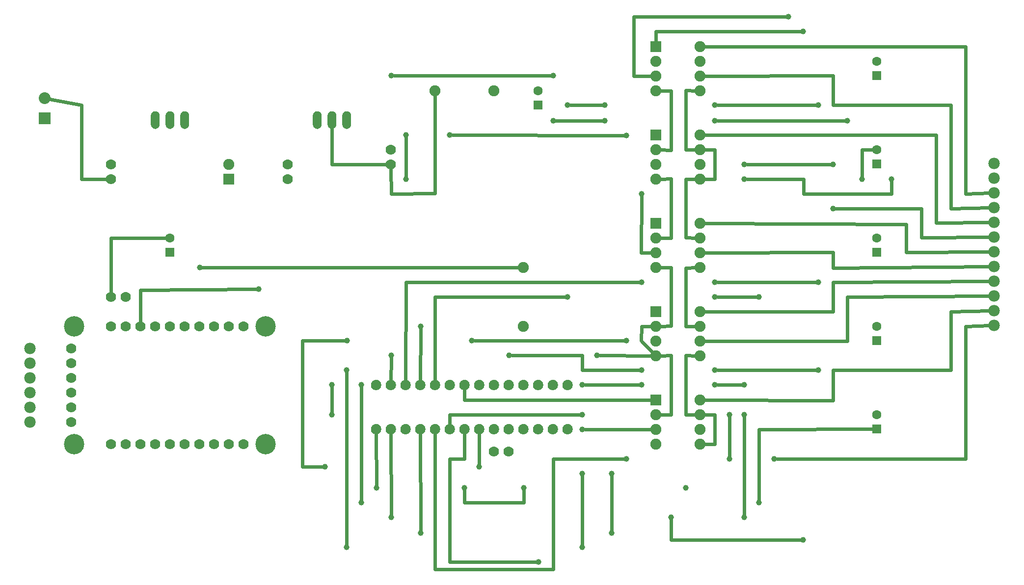
<source format=gtl>
G04 MADE WITH FRITZING*
G04 WWW.FRITZING.ORG*
G04 DOUBLE SIDED*
G04 HOLES PLATED*
G04 CONTOUR ON CENTER OF CONTOUR VECTOR*
%ASAXBY*%
%FSLAX23Y23*%
%MOIN*%
%OFA0B0*%
%SFA1.0B1.0*%
%ADD10C,0.039370*%
%ADD11C,0.070000*%
%ADD12C,0.078000*%
%ADD13C,0.060000*%
%ADD14C,0.075000*%
%ADD15C,0.062992*%
%ADD16C,0.053528*%
%ADD17C,0.080000*%
%ADD18C,0.138425*%
%ADD19R,0.075000X0.075000*%
%ADD20R,0.062992X0.062992*%
%ADD21R,0.080000X0.080000*%
%ADD22C,0.024000*%
%ADD23R,0.001000X0.001000*%
%LNCOPPER1*%
G90*
G70*
G54D10*
X4132Y3009D03*
X5136Y812D03*
X5333Y262D03*
X5333Y3713D03*
X5232Y3814D03*
X4132Y1613D03*
G54D11*
X2433Y1012D03*
X3633Y1312D03*
X2533Y1012D03*
X3733Y1312D03*
X2633Y1012D03*
X2733Y1012D03*
X2833Y1012D03*
X2933Y1012D03*
X3733Y1012D03*
X3633Y1012D03*
X3533Y1012D03*
X3433Y1012D03*
X3033Y1012D03*
X3233Y1012D03*
X3133Y1012D03*
X3333Y1012D03*
X3233Y1312D03*
X3333Y1312D03*
X3433Y1312D03*
X3533Y1312D03*
X3033Y1312D03*
X3133Y1312D03*
X2633Y1312D03*
X2733Y1312D03*
X2833Y1312D03*
X2933Y1312D03*
X2433Y1312D03*
X2533Y1312D03*
G54D12*
X6627Y2818D03*
X6627Y2718D03*
X6627Y2618D03*
X6627Y2518D03*
X6627Y2418D03*
X6627Y2318D03*
X6627Y2218D03*
X6627Y2118D03*
X6627Y2018D03*
X6627Y1918D03*
X6627Y1818D03*
X6627Y1718D03*
G54D10*
X2634Y3010D03*
X2933Y3010D03*
X2634Y2711D03*
X2535Y3413D03*
X3634Y3413D03*
X2132Y1110D03*
X2132Y1314D03*
X5931Y2711D03*
X4932Y2711D03*
X5534Y2512D03*
X2331Y1314D03*
X2331Y513D03*
X5031Y513D03*
X4435Y414D03*
X2535Y414D03*
X4534Y613D03*
X3435Y613D03*
X3032Y613D03*
X2435Y613D03*
X4032Y712D03*
X5434Y3214D03*
X4733Y3214D03*
X3733Y3214D03*
X3733Y1911D03*
X5633Y3109D03*
X4733Y3109D03*
X2734Y1712D03*
X4236Y2010D03*
X3335Y1513D03*
X4236Y1413D03*
X4131Y812D03*
X4832Y812D03*
X4733Y1413D03*
X5434Y1413D03*
X4733Y2010D03*
X5434Y2010D03*
X4832Y1110D03*
X4236Y2612D03*
X4932Y1314D03*
X4733Y1314D03*
X4236Y1314D03*
X3833Y1314D03*
X3833Y1110D03*
X4932Y2811D03*
X5534Y2811D03*
X2734Y309D03*
X4032Y309D03*
X2535Y1513D03*
X2231Y1413D03*
X2231Y210D03*
X3833Y210D03*
X3833Y712D03*
X3833Y1010D03*
X3534Y110D03*
X4733Y1911D03*
X5031Y1911D03*
X4932Y1110D03*
X4932Y414D03*
X3131Y759D03*
X2085Y759D03*
X5732Y2711D03*
G54D12*
X83Y1562D03*
X83Y1462D03*
X83Y1362D03*
X83Y1262D03*
X83Y1162D03*
X83Y1062D03*
G54D10*
X3984Y3214D03*
X3984Y3109D03*
X3634Y3109D03*
X3932Y1513D03*
X1635Y1963D03*
G54D13*
X933Y3112D03*
X1033Y3112D03*
X1133Y3112D03*
X933Y3112D03*
X1033Y3112D03*
X1133Y3112D03*
G54D14*
X1433Y2712D03*
X1433Y2812D03*
G54D11*
X633Y2712D03*
X633Y2812D03*
X1833Y2712D03*
X1833Y2812D03*
G54D15*
X1033Y2213D03*
X1033Y2312D03*
G54D16*
X2033Y3112D03*
X2133Y3112D03*
X2233Y3112D03*
G54D14*
X4333Y3612D03*
X4633Y3612D03*
X4333Y3512D03*
X4633Y3512D03*
X4333Y3412D03*
X4633Y3412D03*
X4333Y3312D03*
X4633Y3312D03*
X4333Y3012D03*
X4633Y3012D03*
X4333Y2912D03*
X4633Y2912D03*
X4333Y2812D03*
X4633Y2812D03*
X4333Y2712D03*
X4633Y2712D03*
X4333Y2412D03*
X4633Y2412D03*
X4333Y2312D03*
X4633Y2312D03*
X4333Y2212D03*
X4633Y2212D03*
X4333Y2112D03*
X4633Y2112D03*
X4333Y1812D03*
X4633Y1812D03*
X4333Y1712D03*
X4633Y1712D03*
X4333Y1612D03*
X4633Y1612D03*
X4333Y1512D03*
X4633Y1512D03*
X4333Y1212D03*
X4633Y1212D03*
X4333Y1112D03*
X4633Y1112D03*
X4333Y1012D03*
X4633Y1012D03*
X4333Y912D03*
X4633Y912D03*
X3433Y2112D03*
X3433Y1712D03*
G54D11*
X633Y1912D03*
X733Y1912D03*
X3333Y862D03*
X3233Y862D03*
X2533Y2812D03*
X2533Y2912D03*
G54D15*
X3533Y3213D03*
X3533Y3312D03*
G54D14*
X2833Y3312D03*
X3233Y3312D03*
G54D17*
X183Y3124D03*
X183Y3262D03*
G54D15*
X5833Y3413D03*
X5833Y3512D03*
X5833Y2813D03*
X5833Y2912D03*
X5833Y2213D03*
X5833Y2312D03*
X5833Y1613D03*
X5833Y1712D03*
X5833Y1013D03*
X5833Y1112D03*
G54D18*
X383Y1712D03*
X1683Y1712D03*
G54D11*
X363Y1562D03*
X363Y1462D03*
X363Y1362D03*
X363Y1262D03*
X363Y1162D03*
X363Y1062D03*
X1533Y1712D03*
X1433Y1712D03*
X1333Y1712D03*
X1233Y1712D03*
X1133Y1712D03*
X1033Y1712D03*
X933Y1712D03*
X833Y1712D03*
X733Y1712D03*
G54D18*
X1683Y912D03*
G54D11*
X633Y1712D03*
G54D18*
X383Y912D03*
G54D11*
X633Y912D03*
X733Y912D03*
X833Y912D03*
X933Y912D03*
X1033Y912D03*
X1133Y912D03*
X1233Y912D03*
X1333Y912D03*
X1433Y912D03*
X1533Y912D03*
G54D10*
X2234Y1613D03*
X3082Y1613D03*
X1234Y2110D03*
G54D19*
X1433Y2712D03*
G54D20*
X1033Y2213D03*
G54D19*
X4333Y3612D03*
X4333Y3012D03*
X4333Y2412D03*
X4333Y1812D03*
X4333Y1212D03*
G54D20*
X3533Y3213D03*
G54D21*
X183Y3124D03*
G54D20*
X5833Y3413D03*
X5833Y2813D03*
X5833Y2213D03*
X5833Y1613D03*
X5833Y1013D03*
G54D22*
X2952Y3010D02*
X4113Y3009D01*
D02*
X4434Y1513D02*
X4362Y1512D01*
D02*
X4434Y1111D02*
X4434Y1513D01*
D02*
X1616Y1963D02*
X832Y1959D01*
D02*
X832Y1959D02*
X833Y1742D01*
D02*
X633Y1938D02*
X631Y2311D01*
D02*
X631Y2311D02*
X1006Y2312D01*
D02*
X4305Y1012D02*
X3852Y1010D01*
D02*
X5314Y262D02*
X4434Y262D01*
D02*
X4333Y3713D02*
X5314Y3713D01*
D02*
X4434Y262D02*
X4434Y395D01*
D02*
X4333Y3640D02*
X4333Y3713D01*
D02*
X4305Y1212D02*
X3032Y1211D01*
D02*
X3032Y1211D02*
X3033Y1285D01*
D02*
X4305Y2211D02*
X4233Y2211D01*
D02*
X4233Y2211D02*
X4236Y2593D01*
D02*
X4305Y1512D02*
X3951Y1513D01*
D02*
X4434Y2713D02*
X4434Y2311D01*
D02*
X4362Y2712D02*
X4434Y2713D01*
D02*
X4434Y2311D02*
X4362Y2311D01*
D02*
X4362Y1111D02*
X4434Y1111D01*
D02*
X4182Y3411D02*
X4182Y3814D01*
D02*
X4182Y3814D02*
X5213Y3814D01*
D02*
X4305Y3412D02*
X4182Y3411D01*
D02*
X6434Y1712D02*
X6434Y812D01*
D02*
X6434Y812D02*
X5155Y812D01*
D02*
X6597Y1717D02*
X6434Y1712D01*
D02*
X2831Y2613D02*
X2535Y2612D01*
D02*
X431Y3214D02*
X431Y2711D01*
D02*
X214Y3256D02*
X431Y3214D01*
D02*
X431Y2711D02*
X607Y2712D01*
D02*
X2507Y2812D02*
X2132Y2811D01*
D02*
X2132Y2811D02*
X2133Y3077D01*
D02*
X2833Y3283D02*
X2831Y2613D01*
D02*
X2535Y2612D02*
X2533Y2785D01*
D02*
X6434Y2612D02*
X6434Y3611D01*
D02*
X6597Y2617D02*
X6434Y2612D01*
D02*
X6434Y3611D02*
X4662Y3612D01*
D02*
X2132Y1295D02*
X2132Y1129D01*
D02*
X2634Y2991D02*
X2634Y2730D01*
D02*
X2554Y3413D02*
X3615Y3413D01*
D02*
X6135Y3214D02*
X5534Y3214D01*
D02*
X5335Y2711D02*
X4951Y2711D01*
D02*
X5335Y2612D02*
X5335Y2711D01*
D02*
X5931Y2612D02*
X5335Y2612D01*
D02*
X6334Y3214D02*
X6135Y3214D01*
D02*
X5534Y3214D02*
X5534Y3413D01*
D02*
X5931Y2692D02*
X5931Y2612D01*
D02*
X4733Y911D02*
X4733Y1110D01*
D02*
X4662Y911D02*
X4733Y911D01*
D02*
X4733Y1110D02*
X4662Y1111D01*
D02*
X4733Y2711D02*
X4733Y2910D01*
D02*
X4662Y2711D02*
X4733Y2711D01*
D02*
X4733Y2910D02*
X4662Y2911D01*
D02*
X5534Y2109D02*
X5534Y2214D01*
D02*
X6597Y2118D02*
X5534Y2109D01*
D02*
X5534Y2214D02*
X4662Y2212D01*
D02*
X6235Y3010D02*
X4662Y3012D01*
D02*
X6597Y2418D02*
X6235Y2413D01*
D02*
X6235Y2413D02*
X6235Y3010D01*
D02*
X6334Y2512D02*
X6334Y3214D01*
D02*
X6597Y2517D02*
X6334Y2512D01*
D02*
X5534Y3413D02*
X4662Y3412D01*
D02*
X6334Y1811D02*
X6334Y1413D01*
D02*
X6334Y1413D02*
X5534Y1413D01*
D02*
X5534Y1413D02*
X5534Y1209D01*
D02*
X5534Y1209D02*
X4662Y1211D01*
D02*
X5633Y1911D02*
X5633Y1612D01*
D02*
X6597Y1918D02*
X5633Y1911D01*
D02*
X5633Y1612D02*
X4662Y1612D01*
D02*
X5534Y2010D02*
X5534Y1811D01*
D02*
X6597Y2018D02*
X5534Y2010D01*
D02*
X5534Y1811D02*
X4662Y1812D01*
D02*
X2533Y985D02*
X2535Y433D01*
D02*
X5031Y1010D02*
X5806Y1013D01*
D02*
X5031Y532D02*
X5031Y1010D01*
D02*
X2331Y1295D02*
X2331Y532D01*
D02*
X6597Y1817D02*
X6334Y1811D01*
D02*
X2734Y328D02*
X2733Y985D01*
D02*
X4032Y693D02*
X4032Y328D01*
D02*
X3435Y513D02*
X3435Y594D01*
D02*
X3032Y513D02*
X3435Y513D01*
D02*
X3032Y594D02*
X3032Y513D01*
D02*
X2433Y985D02*
X2435Y632D01*
D02*
X5415Y3214D02*
X4752Y3214D01*
D02*
X6135Y2314D02*
X6135Y2512D01*
D02*
X6597Y2318D02*
X6135Y2314D01*
D02*
X6135Y2512D02*
X5553Y2512D01*
D02*
X6031Y2214D02*
X6031Y2403D01*
D02*
X6597Y2218D02*
X6031Y2214D01*
D02*
X4217Y1413D02*
X3833Y1413D01*
D02*
X3833Y1413D02*
X3833Y1513D01*
D02*
X2634Y2010D02*
X2633Y1338D01*
D02*
X4217Y2010D02*
X2634Y2010D01*
D02*
X5614Y3109D02*
X4752Y3109D01*
D02*
X2734Y1693D02*
X2733Y1338D01*
D02*
X2833Y1911D02*
X2833Y1338D01*
D02*
X3714Y1911D02*
X2833Y1911D01*
D02*
X3833Y1513D02*
X3354Y1513D01*
D02*
X3634Y812D02*
X3635Y61D01*
D02*
X3635Y61D02*
X2831Y61D01*
D02*
X2831Y61D02*
X2833Y985D01*
D02*
X4112Y812D02*
X3634Y812D01*
D02*
X5415Y1413D02*
X4752Y1413D01*
D02*
X5415Y2010D02*
X4752Y2010D01*
D02*
X4217Y1314D02*
X3852Y1314D01*
D02*
X4913Y1314D02*
X4752Y1314D01*
D02*
X3814Y1110D02*
X2933Y1110D01*
D02*
X2933Y1110D02*
X2933Y1038D01*
D02*
X4832Y1091D02*
X4832Y831D01*
D02*
X6031Y2403D02*
X4662Y2411D01*
D02*
X5515Y2811D02*
X4951Y2811D01*
D02*
X2231Y1394D02*
X2231Y229D01*
D02*
X3833Y229D02*
X3833Y693D01*
D02*
X2535Y1494D02*
X2533Y1338D01*
D02*
X4752Y1911D02*
X5012Y1911D01*
D02*
X3515Y110D02*
X2933Y110D01*
D02*
X2933Y110D02*
X2933Y812D01*
D02*
X2933Y812D02*
X3032Y812D01*
D02*
X3032Y812D02*
X3033Y985D01*
D02*
X4932Y1091D02*
X4932Y433D01*
D02*
X3132Y778D02*
X3133Y985D01*
D02*
X4534Y2314D02*
X4534Y2711D01*
D02*
X4605Y2312D02*
X4534Y2314D01*
D02*
X4534Y2711D02*
X4605Y2711D01*
D02*
X4534Y3313D02*
X4534Y2910D01*
D02*
X4605Y3312D02*
X4534Y3313D01*
D02*
X4534Y2910D02*
X4605Y2911D01*
D02*
X5732Y2910D02*
X5732Y2730D01*
D02*
X4534Y1110D02*
X4534Y1513D01*
D02*
X4605Y1111D02*
X4534Y1110D01*
D02*
X4534Y1513D02*
X4605Y1512D01*
D02*
X4534Y1712D02*
X4534Y2109D01*
D02*
X4605Y1712D02*
X4534Y1712D01*
D02*
X4534Y2109D02*
X4605Y2111D01*
D02*
X5806Y2911D02*
X5732Y2910D01*
D02*
X4434Y3311D02*
X4434Y2909D01*
D02*
X4362Y3311D02*
X4434Y3311D01*
D02*
X4434Y2909D02*
X4362Y2911D01*
D02*
X3965Y3109D02*
X3653Y3109D01*
D02*
X3965Y3214D02*
X3752Y3214D01*
D02*
X4236Y1712D02*
X4305Y1712D01*
D02*
X4313Y1532D02*
X4233Y1613D01*
D02*
X4233Y1613D02*
X4236Y1712D01*
D02*
X4434Y2110D02*
X4362Y2111D01*
D02*
X4434Y1714D02*
X4434Y2110D01*
D02*
X4362Y1712D02*
X4434Y1714D01*
D02*
X2215Y1613D02*
X1932Y1613D01*
D02*
X1932Y759D02*
X2066Y759D01*
D02*
X1932Y1613D02*
X1932Y759D01*
D02*
X4113Y1613D02*
X3101Y1613D01*
D02*
X1253Y2110D02*
X3405Y2112D01*
G54D23*
X927Y3172D02*
X938Y3172D01*
X1027Y3172D02*
X1038Y3172D01*
X1127Y3172D02*
X1138Y3172D01*
X2027Y3172D02*
X2038Y3172D01*
X2127Y3172D02*
X2138Y3172D01*
X2227Y3172D02*
X2238Y3172D01*
X924Y3171D02*
X942Y3171D01*
X1024Y3171D02*
X1042Y3171D01*
X1124Y3171D02*
X1142Y3171D01*
X2024Y3171D02*
X2042Y3171D01*
X2124Y3171D02*
X2142Y3171D01*
X2224Y3171D02*
X2242Y3171D01*
X921Y3170D02*
X944Y3170D01*
X1021Y3170D02*
X1044Y3170D01*
X1121Y3170D02*
X1144Y3170D01*
X2021Y3170D02*
X2044Y3170D01*
X2121Y3170D02*
X2144Y3170D01*
X2221Y3170D02*
X2244Y3170D01*
X919Y3169D02*
X946Y3169D01*
X1019Y3169D02*
X1046Y3169D01*
X1119Y3169D02*
X1146Y3169D01*
X2019Y3169D02*
X2046Y3169D01*
X2119Y3169D02*
X2146Y3169D01*
X2219Y3169D02*
X2246Y3169D01*
X917Y3168D02*
X948Y3168D01*
X1017Y3168D02*
X1048Y3168D01*
X1117Y3168D02*
X1148Y3168D01*
X2017Y3168D02*
X2048Y3168D01*
X2117Y3168D02*
X2148Y3168D01*
X2217Y3168D02*
X2248Y3168D01*
X916Y3167D02*
X950Y3167D01*
X1016Y3167D02*
X1050Y3167D01*
X1116Y3167D02*
X1150Y3167D01*
X2016Y3167D02*
X2050Y3167D01*
X2116Y3167D02*
X2149Y3167D01*
X2216Y3167D02*
X2250Y3167D01*
X914Y3166D02*
X951Y3166D01*
X1014Y3166D02*
X1051Y3166D01*
X1114Y3166D02*
X1151Y3166D01*
X2014Y3166D02*
X2051Y3166D01*
X2114Y3166D02*
X2151Y3166D01*
X2214Y3166D02*
X2251Y3166D01*
X913Y3165D02*
X952Y3165D01*
X1013Y3165D02*
X1052Y3165D01*
X1113Y3165D02*
X1152Y3165D01*
X2013Y3165D02*
X2052Y3165D01*
X2113Y3165D02*
X2152Y3165D01*
X2213Y3165D02*
X2252Y3165D01*
X912Y3164D02*
X953Y3164D01*
X1012Y3164D02*
X1053Y3164D01*
X1112Y3164D02*
X1153Y3164D01*
X2012Y3164D02*
X2053Y3164D01*
X2112Y3164D02*
X2153Y3164D01*
X2212Y3164D02*
X2253Y3164D01*
X911Y3163D02*
X954Y3163D01*
X1011Y3163D02*
X1054Y3163D01*
X1111Y3163D02*
X1154Y3163D01*
X2011Y3163D02*
X2054Y3163D01*
X2111Y3163D02*
X2154Y3163D01*
X2211Y3163D02*
X2254Y3163D01*
X910Y3162D02*
X955Y3162D01*
X1010Y3162D02*
X1055Y3162D01*
X1110Y3162D02*
X1155Y3162D01*
X2010Y3162D02*
X2055Y3162D01*
X2110Y3162D02*
X2155Y3162D01*
X2210Y3162D02*
X2255Y3162D01*
X910Y3161D02*
X956Y3161D01*
X1010Y3161D02*
X1056Y3161D01*
X1110Y3161D02*
X1156Y3161D01*
X2010Y3161D02*
X2056Y3161D01*
X2110Y3161D02*
X2156Y3161D01*
X2210Y3161D02*
X2256Y3161D01*
X909Y3160D02*
X957Y3160D01*
X1009Y3160D02*
X1057Y3160D01*
X1109Y3160D02*
X1157Y3160D01*
X2009Y3160D02*
X2057Y3160D01*
X2109Y3160D02*
X2157Y3160D01*
X2209Y3160D02*
X2257Y3160D01*
X908Y3159D02*
X957Y3159D01*
X1008Y3159D02*
X1057Y3159D01*
X1108Y3159D02*
X1157Y3159D01*
X2008Y3159D02*
X2057Y3159D01*
X2108Y3159D02*
X2157Y3159D01*
X2208Y3159D02*
X2257Y3159D01*
X907Y3158D02*
X958Y3158D01*
X1007Y3158D02*
X1058Y3158D01*
X1107Y3158D02*
X1158Y3158D01*
X2007Y3158D02*
X2058Y3158D01*
X2107Y3158D02*
X2158Y3158D01*
X2207Y3158D02*
X2258Y3158D01*
X907Y3157D02*
X958Y3157D01*
X1007Y3157D02*
X1058Y3157D01*
X1107Y3157D02*
X1158Y3157D01*
X2007Y3157D02*
X2058Y3157D01*
X2107Y3157D02*
X2158Y3157D01*
X2207Y3157D02*
X2258Y3157D01*
X906Y3156D02*
X959Y3156D01*
X1006Y3156D02*
X1059Y3156D01*
X1106Y3156D02*
X1159Y3156D01*
X2006Y3156D02*
X2059Y3156D01*
X2106Y3156D02*
X2159Y3156D01*
X2206Y3156D02*
X2259Y3156D01*
X906Y3155D02*
X959Y3155D01*
X1006Y3155D02*
X1059Y3155D01*
X1106Y3155D02*
X1159Y3155D01*
X2006Y3155D02*
X2059Y3155D01*
X2106Y3155D02*
X2159Y3155D01*
X2206Y3155D02*
X2259Y3155D01*
X905Y3154D02*
X960Y3154D01*
X1005Y3154D02*
X1060Y3154D01*
X1105Y3154D02*
X1160Y3154D01*
X2005Y3154D02*
X2060Y3154D01*
X2105Y3154D02*
X2160Y3154D01*
X2205Y3154D02*
X2260Y3154D01*
X905Y3153D02*
X960Y3153D01*
X1005Y3153D02*
X1060Y3153D01*
X1105Y3153D02*
X1160Y3153D01*
X2005Y3153D02*
X2060Y3153D01*
X2105Y3153D02*
X2160Y3153D01*
X2205Y3153D02*
X2260Y3153D01*
X905Y3152D02*
X961Y3152D01*
X1005Y3152D02*
X1061Y3152D01*
X1105Y3152D02*
X1161Y3152D01*
X2005Y3152D02*
X2061Y3152D01*
X2105Y3152D02*
X2161Y3152D01*
X2205Y3152D02*
X2261Y3152D01*
X904Y3151D02*
X961Y3151D01*
X1004Y3151D02*
X1061Y3151D01*
X1104Y3151D02*
X1161Y3151D01*
X2004Y3151D02*
X2061Y3151D01*
X2104Y3151D02*
X2161Y3151D01*
X2204Y3151D02*
X2261Y3151D01*
X904Y3150D02*
X961Y3150D01*
X1004Y3150D02*
X1061Y3150D01*
X1104Y3150D02*
X1161Y3150D01*
X2004Y3150D02*
X2061Y3150D01*
X2104Y3150D02*
X2161Y3150D01*
X2204Y3150D02*
X2261Y3150D01*
X904Y3149D02*
X961Y3149D01*
X1004Y3149D02*
X1061Y3149D01*
X1104Y3149D02*
X1161Y3149D01*
X2004Y3149D02*
X2061Y3149D01*
X2104Y3149D02*
X2161Y3149D01*
X2204Y3149D02*
X2261Y3149D01*
X904Y3148D02*
X962Y3148D01*
X1004Y3148D02*
X1062Y3148D01*
X1104Y3148D02*
X1162Y3148D01*
X2004Y3148D02*
X2062Y3148D01*
X2104Y3148D02*
X2162Y3148D01*
X2204Y3148D02*
X2262Y3148D01*
X904Y3147D02*
X962Y3147D01*
X1004Y3147D02*
X1062Y3147D01*
X1104Y3147D02*
X1162Y3147D01*
X2004Y3147D02*
X2062Y3147D01*
X2104Y3147D02*
X2162Y3147D01*
X2204Y3147D02*
X2262Y3147D01*
X903Y3146D02*
X962Y3146D01*
X1003Y3146D02*
X1062Y3146D01*
X1103Y3146D02*
X1162Y3146D01*
X2003Y3146D02*
X2062Y3146D01*
X2103Y3146D02*
X2162Y3146D01*
X2203Y3146D02*
X2262Y3146D01*
X903Y3145D02*
X962Y3145D01*
X1003Y3145D02*
X1062Y3145D01*
X1103Y3145D02*
X1162Y3145D01*
X2003Y3145D02*
X2062Y3145D01*
X2103Y3145D02*
X2162Y3145D01*
X2203Y3145D02*
X2262Y3145D01*
X903Y3144D02*
X962Y3144D01*
X1003Y3144D02*
X1062Y3144D01*
X1103Y3144D02*
X1162Y3144D01*
X2003Y3144D02*
X2062Y3144D01*
X2103Y3144D02*
X2162Y3144D01*
X2203Y3144D02*
X2262Y3144D01*
X903Y3143D02*
X962Y3143D01*
X1003Y3143D02*
X1062Y3143D01*
X1103Y3143D02*
X1162Y3143D01*
X2003Y3143D02*
X2062Y3143D01*
X2103Y3143D02*
X2162Y3143D01*
X2203Y3143D02*
X2262Y3143D01*
X903Y3142D02*
X962Y3142D01*
X1003Y3142D02*
X1062Y3142D01*
X1103Y3142D02*
X1162Y3142D01*
X2003Y3142D02*
X2062Y3142D01*
X2103Y3142D02*
X2162Y3142D01*
X2203Y3142D02*
X2262Y3142D01*
X903Y3141D02*
X962Y3141D01*
X1003Y3141D02*
X1062Y3141D01*
X1103Y3141D02*
X1162Y3141D01*
X2003Y3141D02*
X2062Y3141D01*
X2103Y3141D02*
X2162Y3141D01*
X2203Y3141D02*
X2262Y3141D01*
X903Y3140D02*
X962Y3140D01*
X1003Y3140D02*
X1062Y3140D01*
X1103Y3140D02*
X1162Y3140D01*
X2003Y3140D02*
X2062Y3140D01*
X2103Y3140D02*
X2162Y3140D01*
X2203Y3140D02*
X2262Y3140D01*
X903Y3139D02*
X962Y3139D01*
X1003Y3139D02*
X1062Y3139D01*
X1103Y3139D02*
X1162Y3139D01*
X2003Y3139D02*
X2062Y3139D01*
X2103Y3139D02*
X2162Y3139D01*
X2203Y3139D02*
X2262Y3139D01*
X903Y3138D02*
X962Y3138D01*
X1003Y3138D02*
X1062Y3138D01*
X1103Y3138D02*
X1162Y3138D01*
X2003Y3138D02*
X2062Y3138D01*
X2103Y3138D02*
X2162Y3138D01*
X2203Y3138D02*
X2262Y3138D01*
X903Y3137D02*
X962Y3137D01*
X1003Y3137D02*
X1062Y3137D01*
X1103Y3137D02*
X1162Y3137D01*
X2003Y3137D02*
X2062Y3137D01*
X2103Y3137D02*
X2162Y3137D01*
X2203Y3137D02*
X2262Y3137D01*
X903Y3136D02*
X962Y3136D01*
X1003Y3136D02*
X1062Y3136D01*
X1103Y3136D02*
X1162Y3136D01*
X2003Y3136D02*
X2062Y3136D01*
X2103Y3136D02*
X2162Y3136D01*
X2203Y3136D02*
X2262Y3136D01*
X903Y3135D02*
X962Y3135D01*
X1003Y3135D02*
X1062Y3135D01*
X1103Y3135D02*
X1162Y3135D01*
X2003Y3135D02*
X2062Y3135D01*
X2103Y3135D02*
X2162Y3135D01*
X2203Y3135D02*
X2262Y3135D01*
X903Y3134D02*
X962Y3134D01*
X1003Y3134D02*
X1062Y3134D01*
X1103Y3134D02*
X1162Y3134D01*
X2003Y3134D02*
X2062Y3134D01*
X2103Y3134D02*
X2162Y3134D01*
X2203Y3134D02*
X2262Y3134D01*
X903Y3133D02*
X962Y3133D01*
X1003Y3133D02*
X1062Y3133D01*
X1103Y3133D02*
X1162Y3133D01*
X2003Y3133D02*
X2062Y3133D01*
X2103Y3133D02*
X2162Y3133D01*
X2203Y3133D02*
X2262Y3133D01*
X903Y3132D02*
X928Y3132D01*
X938Y3132D02*
X962Y3132D01*
X1003Y3132D02*
X1028Y3132D01*
X1038Y3132D02*
X1062Y3132D01*
X1103Y3132D02*
X1128Y3132D01*
X1138Y3132D02*
X1162Y3132D01*
X2003Y3132D02*
X2028Y3132D01*
X2038Y3132D02*
X2062Y3132D01*
X2103Y3132D02*
X2128Y3132D01*
X2138Y3132D02*
X2162Y3132D01*
X2203Y3132D02*
X2228Y3132D01*
X2238Y3132D02*
X2262Y3132D01*
X903Y3131D02*
X924Y3131D01*
X941Y3131D02*
X962Y3131D01*
X1003Y3131D02*
X1024Y3131D01*
X1041Y3131D02*
X1062Y3131D01*
X1103Y3131D02*
X1124Y3131D01*
X1141Y3131D02*
X1162Y3131D01*
X2003Y3131D02*
X2024Y3131D01*
X2041Y3131D02*
X2062Y3131D01*
X2103Y3131D02*
X2124Y3131D01*
X2141Y3131D02*
X2162Y3131D01*
X2203Y3131D02*
X2224Y3131D01*
X2241Y3131D02*
X2262Y3131D01*
X903Y3130D02*
X923Y3130D01*
X943Y3130D02*
X962Y3130D01*
X1003Y3130D02*
X1023Y3130D01*
X1043Y3130D02*
X1062Y3130D01*
X1103Y3130D02*
X1123Y3130D01*
X1143Y3130D02*
X1162Y3130D01*
X2003Y3130D02*
X2023Y3130D01*
X2043Y3130D02*
X2062Y3130D01*
X2103Y3130D02*
X2123Y3130D01*
X2143Y3130D02*
X2162Y3130D01*
X2203Y3130D02*
X2223Y3130D01*
X2243Y3130D02*
X2262Y3130D01*
X903Y3129D02*
X921Y3129D01*
X945Y3129D02*
X962Y3129D01*
X1003Y3129D02*
X1021Y3129D01*
X1045Y3129D02*
X1062Y3129D01*
X1103Y3129D02*
X1121Y3129D01*
X1145Y3129D02*
X1162Y3129D01*
X2003Y3129D02*
X2021Y3129D01*
X2044Y3129D02*
X2062Y3129D01*
X2103Y3129D02*
X2121Y3129D01*
X2144Y3129D02*
X2162Y3129D01*
X2203Y3129D02*
X2221Y3129D01*
X2244Y3129D02*
X2262Y3129D01*
X903Y3128D02*
X920Y3128D01*
X946Y3128D02*
X962Y3128D01*
X1003Y3128D02*
X1020Y3128D01*
X1046Y3128D02*
X1062Y3128D01*
X1103Y3128D02*
X1120Y3128D01*
X1146Y3128D02*
X1162Y3128D01*
X2003Y3128D02*
X2020Y3128D01*
X2046Y3128D02*
X2062Y3128D01*
X2103Y3128D02*
X2120Y3128D01*
X2146Y3128D02*
X2162Y3128D01*
X2203Y3128D02*
X2220Y3128D01*
X2246Y3128D02*
X2262Y3128D01*
X903Y3127D02*
X918Y3127D01*
X947Y3127D02*
X962Y3127D01*
X1003Y3127D02*
X1018Y3127D01*
X1047Y3127D02*
X1062Y3127D01*
X1103Y3127D02*
X1118Y3127D01*
X1147Y3127D02*
X1162Y3127D01*
X2003Y3127D02*
X2018Y3127D01*
X2047Y3127D02*
X2062Y3127D01*
X2103Y3127D02*
X2118Y3127D01*
X2147Y3127D02*
X2162Y3127D01*
X2203Y3127D02*
X2218Y3127D01*
X2247Y3127D02*
X2262Y3127D01*
X903Y3126D02*
X917Y3126D01*
X948Y3126D02*
X962Y3126D01*
X1003Y3126D02*
X1017Y3126D01*
X1048Y3126D02*
X1062Y3126D01*
X1103Y3126D02*
X1117Y3126D01*
X1148Y3126D02*
X1162Y3126D01*
X2003Y3126D02*
X2017Y3126D01*
X2048Y3126D02*
X2062Y3126D01*
X2103Y3126D02*
X2117Y3126D01*
X2148Y3126D02*
X2162Y3126D01*
X2203Y3126D02*
X2217Y3126D01*
X2248Y3126D02*
X2262Y3126D01*
X903Y3125D02*
X917Y3125D01*
X949Y3125D02*
X962Y3125D01*
X1003Y3125D02*
X1017Y3125D01*
X1049Y3125D02*
X1062Y3125D01*
X1103Y3125D02*
X1117Y3125D01*
X1149Y3125D02*
X1162Y3125D01*
X2003Y3125D02*
X2017Y3125D01*
X2049Y3125D02*
X2062Y3125D01*
X2103Y3125D02*
X2117Y3125D01*
X2149Y3125D02*
X2162Y3125D01*
X2203Y3125D02*
X2217Y3125D01*
X2249Y3125D02*
X2262Y3125D01*
X903Y3124D02*
X916Y3124D01*
X950Y3124D02*
X962Y3124D01*
X1003Y3124D02*
X1016Y3124D01*
X1050Y3124D02*
X1062Y3124D01*
X1103Y3124D02*
X1116Y3124D01*
X1150Y3124D02*
X1162Y3124D01*
X2003Y3124D02*
X2016Y3124D01*
X2049Y3124D02*
X2062Y3124D01*
X2103Y3124D02*
X2116Y3124D01*
X2149Y3124D02*
X2162Y3124D01*
X2203Y3124D02*
X2216Y3124D01*
X2249Y3124D02*
X2262Y3124D01*
X903Y3123D02*
X915Y3123D01*
X950Y3123D02*
X962Y3123D01*
X1003Y3123D02*
X1015Y3123D01*
X1050Y3123D02*
X1062Y3123D01*
X1103Y3123D02*
X1115Y3123D01*
X1150Y3123D02*
X1162Y3123D01*
X2003Y3123D02*
X2015Y3123D01*
X2050Y3123D02*
X2062Y3123D01*
X2103Y3123D02*
X2115Y3123D01*
X2150Y3123D02*
X2162Y3123D01*
X2203Y3123D02*
X2215Y3123D01*
X2250Y3123D02*
X2262Y3123D01*
X903Y3122D02*
X915Y3122D01*
X951Y3122D02*
X962Y3122D01*
X1003Y3122D02*
X1015Y3122D01*
X1051Y3122D02*
X1062Y3122D01*
X1103Y3122D02*
X1115Y3122D01*
X1151Y3122D02*
X1162Y3122D01*
X2003Y3122D02*
X2015Y3122D01*
X2051Y3122D02*
X2062Y3122D01*
X2103Y3122D02*
X2115Y3122D01*
X2151Y3122D02*
X2162Y3122D01*
X2203Y3122D02*
X2215Y3122D01*
X2251Y3122D02*
X2262Y3122D01*
X903Y3121D02*
X914Y3121D01*
X951Y3121D02*
X962Y3121D01*
X1003Y3121D02*
X1014Y3121D01*
X1051Y3121D02*
X1062Y3121D01*
X1103Y3121D02*
X1114Y3121D01*
X1151Y3121D02*
X1162Y3121D01*
X2003Y3121D02*
X2014Y3121D01*
X2051Y3121D02*
X2062Y3121D01*
X2103Y3121D02*
X2114Y3121D01*
X2151Y3121D02*
X2162Y3121D01*
X2203Y3121D02*
X2214Y3121D01*
X2251Y3121D02*
X2262Y3121D01*
X903Y3120D02*
X914Y3120D01*
X952Y3120D02*
X962Y3120D01*
X1003Y3120D02*
X1014Y3120D01*
X1052Y3120D02*
X1062Y3120D01*
X1103Y3120D02*
X1114Y3120D01*
X1152Y3120D02*
X1162Y3120D01*
X2003Y3120D02*
X2014Y3120D01*
X2052Y3120D02*
X2062Y3120D01*
X2103Y3120D02*
X2114Y3120D01*
X2152Y3120D02*
X2162Y3120D01*
X2203Y3120D02*
X2214Y3120D01*
X2252Y3120D02*
X2262Y3120D01*
X903Y3119D02*
X913Y3119D01*
X952Y3119D02*
X962Y3119D01*
X1003Y3119D02*
X1013Y3119D01*
X1052Y3119D02*
X1062Y3119D01*
X1103Y3119D02*
X1113Y3119D01*
X1152Y3119D02*
X1162Y3119D01*
X2003Y3119D02*
X2013Y3119D01*
X2052Y3119D02*
X2062Y3119D01*
X2103Y3119D02*
X2113Y3119D01*
X2152Y3119D02*
X2162Y3119D01*
X2203Y3119D02*
X2213Y3119D01*
X2252Y3119D02*
X2262Y3119D01*
X903Y3118D02*
X913Y3118D01*
X952Y3118D02*
X962Y3118D01*
X1003Y3118D02*
X1013Y3118D01*
X1052Y3118D02*
X1062Y3118D01*
X1103Y3118D02*
X1113Y3118D01*
X1152Y3118D02*
X1162Y3118D01*
X2003Y3118D02*
X2013Y3118D01*
X2052Y3118D02*
X2062Y3118D01*
X2103Y3118D02*
X2113Y3118D01*
X2152Y3118D02*
X2162Y3118D01*
X2203Y3118D02*
X2213Y3118D01*
X2252Y3118D02*
X2262Y3118D01*
X903Y3117D02*
X913Y3117D01*
X953Y3117D02*
X962Y3117D01*
X1003Y3117D02*
X1013Y3117D01*
X1053Y3117D02*
X1062Y3117D01*
X1103Y3117D02*
X1113Y3117D01*
X1153Y3117D02*
X1162Y3117D01*
X2003Y3117D02*
X2013Y3117D01*
X2053Y3117D02*
X2062Y3117D01*
X2103Y3117D02*
X2113Y3117D01*
X2153Y3117D02*
X2162Y3117D01*
X2203Y3117D02*
X2213Y3117D01*
X2253Y3117D02*
X2262Y3117D01*
X903Y3116D02*
X913Y3116D01*
X953Y3116D02*
X962Y3116D01*
X1003Y3116D02*
X1013Y3116D01*
X1053Y3116D02*
X1062Y3116D01*
X1103Y3116D02*
X1113Y3116D01*
X1153Y3116D02*
X1162Y3116D01*
X2003Y3116D02*
X2013Y3116D01*
X2053Y3116D02*
X2062Y3116D01*
X2103Y3116D02*
X2113Y3116D01*
X2153Y3116D02*
X2162Y3116D01*
X2203Y3116D02*
X2212Y3116D01*
X2253Y3116D02*
X2262Y3116D01*
X903Y3115D02*
X912Y3115D01*
X953Y3115D02*
X962Y3115D01*
X1003Y3115D02*
X1012Y3115D01*
X1053Y3115D02*
X1062Y3115D01*
X1103Y3115D02*
X1112Y3115D01*
X1153Y3115D02*
X1162Y3115D01*
X2003Y3115D02*
X2012Y3115D01*
X2053Y3115D02*
X2062Y3115D01*
X2103Y3115D02*
X2112Y3115D01*
X2153Y3115D02*
X2162Y3115D01*
X2203Y3115D02*
X2212Y3115D01*
X2253Y3115D02*
X2262Y3115D01*
X903Y3114D02*
X912Y3114D01*
X953Y3114D02*
X962Y3114D01*
X1003Y3114D02*
X1012Y3114D01*
X1053Y3114D02*
X1062Y3114D01*
X1103Y3114D02*
X1112Y3114D01*
X1153Y3114D02*
X1162Y3114D01*
X2003Y3114D02*
X2012Y3114D01*
X2053Y3114D02*
X2062Y3114D01*
X2103Y3114D02*
X2112Y3114D01*
X2153Y3114D02*
X2162Y3114D01*
X2203Y3114D02*
X2212Y3114D01*
X2253Y3114D02*
X2262Y3114D01*
X903Y3113D02*
X912Y3113D01*
X953Y3113D02*
X962Y3113D01*
X1003Y3113D02*
X1012Y3113D01*
X1053Y3113D02*
X1062Y3113D01*
X1103Y3113D02*
X1112Y3113D01*
X1153Y3113D02*
X1162Y3113D01*
X2003Y3113D02*
X2012Y3113D01*
X2053Y3113D02*
X2062Y3113D01*
X2103Y3113D02*
X2112Y3113D01*
X2153Y3113D02*
X2162Y3113D01*
X2203Y3113D02*
X2212Y3113D01*
X2253Y3113D02*
X2262Y3113D01*
X903Y3112D02*
X912Y3112D01*
X953Y3112D02*
X962Y3112D01*
X1003Y3112D02*
X1012Y3112D01*
X1053Y3112D02*
X1062Y3112D01*
X1103Y3112D02*
X1112Y3112D01*
X1153Y3112D02*
X1162Y3112D01*
X2003Y3112D02*
X2012Y3112D01*
X2053Y3112D02*
X2062Y3112D01*
X2103Y3112D02*
X2112Y3112D01*
X2153Y3112D02*
X2162Y3112D01*
X2203Y3112D02*
X2212Y3112D01*
X2253Y3112D02*
X2262Y3112D01*
X903Y3111D02*
X912Y3111D01*
X953Y3111D02*
X962Y3111D01*
X1003Y3111D02*
X1012Y3111D01*
X1053Y3111D02*
X1062Y3111D01*
X1103Y3111D02*
X1112Y3111D01*
X1153Y3111D02*
X1162Y3111D01*
X2003Y3111D02*
X2012Y3111D01*
X2053Y3111D02*
X2062Y3111D01*
X2103Y3111D02*
X2112Y3111D01*
X2153Y3111D02*
X2162Y3111D01*
X2203Y3111D02*
X2212Y3111D01*
X2253Y3111D02*
X2262Y3111D01*
X903Y3110D02*
X912Y3110D01*
X953Y3110D02*
X962Y3110D01*
X1003Y3110D02*
X1012Y3110D01*
X1053Y3110D02*
X1062Y3110D01*
X1103Y3110D02*
X1112Y3110D01*
X1153Y3110D02*
X1162Y3110D01*
X2003Y3110D02*
X2012Y3110D01*
X2053Y3110D02*
X2062Y3110D01*
X2103Y3110D02*
X2112Y3110D01*
X2153Y3110D02*
X2162Y3110D01*
X2203Y3110D02*
X2212Y3110D01*
X2253Y3110D02*
X2262Y3110D01*
X903Y3109D02*
X913Y3109D01*
X953Y3109D02*
X962Y3109D01*
X1003Y3109D02*
X1013Y3109D01*
X1053Y3109D02*
X1062Y3109D01*
X1103Y3109D02*
X1113Y3109D01*
X1153Y3109D02*
X1162Y3109D01*
X2003Y3109D02*
X2013Y3109D01*
X2053Y3109D02*
X2062Y3109D01*
X2103Y3109D02*
X2113Y3109D01*
X2153Y3109D02*
X2162Y3109D01*
X2203Y3109D02*
X2212Y3109D01*
X2253Y3109D02*
X2262Y3109D01*
X903Y3108D02*
X913Y3108D01*
X953Y3108D02*
X962Y3108D01*
X1003Y3108D02*
X1013Y3108D01*
X1053Y3108D02*
X1062Y3108D01*
X1103Y3108D02*
X1113Y3108D01*
X1153Y3108D02*
X1162Y3108D01*
X2003Y3108D02*
X2013Y3108D01*
X2053Y3108D02*
X2062Y3108D01*
X2103Y3108D02*
X2113Y3108D01*
X2153Y3108D02*
X2162Y3108D01*
X2203Y3108D02*
X2213Y3108D01*
X2253Y3108D02*
X2262Y3108D01*
X903Y3107D02*
X913Y3107D01*
X952Y3107D02*
X962Y3107D01*
X1003Y3107D02*
X1013Y3107D01*
X1052Y3107D02*
X1062Y3107D01*
X1103Y3107D02*
X1113Y3107D01*
X1152Y3107D02*
X1162Y3107D01*
X2003Y3107D02*
X2013Y3107D01*
X2052Y3107D02*
X2062Y3107D01*
X2103Y3107D02*
X2113Y3107D01*
X2152Y3107D02*
X2162Y3107D01*
X2203Y3107D02*
X2213Y3107D01*
X2252Y3107D02*
X2262Y3107D01*
X903Y3106D02*
X913Y3106D01*
X952Y3106D02*
X962Y3106D01*
X1003Y3106D02*
X1013Y3106D01*
X1052Y3106D02*
X1062Y3106D01*
X1103Y3106D02*
X1113Y3106D01*
X1152Y3106D02*
X1162Y3106D01*
X2003Y3106D02*
X2013Y3106D01*
X2052Y3106D02*
X2062Y3106D01*
X2103Y3106D02*
X2113Y3106D01*
X2152Y3106D02*
X2162Y3106D01*
X2203Y3106D02*
X2213Y3106D01*
X2252Y3106D02*
X2262Y3106D01*
X903Y3105D02*
X914Y3105D01*
X952Y3105D02*
X962Y3105D01*
X1003Y3105D02*
X1014Y3105D01*
X1052Y3105D02*
X1062Y3105D01*
X1103Y3105D02*
X1114Y3105D01*
X1152Y3105D02*
X1162Y3105D01*
X2003Y3105D02*
X2014Y3105D01*
X2052Y3105D02*
X2062Y3105D01*
X2103Y3105D02*
X2114Y3105D01*
X2152Y3105D02*
X2162Y3105D01*
X2203Y3105D02*
X2214Y3105D01*
X2252Y3105D02*
X2262Y3105D01*
X903Y3104D02*
X914Y3104D01*
X951Y3104D02*
X962Y3104D01*
X1003Y3104D02*
X1014Y3104D01*
X1051Y3104D02*
X1062Y3104D01*
X1103Y3104D02*
X1114Y3104D01*
X1151Y3104D02*
X1162Y3104D01*
X2003Y3104D02*
X2014Y3104D01*
X2051Y3104D02*
X2062Y3104D01*
X2103Y3104D02*
X2114Y3104D01*
X2151Y3104D02*
X2162Y3104D01*
X2203Y3104D02*
X2214Y3104D01*
X2251Y3104D02*
X2262Y3104D01*
X903Y3103D02*
X915Y3103D01*
X951Y3103D02*
X962Y3103D01*
X1003Y3103D02*
X1015Y3103D01*
X1051Y3103D02*
X1062Y3103D01*
X1103Y3103D02*
X1115Y3103D01*
X1151Y3103D02*
X1162Y3103D01*
X2003Y3103D02*
X2015Y3103D01*
X2051Y3103D02*
X2062Y3103D01*
X2103Y3103D02*
X2115Y3103D01*
X2151Y3103D02*
X2162Y3103D01*
X2203Y3103D02*
X2215Y3103D01*
X2251Y3103D02*
X2262Y3103D01*
X903Y3102D02*
X915Y3102D01*
X950Y3102D02*
X962Y3102D01*
X1003Y3102D02*
X1015Y3102D01*
X1050Y3102D02*
X1062Y3102D01*
X1103Y3102D02*
X1115Y3102D01*
X1150Y3102D02*
X1162Y3102D01*
X2003Y3102D02*
X2015Y3102D01*
X2050Y3102D02*
X2062Y3102D01*
X2103Y3102D02*
X2115Y3102D01*
X2150Y3102D02*
X2162Y3102D01*
X2203Y3102D02*
X2215Y3102D01*
X2250Y3102D02*
X2262Y3102D01*
X903Y3101D02*
X916Y3101D01*
X949Y3101D02*
X962Y3101D01*
X1003Y3101D02*
X1016Y3101D01*
X1049Y3101D02*
X1062Y3101D01*
X1103Y3101D02*
X1116Y3101D01*
X1149Y3101D02*
X1162Y3101D01*
X2003Y3101D02*
X2016Y3101D01*
X2049Y3101D02*
X2062Y3101D01*
X2103Y3101D02*
X2116Y3101D01*
X2149Y3101D02*
X2162Y3101D01*
X2203Y3101D02*
X2216Y3101D01*
X2249Y3101D02*
X2262Y3101D01*
X903Y3100D02*
X917Y3100D01*
X949Y3100D02*
X962Y3100D01*
X1003Y3100D02*
X1017Y3100D01*
X1049Y3100D02*
X1062Y3100D01*
X1103Y3100D02*
X1117Y3100D01*
X1149Y3100D02*
X1162Y3100D01*
X2003Y3100D02*
X2017Y3100D01*
X2049Y3100D02*
X2062Y3100D01*
X2103Y3100D02*
X2117Y3100D01*
X2149Y3100D02*
X2162Y3100D01*
X2203Y3100D02*
X2217Y3100D01*
X2249Y3100D02*
X2262Y3100D01*
X903Y3099D02*
X918Y3099D01*
X948Y3099D02*
X962Y3099D01*
X1003Y3099D02*
X1018Y3099D01*
X1048Y3099D02*
X1062Y3099D01*
X1103Y3099D02*
X1118Y3099D01*
X1148Y3099D02*
X1162Y3099D01*
X2003Y3099D02*
X2018Y3099D01*
X2048Y3099D02*
X2062Y3099D01*
X2103Y3099D02*
X2118Y3099D01*
X2148Y3099D02*
X2162Y3099D01*
X2203Y3099D02*
X2218Y3099D01*
X2248Y3099D02*
X2262Y3099D01*
X903Y3098D02*
X919Y3098D01*
X947Y3098D02*
X962Y3098D01*
X1003Y3098D02*
X1019Y3098D01*
X1047Y3098D02*
X1062Y3098D01*
X1103Y3098D02*
X1119Y3098D01*
X1147Y3098D02*
X1162Y3098D01*
X2003Y3098D02*
X2019Y3098D01*
X2047Y3098D02*
X2062Y3098D01*
X2103Y3098D02*
X2119Y3098D01*
X2147Y3098D02*
X2162Y3098D01*
X2203Y3098D02*
X2219Y3098D01*
X2247Y3098D02*
X2262Y3098D01*
X903Y3097D02*
X920Y3097D01*
X946Y3097D02*
X962Y3097D01*
X1003Y3097D02*
X1020Y3097D01*
X1046Y3097D02*
X1062Y3097D01*
X1103Y3097D02*
X1120Y3097D01*
X1146Y3097D02*
X1162Y3097D01*
X2003Y3097D02*
X2020Y3097D01*
X2046Y3097D02*
X2062Y3097D01*
X2103Y3097D02*
X2120Y3097D01*
X2146Y3097D02*
X2162Y3097D01*
X2203Y3097D02*
X2220Y3097D01*
X2246Y3097D02*
X2262Y3097D01*
X903Y3096D02*
X921Y3096D01*
X944Y3096D02*
X962Y3096D01*
X1003Y3096D02*
X1021Y3096D01*
X1044Y3096D02*
X1062Y3096D01*
X1103Y3096D02*
X1121Y3096D01*
X1144Y3096D02*
X1162Y3096D01*
X2003Y3096D02*
X2021Y3096D01*
X2044Y3096D02*
X2062Y3096D01*
X2103Y3096D02*
X2121Y3096D01*
X2144Y3096D02*
X2162Y3096D01*
X2203Y3096D02*
X2221Y3096D01*
X2244Y3096D02*
X2262Y3096D01*
X903Y3095D02*
X923Y3095D01*
X943Y3095D02*
X962Y3095D01*
X1003Y3095D02*
X1023Y3095D01*
X1043Y3095D02*
X1062Y3095D01*
X1103Y3095D02*
X1123Y3095D01*
X1143Y3095D02*
X1162Y3095D01*
X2003Y3095D02*
X2023Y3095D01*
X2042Y3095D02*
X2062Y3095D01*
X2103Y3095D02*
X2123Y3095D01*
X2143Y3095D02*
X2162Y3095D01*
X2203Y3095D02*
X2223Y3095D01*
X2243Y3095D02*
X2262Y3095D01*
X903Y3094D02*
X925Y3094D01*
X940Y3094D02*
X962Y3094D01*
X1003Y3094D02*
X1025Y3094D01*
X1040Y3094D02*
X1062Y3094D01*
X1103Y3094D02*
X1125Y3094D01*
X1140Y3094D02*
X1162Y3094D01*
X2003Y3094D02*
X2025Y3094D01*
X2040Y3094D02*
X2062Y3094D01*
X2103Y3094D02*
X2125Y3094D01*
X2140Y3094D02*
X2162Y3094D01*
X2203Y3094D02*
X2225Y3094D01*
X2240Y3094D02*
X2262Y3094D01*
X903Y3093D02*
X928Y3093D01*
X937Y3093D02*
X962Y3093D01*
X1003Y3093D02*
X1028Y3093D01*
X1037Y3093D02*
X1062Y3093D01*
X1103Y3093D02*
X1128Y3093D01*
X1137Y3093D02*
X1162Y3093D01*
X2003Y3093D02*
X2028Y3093D01*
X2037Y3093D02*
X2062Y3093D01*
X2103Y3093D02*
X2128Y3093D01*
X2137Y3093D02*
X2162Y3093D01*
X2203Y3093D02*
X2228Y3093D01*
X2237Y3093D02*
X2262Y3093D01*
X903Y3092D02*
X962Y3092D01*
X1003Y3092D02*
X1062Y3092D01*
X1103Y3092D02*
X1162Y3092D01*
X2003Y3092D02*
X2062Y3092D01*
X2103Y3092D02*
X2162Y3092D01*
X2203Y3092D02*
X2262Y3092D01*
X903Y3091D02*
X962Y3091D01*
X1003Y3091D02*
X1062Y3091D01*
X1103Y3091D02*
X1162Y3091D01*
X2003Y3091D02*
X2062Y3091D01*
X2103Y3091D02*
X2162Y3091D01*
X2203Y3091D02*
X2262Y3091D01*
X903Y3090D02*
X962Y3090D01*
X1003Y3090D02*
X1062Y3090D01*
X1103Y3090D02*
X1162Y3090D01*
X2003Y3090D02*
X2062Y3090D01*
X2103Y3090D02*
X2162Y3090D01*
X2203Y3090D02*
X2262Y3090D01*
X903Y3089D02*
X962Y3089D01*
X1003Y3089D02*
X1062Y3089D01*
X1103Y3089D02*
X1162Y3089D01*
X2003Y3089D02*
X2062Y3089D01*
X2103Y3089D02*
X2162Y3089D01*
X2203Y3089D02*
X2262Y3089D01*
X903Y3088D02*
X962Y3088D01*
X1003Y3088D02*
X1062Y3088D01*
X1103Y3088D02*
X1162Y3088D01*
X2003Y3088D02*
X2062Y3088D01*
X2103Y3088D02*
X2162Y3088D01*
X2203Y3088D02*
X2262Y3088D01*
X903Y3087D02*
X962Y3087D01*
X1003Y3087D02*
X1062Y3087D01*
X1103Y3087D02*
X1162Y3087D01*
X2003Y3087D02*
X2062Y3087D01*
X2103Y3087D02*
X2162Y3087D01*
X2203Y3087D02*
X2262Y3087D01*
X903Y3086D02*
X962Y3086D01*
X1003Y3086D02*
X1062Y3086D01*
X1103Y3086D02*
X1162Y3086D01*
X2003Y3086D02*
X2062Y3086D01*
X2103Y3086D02*
X2162Y3086D01*
X2203Y3086D02*
X2262Y3086D01*
X903Y3085D02*
X962Y3085D01*
X1003Y3085D02*
X1062Y3085D01*
X1103Y3085D02*
X1162Y3085D01*
X2003Y3085D02*
X2062Y3085D01*
X2103Y3085D02*
X2162Y3085D01*
X2203Y3085D02*
X2262Y3085D01*
X903Y3084D02*
X962Y3084D01*
X1003Y3084D02*
X1062Y3084D01*
X1103Y3084D02*
X1162Y3084D01*
X2003Y3084D02*
X2062Y3084D01*
X2103Y3084D02*
X2162Y3084D01*
X2203Y3084D02*
X2262Y3084D01*
X903Y3083D02*
X962Y3083D01*
X1003Y3083D02*
X1062Y3083D01*
X1103Y3083D02*
X1162Y3083D01*
X2003Y3083D02*
X2062Y3083D01*
X2103Y3083D02*
X2162Y3083D01*
X2203Y3083D02*
X2262Y3083D01*
X903Y3082D02*
X962Y3082D01*
X1003Y3082D02*
X1062Y3082D01*
X1103Y3082D02*
X1162Y3082D01*
X2003Y3082D02*
X2062Y3082D01*
X2103Y3082D02*
X2162Y3082D01*
X2203Y3082D02*
X2262Y3082D01*
X903Y3081D02*
X962Y3081D01*
X1003Y3081D02*
X1062Y3081D01*
X1103Y3081D02*
X1162Y3081D01*
X2003Y3081D02*
X2062Y3081D01*
X2103Y3081D02*
X2162Y3081D01*
X2203Y3081D02*
X2262Y3081D01*
X903Y3080D02*
X962Y3080D01*
X1003Y3080D02*
X1062Y3080D01*
X1103Y3080D02*
X1162Y3080D01*
X2003Y3080D02*
X2062Y3080D01*
X2103Y3080D02*
X2162Y3080D01*
X2203Y3080D02*
X2262Y3080D01*
X903Y3079D02*
X962Y3079D01*
X1003Y3079D02*
X1062Y3079D01*
X1103Y3079D02*
X1162Y3079D01*
X2003Y3079D02*
X2062Y3079D01*
X2103Y3079D02*
X2162Y3079D01*
X2203Y3079D02*
X2262Y3079D01*
X904Y3078D02*
X962Y3078D01*
X1004Y3078D02*
X1062Y3078D01*
X1104Y3078D02*
X1162Y3078D01*
X2004Y3078D02*
X2062Y3078D01*
X2104Y3078D02*
X2162Y3078D01*
X2204Y3078D02*
X2262Y3078D01*
X904Y3077D02*
X962Y3077D01*
X1004Y3077D02*
X1062Y3077D01*
X1104Y3077D02*
X1162Y3077D01*
X2004Y3077D02*
X2062Y3077D01*
X2104Y3077D02*
X2162Y3077D01*
X2204Y3077D02*
X2262Y3077D01*
X904Y3076D02*
X961Y3076D01*
X1004Y3076D02*
X1061Y3076D01*
X1104Y3076D02*
X1161Y3076D01*
X2004Y3076D02*
X2061Y3076D01*
X2104Y3076D02*
X2161Y3076D01*
X2204Y3076D02*
X2261Y3076D01*
X904Y3075D02*
X961Y3075D01*
X1004Y3075D02*
X1061Y3075D01*
X1104Y3075D02*
X1161Y3075D01*
X2004Y3075D02*
X2061Y3075D01*
X2104Y3075D02*
X2161Y3075D01*
X2204Y3075D02*
X2261Y3075D01*
X904Y3074D02*
X961Y3074D01*
X1004Y3074D02*
X1061Y3074D01*
X1104Y3074D02*
X1161Y3074D01*
X2004Y3074D02*
X2061Y3074D01*
X2104Y3074D02*
X2161Y3074D01*
X2204Y3074D02*
X2261Y3074D01*
X905Y3073D02*
X961Y3073D01*
X1005Y3073D02*
X1061Y3073D01*
X1105Y3073D02*
X1161Y3073D01*
X2005Y3073D02*
X2061Y3073D01*
X2105Y3073D02*
X2161Y3073D01*
X2205Y3073D02*
X2261Y3073D01*
X905Y3072D02*
X960Y3072D01*
X1005Y3072D02*
X1060Y3072D01*
X1105Y3072D02*
X1160Y3072D01*
X2005Y3072D02*
X2060Y3072D01*
X2105Y3072D02*
X2160Y3072D01*
X2205Y3072D02*
X2260Y3072D01*
X906Y3071D02*
X960Y3071D01*
X1006Y3071D02*
X1060Y3071D01*
X1106Y3071D02*
X1160Y3071D01*
X2005Y3071D02*
X2060Y3071D01*
X2105Y3071D02*
X2160Y3071D01*
X2205Y3071D02*
X2260Y3071D01*
X906Y3070D02*
X959Y3070D01*
X1006Y3070D02*
X1059Y3070D01*
X1106Y3070D02*
X1159Y3070D01*
X2006Y3070D02*
X2059Y3070D01*
X2106Y3070D02*
X2159Y3070D01*
X2206Y3070D02*
X2259Y3070D01*
X906Y3069D02*
X959Y3069D01*
X1006Y3069D02*
X1059Y3069D01*
X1106Y3069D02*
X1159Y3069D01*
X2006Y3069D02*
X2059Y3069D01*
X2106Y3069D02*
X2159Y3069D01*
X2206Y3069D02*
X2259Y3069D01*
X907Y3068D02*
X958Y3068D01*
X1007Y3068D02*
X1058Y3068D01*
X1107Y3068D02*
X1158Y3068D01*
X2007Y3068D02*
X2058Y3068D01*
X2107Y3068D02*
X2158Y3068D01*
X2207Y3068D02*
X2258Y3068D01*
X908Y3067D02*
X958Y3067D01*
X1008Y3067D02*
X1058Y3067D01*
X1108Y3067D02*
X1158Y3067D01*
X2008Y3067D02*
X2058Y3067D01*
X2108Y3067D02*
X2158Y3067D01*
X2208Y3067D02*
X2258Y3067D01*
X908Y3066D02*
X957Y3066D01*
X1008Y3066D02*
X1057Y3066D01*
X1108Y3066D02*
X1157Y3066D01*
X2008Y3066D02*
X2057Y3066D01*
X2108Y3066D02*
X2157Y3066D01*
X2208Y3066D02*
X2257Y3066D01*
X909Y3065D02*
X956Y3065D01*
X1009Y3065D02*
X1056Y3065D01*
X1109Y3065D02*
X1156Y3065D01*
X2009Y3065D02*
X2056Y3065D01*
X2109Y3065D02*
X2156Y3065D01*
X2209Y3065D02*
X2256Y3065D01*
X910Y3064D02*
X956Y3064D01*
X1010Y3064D02*
X1056Y3064D01*
X1110Y3064D02*
X1156Y3064D01*
X2010Y3064D02*
X2056Y3064D01*
X2110Y3064D02*
X2156Y3064D01*
X2210Y3064D02*
X2256Y3064D01*
X911Y3063D02*
X955Y3063D01*
X1010Y3063D02*
X1055Y3063D01*
X1110Y3063D02*
X1155Y3063D01*
X2010Y3063D02*
X2055Y3063D01*
X2110Y3063D02*
X2155Y3063D01*
X2210Y3063D02*
X2255Y3063D01*
X911Y3062D02*
X954Y3062D01*
X1011Y3062D02*
X1054Y3062D01*
X1111Y3062D02*
X1154Y3062D01*
X2011Y3062D02*
X2054Y3062D01*
X2111Y3062D02*
X2154Y3062D01*
X2211Y3062D02*
X2254Y3062D01*
X912Y3061D02*
X953Y3061D01*
X1012Y3061D02*
X1053Y3061D01*
X1112Y3061D02*
X1153Y3061D01*
X2012Y3061D02*
X2053Y3061D01*
X2112Y3061D02*
X2153Y3061D01*
X2212Y3061D02*
X2253Y3061D01*
X913Y3060D02*
X952Y3060D01*
X1013Y3060D02*
X1052Y3060D01*
X1113Y3060D02*
X1152Y3060D01*
X2013Y3060D02*
X2052Y3060D01*
X2113Y3060D02*
X2152Y3060D01*
X2213Y3060D02*
X2252Y3060D01*
X915Y3059D02*
X951Y3059D01*
X1015Y3059D02*
X1051Y3059D01*
X1115Y3059D02*
X1151Y3059D01*
X2015Y3059D02*
X2051Y3059D01*
X2115Y3059D02*
X2151Y3059D01*
X2215Y3059D02*
X2251Y3059D01*
X916Y3058D02*
X949Y3058D01*
X1016Y3058D02*
X1049Y3058D01*
X1116Y3058D02*
X1149Y3058D01*
X2016Y3058D02*
X2049Y3058D01*
X2116Y3058D02*
X2149Y3058D01*
X2216Y3058D02*
X2249Y3058D01*
X918Y3057D02*
X948Y3057D01*
X1018Y3057D02*
X1048Y3057D01*
X1118Y3057D02*
X1148Y3057D01*
X2018Y3057D02*
X2048Y3057D01*
X2118Y3057D02*
X2148Y3057D01*
X2218Y3057D02*
X2248Y3057D01*
X919Y3056D02*
X946Y3056D01*
X1019Y3056D02*
X1046Y3056D01*
X1119Y3056D02*
X1146Y3056D01*
X2019Y3056D02*
X2046Y3056D01*
X2119Y3056D02*
X2146Y3056D01*
X2219Y3056D02*
X2246Y3056D01*
X921Y3055D02*
X944Y3055D01*
X1021Y3055D02*
X1044Y3055D01*
X1121Y3055D02*
X1144Y3055D01*
X2021Y3055D02*
X2044Y3055D01*
X2121Y3055D02*
X2144Y3055D01*
X2221Y3055D02*
X2244Y3055D01*
X924Y3054D02*
X941Y3054D01*
X1024Y3054D02*
X1041Y3054D01*
X1124Y3054D02*
X1141Y3054D01*
X2024Y3054D02*
X2041Y3054D01*
X2124Y3054D02*
X2141Y3054D01*
X2224Y3054D02*
X2241Y3054D01*
X928Y3053D02*
X937Y3053D01*
X1028Y3053D02*
X1037Y3053D01*
X1128Y3053D02*
X1137Y3053D01*
X2029Y3053D02*
X2037Y3053D01*
X2129Y3053D02*
X2137Y3053D01*
X2229Y3053D02*
X2237Y3053D01*
X2426Y1347D02*
X2439Y1347D01*
X2526Y1347D02*
X2539Y1347D01*
X2626Y1347D02*
X2639Y1347D01*
X2726Y1347D02*
X2739Y1347D01*
X2826Y1347D02*
X2839Y1347D01*
X2926Y1347D02*
X2939Y1347D01*
X3026Y1347D02*
X3039Y1347D01*
X3126Y1347D02*
X3139Y1347D01*
X3226Y1347D02*
X3239Y1347D01*
X3326Y1347D02*
X3339Y1347D01*
X3426Y1347D02*
X3439Y1347D01*
X3526Y1347D02*
X3539Y1347D01*
X3626Y1347D02*
X3639Y1347D01*
X3726Y1347D02*
X3739Y1347D01*
X2422Y1346D02*
X2443Y1346D01*
X2522Y1346D02*
X2543Y1346D01*
X2622Y1346D02*
X2643Y1346D01*
X2722Y1346D02*
X2743Y1346D01*
X2822Y1346D02*
X2843Y1346D01*
X2922Y1346D02*
X2943Y1346D01*
X3022Y1346D02*
X3043Y1346D01*
X3122Y1346D02*
X3143Y1346D01*
X3222Y1346D02*
X3243Y1346D01*
X3322Y1346D02*
X3343Y1346D01*
X3422Y1346D02*
X3443Y1346D01*
X3522Y1346D02*
X3543Y1346D01*
X3622Y1346D02*
X3643Y1346D01*
X3722Y1346D02*
X3743Y1346D01*
X2420Y1345D02*
X2445Y1345D01*
X2520Y1345D02*
X2545Y1345D01*
X2620Y1345D02*
X2645Y1345D01*
X2720Y1345D02*
X2745Y1345D01*
X2820Y1345D02*
X2845Y1345D01*
X2920Y1345D02*
X2945Y1345D01*
X3020Y1345D02*
X3045Y1345D01*
X3120Y1345D02*
X3145Y1345D01*
X3220Y1345D02*
X3245Y1345D01*
X3320Y1345D02*
X3345Y1345D01*
X3420Y1345D02*
X3445Y1345D01*
X3520Y1345D02*
X3545Y1345D01*
X3620Y1345D02*
X3645Y1345D01*
X3720Y1345D02*
X3745Y1345D01*
X2418Y1344D02*
X2448Y1344D01*
X2518Y1344D02*
X2548Y1344D01*
X2618Y1344D02*
X2648Y1344D01*
X2718Y1344D02*
X2748Y1344D01*
X2818Y1344D02*
X2848Y1344D01*
X2918Y1344D02*
X2948Y1344D01*
X3018Y1344D02*
X3048Y1344D01*
X3118Y1344D02*
X3148Y1344D01*
X3218Y1344D02*
X3248Y1344D01*
X3318Y1344D02*
X3348Y1344D01*
X3418Y1344D02*
X3448Y1344D01*
X3518Y1344D02*
X3548Y1344D01*
X3618Y1344D02*
X3648Y1344D01*
X3718Y1344D02*
X3748Y1344D01*
X2416Y1343D02*
X2450Y1343D01*
X2516Y1343D02*
X2550Y1343D01*
X2616Y1343D02*
X2650Y1343D01*
X2716Y1343D02*
X2750Y1343D01*
X2816Y1343D02*
X2850Y1343D01*
X2916Y1343D02*
X2950Y1343D01*
X3016Y1343D02*
X3050Y1343D01*
X3116Y1343D02*
X3150Y1343D01*
X3216Y1343D02*
X3250Y1343D01*
X3316Y1343D02*
X3350Y1343D01*
X3416Y1343D02*
X3450Y1343D01*
X3516Y1343D02*
X3550Y1343D01*
X3616Y1343D02*
X3650Y1343D01*
X3716Y1343D02*
X3750Y1343D01*
X2414Y1342D02*
X2451Y1342D01*
X2514Y1342D02*
X2551Y1342D01*
X2614Y1342D02*
X2651Y1342D01*
X2714Y1342D02*
X2751Y1342D01*
X2814Y1342D02*
X2851Y1342D01*
X2914Y1342D02*
X2951Y1342D01*
X3014Y1342D02*
X3051Y1342D01*
X3114Y1342D02*
X3151Y1342D01*
X3214Y1342D02*
X3251Y1342D01*
X3314Y1342D02*
X3351Y1342D01*
X3414Y1342D02*
X3451Y1342D01*
X3514Y1342D02*
X3551Y1342D01*
X3614Y1342D02*
X3651Y1342D01*
X3714Y1342D02*
X3751Y1342D01*
X2413Y1341D02*
X2453Y1341D01*
X2513Y1341D02*
X2553Y1341D01*
X2613Y1341D02*
X2653Y1341D01*
X2713Y1341D02*
X2753Y1341D01*
X2813Y1341D02*
X2853Y1341D01*
X2912Y1341D02*
X2953Y1341D01*
X3012Y1341D02*
X3053Y1341D01*
X3112Y1341D02*
X3153Y1341D01*
X3212Y1341D02*
X3253Y1341D01*
X3312Y1341D02*
X3353Y1341D01*
X3412Y1341D02*
X3453Y1341D01*
X3512Y1341D02*
X3553Y1341D01*
X3612Y1341D02*
X3653Y1341D01*
X3712Y1341D02*
X3753Y1341D01*
X2411Y1340D02*
X2454Y1340D01*
X2511Y1340D02*
X2554Y1340D01*
X2611Y1340D02*
X2654Y1340D01*
X2711Y1340D02*
X2754Y1340D01*
X2811Y1340D02*
X2854Y1340D01*
X2911Y1340D02*
X2954Y1340D01*
X3011Y1340D02*
X3054Y1340D01*
X3111Y1340D02*
X3154Y1340D01*
X3211Y1340D02*
X3254Y1340D01*
X3311Y1340D02*
X3354Y1340D01*
X3411Y1340D02*
X3454Y1340D01*
X3511Y1340D02*
X3554Y1340D01*
X3611Y1340D02*
X3654Y1340D01*
X3711Y1340D02*
X3754Y1340D01*
X2410Y1339D02*
X2455Y1339D01*
X2510Y1339D02*
X2555Y1339D01*
X2610Y1339D02*
X2655Y1339D01*
X2710Y1339D02*
X2755Y1339D01*
X2810Y1339D02*
X2855Y1339D01*
X2910Y1339D02*
X2955Y1339D01*
X3010Y1339D02*
X3055Y1339D01*
X3110Y1339D02*
X3155Y1339D01*
X3210Y1339D02*
X3255Y1339D01*
X3310Y1339D02*
X3355Y1339D01*
X3410Y1339D02*
X3455Y1339D01*
X3510Y1339D02*
X3555Y1339D01*
X3610Y1339D02*
X3655Y1339D01*
X3710Y1339D02*
X3755Y1339D01*
X2409Y1338D02*
X2456Y1338D01*
X2509Y1338D02*
X2556Y1338D01*
X2609Y1338D02*
X2656Y1338D01*
X2709Y1338D02*
X2756Y1338D01*
X2809Y1338D02*
X2856Y1338D01*
X2909Y1338D02*
X2956Y1338D01*
X3009Y1338D02*
X3056Y1338D01*
X3109Y1338D02*
X3156Y1338D01*
X3209Y1338D02*
X3256Y1338D01*
X3309Y1338D02*
X3356Y1338D01*
X3409Y1338D02*
X3456Y1338D01*
X3509Y1338D02*
X3556Y1338D01*
X3609Y1338D02*
X3656Y1338D01*
X3709Y1338D02*
X3756Y1338D01*
X2408Y1337D02*
X2457Y1337D01*
X2508Y1337D02*
X2557Y1337D01*
X2608Y1337D02*
X2657Y1337D01*
X2708Y1337D02*
X2757Y1337D01*
X2808Y1337D02*
X2857Y1337D01*
X2908Y1337D02*
X2957Y1337D01*
X3008Y1337D02*
X3057Y1337D01*
X3108Y1337D02*
X3157Y1337D01*
X3208Y1337D02*
X3257Y1337D01*
X3308Y1337D02*
X3357Y1337D01*
X3408Y1337D02*
X3457Y1337D01*
X3508Y1337D02*
X3557Y1337D01*
X3608Y1337D02*
X3657Y1337D01*
X3708Y1337D02*
X3757Y1337D01*
X2407Y1336D02*
X2458Y1336D01*
X2507Y1336D02*
X2558Y1336D01*
X2607Y1336D02*
X2658Y1336D01*
X2707Y1336D02*
X2758Y1336D01*
X2807Y1336D02*
X2858Y1336D01*
X2907Y1336D02*
X2958Y1336D01*
X3007Y1336D02*
X3058Y1336D01*
X3107Y1336D02*
X3158Y1336D01*
X3207Y1336D02*
X3258Y1336D01*
X3307Y1336D02*
X3358Y1336D01*
X3407Y1336D02*
X3458Y1336D01*
X3507Y1336D02*
X3558Y1336D01*
X3607Y1336D02*
X3658Y1336D01*
X3707Y1336D02*
X3758Y1336D01*
X2406Y1335D02*
X2459Y1335D01*
X2506Y1335D02*
X2559Y1335D01*
X2606Y1335D02*
X2659Y1335D01*
X2706Y1335D02*
X2759Y1335D01*
X2806Y1335D02*
X2859Y1335D01*
X2906Y1335D02*
X2959Y1335D01*
X3006Y1335D02*
X3059Y1335D01*
X3106Y1335D02*
X3159Y1335D01*
X3206Y1335D02*
X3259Y1335D01*
X3306Y1335D02*
X3359Y1335D01*
X3406Y1335D02*
X3459Y1335D01*
X3506Y1335D02*
X3559Y1335D01*
X3606Y1335D02*
X3659Y1335D01*
X3706Y1335D02*
X3759Y1335D01*
X2405Y1334D02*
X2460Y1334D01*
X2505Y1334D02*
X2560Y1334D01*
X2605Y1334D02*
X2660Y1334D01*
X2705Y1334D02*
X2760Y1334D01*
X2805Y1334D02*
X2860Y1334D01*
X2905Y1334D02*
X2960Y1334D01*
X3005Y1334D02*
X3060Y1334D01*
X3105Y1334D02*
X3160Y1334D01*
X3205Y1334D02*
X3260Y1334D01*
X3305Y1334D02*
X3360Y1334D01*
X3405Y1334D02*
X3460Y1334D01*
X3505Y1334D02*
X3560Y1334D01*
X3605Y1334D02*
X3660Y1334D01*
X3705Y1334D02*
X3760Y1334D01*
X2405Y1333D02*
X2461Y1333D01*
X2505Y1333D02*
X2561Y1333D01*
X2605Y1333D02*
X2661Y1333D01*
X2705Y1333D02*
X2761Y1333D01*
X2805Y1333D02*
X2861Y1333D01*
X2905Y1333D02*
X2961Y1333D01*
X3005Y1333D02*
X3061Y1333D01*
X3105Y1333D02*
X3161Y1333D01*
X3205Y1333D02*
X3261Y1333D01*
X3305Y1333D02*
X3361Y1333D01*
X3405Y1333D02*
X3461Y1333D01*
X3505Y1333D02*
X3561Y1333D01*
X3605Y1333D02*
X3661Y1333D01*
X3705Y1333D02*
X3761Y1333D01*
X2404Y1332D02*
X2461Y1332D01*
X2504Y1332D02*
X2561Y1332D01*
X2604Y1332D02*
X2661Y1332D01*
X2704Y1332D02*
X2761Y1332D01*
X2804Y1332D02*
X2861Y1332D01*
X2904Y1332D02*
X2961Y1332D01*
X3004Y1332D02*
X3061Y1332D01*
X3104Y1332D02*
X3161Y1332D01*
X3204Y1332D02*
X3261Y1332D01*
X3304Y1332D02*
X3361Y1332D01*
X3404Y1332D02*
X3461Y1332D01*
X3504Y1332D02*
X3561Y1332D01*
X3604Y1332D02*
X3661Y1332D01*
X3704Y1332D02*
X3761Y1332D01*
X2403Y1331D02*
X2462Y1331D01*
X2503Y1331D02*
X2562Y1331D01*
X2603Y1331D02*
X2662Y1331D01*
X2703Y1331D02*
X2762Y1331D01*
X2803Y1331D02*
X2862Y1331D01*
X2903Y1331D02*
X2962Y1331D01*
X3003Y1331D02*
X3062Y1331D01*
X3103Y1331D02*
X3162Y1331D01*
X3203Y1331D02*
X3262Y1331D01*
X3303Y1331D02*
X3362Y1331D01*
X3403Y1331D02*
X3462Y1331D01*
X3503Y1331D02*
X3562Y1331D01*
X3603Y1331D02*
X3662Y1331D01*
X3703Y1331D02*
X3762Y1331D01*
X2403Y1330D02*
X2462Y1330D01*
X2503Y1330D02*
X2562Y1330D01*
X2603Y1330D02*
X2662Y1330D01*
X2703Y1330D02*
X2762Y1330D01*
X2803Y1330D02*
X2862Y1330D01*
X2903Y1330D02*
X2962Y1330D01*
X3003Y1330D02*
X3062Y1330D01*
X3103Y1330D02*
X3162Y1330D01*
X3203Y1330D02*
X3262Y1330D01*
X3303Y1330D02*
X3362Y1330D01*
X3403Y1330D02*
X3462Y1330D01*
X3503Y1330D02*
X3562Y1330D01*
X3603Y1330D02*
X3662Y1330D01*
X3703Y1330D02*
X3762Y1330D01*
X2402Y1329D02*
X2463Y1329D01*
X2502Y1329D02*
X2563Y1329D01*
X2602Y1329D02*
X2663Y1329D01*
X2702Y1329D02*
X2763Y1329D01*
X2802Y1329D02*
X2863Y1329D01*
X2902Y1329D02*
X2963Y1329D01*
X3002Y1329D02*
X3063Y1329D01*
X3102Y1329D02*
X3163Y1329D01*
X3202Y1329D02*
X3263Y1329D01*
X3302Y1329D02*
X3363Y1329D01*
X3402Y1329D02*
X3463Y1329D01*
X3502Y1329D02*
X3563Y1329D01*
X3602Y1329D02*
X3663Y1329D01*
X3702Y1329D02*
X3763Y1329D01*
X2402Y1328D02*
X2463Y1328D01*
X2502Y1328D02*
X2563Y1328D01*
X2602Y1328D02*
X2663Y1328D01*
X2702Y1328D02*
X2763Y1328D01*
X2802Y1328D02*
X2863Y1328D01*
X2902Y1328D02*
X2963Y1328D01*
X3002Y1328D02*
X3063Y1328D01*
X3102Y1328D02*
X3163Y1328D01*
X3202Y1328D02*
X3263Y1328D01*
X3302Y1328D02*
X3363Y1328D01*
X3402Y1328D02*
X3463Y1328D01*
X3502Y1328D02*
X3563Y1328D01*
X3602Y1328D02*
X3663Y1328D01*
X3702Y1328D02*
X3763Y1328D01*
X2401Y1327D02*
X2427Y1327D01*
X2439Y1327D02*
X2464Y1327D01*
X2501Y1327D02*
X2527Y1327D01*
X2539Y1327D02*
X2564Y1327D01*
X2601Y1327D02*
X2627Y1327D01*
X2639Y1327D02*
X2664Y1327D01*
X2701Y1327D02*
X2727Y1327D01*
X2739Y1327D02*
X2764Y1327D01*
X2801Y1327D02*
X2827Y1327D01*
X2839Y1327D02*
X2864Y1327D01*
X2901Y1327D02*
X2927Y1327D01*
X2939Y1327D02*
X2964Y1327D01*
X3001Y1327D02*
X3027Y1327D01*
X3039Y1327D02*
X3064Y1327D01*
X3101Y1327D02*
X3127Y1327D01*
X3139Y1327D02*
X3164Y1327D01*
X3201Y1327D02*
X3227Y1327D01*
X3239Y1327D02*
X3264Y1327D01*
X3301Y1327D02*
X3327Y1327D01*
X3339Y1327D02*
X3364Y1327D01*
X3401Y1327D02*
X3427Y1327D01*
X3439Y1327D02*
X3464Y1327D01*
X3501Y1327D02*
X3527Y1327D01*
X3539Y1327D02*
X3564Y1327D01*
X3601Y1327D02*
X3627Y1327D01*
X3639Y1327D02*
X3664Y1327D01*
X3701Y1327D02*
X3727Y1327D01*
X3738Y1327D02*
X3764Y1327D01*
X2401Y1326D02*
X2425Y1326D01*
X2441Y1326D02*
X2464Y1326D01*
X2501Y1326D02*
X2525Y1326D01*
X2541Y1326D02*
X2564Y1326D01*
X2601Y1326D02*
X2625Y1326D01*
X2641Y1326D02*
X2664Y1326D01*
X2701Y1326D02*
X2725Y1326D01*
X2741Y1326D02*
X2764Y1326D01*
X2801Y1326D02*
X2825Y1326D01*
X2841Y1326D02*
X2864Y1326D01*
X2901Y1326D02*
X2925Y1326D01*
X2941Y1326D02*
X2964Y1326D01*
X3001Y1326D02*
X3025Y1326D01*
X3041Y1326D02*
X3064Y1326D01*
X3101Y1326D02*
X3125Y1326D01*
X3141Y1326D02*
X3164Y1326D01*
X3201Y1326D02*
X3225Y1326D01*
X3241Y1326D02*
X3264Y1326D01*
X3301Y1326D02*
X3325Y1326D01*
X3341Y1326D02*
X3364Y1326D01*
X3401Y1326D02*
X3425Y1326D01*
X3440Y1326D02*
X3464Y1326D01*
X3501Y1326D02*
X3525Y1326D01*
X3540Y1326D02*
X3564Y1326D01*
X3601Y1326D02*
X3625Y1326D01*
X3640Y1326D02*
X3664Y1326D01*
X3701Y1326D02*
X3725Y1326D01*
X3740Y1326D02*
X3764Y1326D01*
X2401Y1325D02*
X2423Y1325D01*
X2442Y1325D02*
X2465Y1325D01*
X2501Y1325D02*
X2523Y1325D01*
X2542Y1325D02*
X2565Y1325D01*
X2601Y1325D02*
X2623Y1325D01*
X2642Y1325D02*
X2665Y1325D01*
X2701Y1325D02*
X2723Y1325D01*
X2742Y1325D02*
X2765Y1325D01*
X2801Y1325D02*
X2823Y1325D01*
X2842Y1325D02*
X2865Y1325D01*
X2901Y1325D02*
X2923Y1325D01*
X2942Y1325D02*
X2965Y1325D01*
X3001Y1325D02*
X3023Y1325D01*
X3042Y1325D02*
X3065Y1325D01*
X3101Y1325D02*
X3123Y1325D01*
X3142Y1325D02*
X3165Y1325D01*
X3200Y1325D02*
X3223Y1325D01*
X3242Y1325D02*
X3265Y1325D01*
X3300Y1325D02*
X3323Y1325D01*
X3342Y1325D02*
X3365Y1325D01*
X3400Y1325D02*
X3423Y1325D01*
X3442Y1325D02*
X3465Y1325D01*
X3500Y1325D02*
X3523Y1325D01*
X3542Y1325D02*
X3565Y1325D01*
X3600Y1325D02*
X3623Y1325D01*
X3642Y1325D02*
X3665Y1325D01*
X3700Y1325D02*
X3723Y1325D01*
X3742Y1325D02*
X3765Y1325D01*
X2400Y1324D02*
X2422Y1324D01*
X2443Y1324D02*
X2465Y1324D01*
X2500Y1324D02*
X2522Y1324D01*
X2543Y1324D02*
X2565Y1324D01*
X2600Y1324D02*
X2622Y1324D01*
X2643Y1324D02*
X2665Y1324D01*
X2700Y1324D02*
X2722Y1324D01*
X2743Y1324D02*
X2765Y1324D01*
X2800Y1324D02*
X2822Y1324D01*
X2843Y1324D02*
X2865Y1324D01*
X2900Y1324D02*
X2922Y1324D01*
X2943Y1324D02*
X2965Y1324D01*
X3000Y1324D02*
X3022Y1324D01*
X3043Y1324D02*
X3065Y1324D01*
X3100Y1324D02*
X3122Y1324D01*
X3143Y1324D02*
X3165Y1324D01*
X3200Y1324D02*
X3222Y1324D01*
X3243Y1324D02*
X3265Y1324D01*
X3300Y1324D02*
X3322Y1324D01*
X3343Y1324D02*
X3365Y1324D01*
X3400Y1324D02*
X3422Y1324D01*
X3443Y1324D02*
X3465Y1324D01*
X3500Y1324D02*
X3522Y1324D01*
X3543Y1324D02*
X3565Y1324D01*
X3600Y1324D02*
X3622Y1324D01*
X3643Y1324D02*
X3665Y1324D01*
X3700Y1324D02*
X3722Y1324D01*
X3743Y1324D02*
X3765Y1324D01*
X2400Y1323D02*
X2421Y1323D01*
X2444Y1323D02*
X2465Y1323D01*
X2500Y1323D02*
X2521Y1323D01*
X2544Y1323D02*
X2565Y1323D01*
X2600Y1323D02*
X2621Y1323D01*
X2644Y1323D02*
X2665Y1323D01*
X2700Y1323D02*
X2721Y1323D01*
X2744Y1323D02*
X2765Y1323D01*
X2800Y1323D02*
X2821Y1323D01*
X2844Y1323D02*
X2865Y1323D01*
X2900Y1323D02*
X2921Y1323D01*
X2944Y1323D02*
X2965Y1323D01*
X3000Y1323D02*
X3021Y1323D01*
X3044Y1323D02*
X3065Y1323D01*
X3100Y1323D02*
X3121Y1323D01*
X3144Y1323D02*
X3165Y1323D01*
X3200Y1323D02*
X3221Y1323D01*
X3244Y1323D02*
X3265Y1323D01*
X3300Y1323D02*
X3321Y1323D01*
X3344Y1323D02*
X3365Y1323D01*
X3400Y1323D02*
X3421Y1323D01*
X3444Y1323D02*
X3465Y1323D01*
X3500Y1323D02*
X3521Y1323D01*
X3544Y1323D02*
X3565Y1323D01*
X3600Y1323D02*
X3621Y1323D01*
X3644Y1323D02*
X3665Y1323D01*
X3700Y1323D02*
X3721Y1323D01*
X3744Y1323D02*
X3765Y1323D01*
X2400Y1322D02*
X2420Y1322D01*
X2445Y1322D02*
X2466Y1322D01*
X2500Y1322D02*
X2520Y1322D01*
X2545Y1322D02*
X2566Y1322D01*
X2600Y1322D02*
X2620Y1322D01*
X2645Y1322D02*
X2666Y1322D01*
X2700Y1322D02*
X2720Y1322D01*
X2745Y1322D02*
X2766Y1322D01*
X2800Y1322D02*
X2820Y1322D01*
X2845Y1322D02*
X2866Y1322D01*
X2900Y1322D02*
X2920Y1322D01*
X2945Y1322D02*
X2966Y1322D01*
X3000Y1322D02*
X3020Y1322D01*
X3045Y1322D02*
X3066Y1322D01*
X3100Y1322D02*
X3120Y1322D01*
X3145Y1322D02*
X3166Y1322D01*
X3199Y1322D02*
X3220Y1322D01*
X3245Y1322D02*
X3266Y1322D01*
X3299Y1322D02*
X3320Y1322D01*
X3345Y1322D02*
X3366Y1322D01*
X3399Y1322D02*
X3420Y1322D01*
X3445Y1322D02*
X3466Y1322D01*
X3499Y1322D02*
X3520Y1322D01*
X3545Y1322D02*
X3566Y1322D01*
X3599Y1322D02*
X3620Y1322D01*
X3645Y1322D02*
X3666Y1322D01*
X3699Y1322D02*
X3720Y1322D01*
X3745Y1322D02*
X3766Y1322D01*
X2399Y1321D02*
X2419Y1321D01*
X2446Y1321D02*
X2466Y1321D01*
X2499Y1321D02*
X2519Y1321D01*
X2546Y1321D02*
X2566Y1321D01*
X2599Y1321D02*
X2619Y1321D01*
X2646Y1321D02*
X2666Y1321D01*
X2699Y1321D02*
X2719Y1321D01*
X2746Y1321D02*
X2766Y1321D01*
X2799Y1321D02*
X2819Y1321D01*
X2846Y1321D02*
X2866Y1321D01*
X2899Y1321D02*
X2919Y1321D01*
X2946Y1321D02*
X2966Y1321D01*
X2999Y1321D02*
X3019Y1321D01*
X3046Y1321D02*
X3066Y1321D01*
X3099Y1321D02*
X3119Y1321D01*
X3146Y1321D02*
X3166Y1321D01*
X3199Y1321D02*
X3219Y1321D01*
X3246Y1321D02*
X3266Y1321D01*
X3299Y1321D02*
X3319Y1321D01*
X3346Y1321D02*
X3366Y1321D01*
X3399Y1321D02*
X3419Y1321D01*
X3446Y1321D02*
X3466Y1321D01*
X3499Y1321D02*
X3519Y1321D01*
X3546Y1321D02*
X3566Y1321D01*
X3599Y1321D02*
X3619Y1321D01*
X3646Y1321D02*
X3666Y1321D01*
X3699Y1321D02*
X3719Y1321D01*
X3746Y1321D02*
X3766Y1321D01*
X2399Y1320D02*
X2419Y1320D01*
X2446Y1320D02*
X2466Y1320D01*
X2499Y1320D02*
X2519Y1320D01*
X2546Y1320D02*
X2566Y1320D01*
X2599Y1320D02*
X2619Y1320D01*
X2646Y1320D02*
X2666Y1320D01*
X2699Y1320D02*
X2719Y1320D01*
X2746Y1320D02*
X2766Y1320D01*
X2799Y1320D02*
X2819Y1320D01*
X2846Y1320D02*
X2866Y1320D01*
X2899Y1320D02*
X2919Y1320D01*
X2946Y1320D02*
X2966Y1320D01*
X2999Y1320D02*
X3019Y1320D01*
X3046Y1320D02*
X3066Y1320D01*
X3099Y1320D02*
X3119Y1320D01*
X3146Y1320D02*
X3166Y1320D01*
X3199Y1320D02*
X3219Y1320D01*
X3246Y1320D02*
X3266Y1320D01*
X3299Y1320D02*
X3319Y1320D01*
X3346Y1320D02*
X3366Y1320D01*
X3399Y1320D02*
X3419Y1320D01*
X3446Y1320D02*
X3466Y1320D01*
X3499Y1320D02*
X3519Y1320D01*
X3546Y1320D02*
X3566Y1320D01*
X3599Y1320D02*
X3619Y1320D01*
X3646Y1320D02*
X3666Y1320D01*
X3699Y1320D02*
X3719Y1320D01*
X3746Y1320D02*
X3766Y1320D01*
X2399Y1319D02*
X2418Y1319D01*
X2447Y1319D02*
X2466Y1319D01*
X2499Y1319D02*
X2518Y1319D01*
X2547Y1319D02*
X2566Y1319D01*
X2599Y1319D02*
X2618Y1319D01*
X2647Y1319D02*
X2666Y1319D01*
X2699Y1319D02*
X2718Y1319D01*
X2747Y1319D02*
X2766Y1319D01*
X2799Y1319D02*
X2818Y1319D01*
X2847Y1319D02*
X2866Y1319D01*
X2899Y1319D02*
X2918Y1319D01*
X2947Y1319D02*
X2966Y1319D01*
X2999Y1319D02*
X3018Y1319D01*
X3047Y1319D02*
X3066Y1319D01*
X3099Y1319D02*
X3118Y1319D01*
X3147Y1319D02*
X3166Y1319D01*
X3199Y1319D02*
X3218Y1319D01*
X3247Y1319D02*
X3266Y1319D01*
X3299Y1319D02*
X3318Y1319D01*
X3347Y1319D02*
X3366Y1319D01*
X3399Y1319D02*
X3418Y1319D01*
X3447Y1319D02*
X3466Y1319D01*
X3499Y1319D02*
X3518Y1319D01*
X3547Y1319D02*
X3566Y1319D01*
X3599Y1319D02*
X3618Y1319D01*
X3647Y1319D02*
X3666Y1319D01*
X3699Y1319D02*
X3718Y1319D01*
X3747Y1319D02*
X3766Y1319D01*
X2399Y1318D02*
X2418Y1318D01*
X2447Y1318D02*
X2467Y1318D01*
X2499Y1318D02*
X2518Y1318D01*
X2547Y1318D02*
X2567Y1318D01*
X2599Y1318D02*
X2618Y1318D01*
X2647Y1318D02*
X2667Y1318D01*
X2699Y1318D02*
X2718Y1318D01*
X2747Y1318D02*
X2767Y1318D01*
X2799Y1318D02*
X2818Y1318D01*
X2847Y1318D02*
X2867Y1318D01*
X2899Y1318D02*
X2918Y1318D01*
X2947Y1318D02*
X2967Y1318D01*
X2999Y1318D02*
X3018Y1318D01*
X3047Y1318D02*
X3067Y1318D01*
X3099Y1318D02*
X3118Y1318D01*
X3147Y1318D02*
X3167Y1318D01*
X3199Y1318D02*
X3218Y1318D01*
X3247Y1318D02*
X3267Y1318D01*
X3299Y1318D02*
X3318Y1318D01*
X3347Y1318D02*
X3367Y1318D01*
X3399Y1318D02*
X3418Y1318D01*
X3447Y1318D02*
X3467Y1318D01*
X3499Y1318D02*
X3518Y1318D01*
X3547Y1318D02*
X3567Y1318D01*
X3599Y1318D02*
X3618Y1318D01*
X3647Y1318D02*
X3667Y1318D01*
X3699Y1318D02*
X3718Y1318D01*
X3747Y1318D02*
X3767Y1318D01*
X2398Y1317D02*
X2418Y1317D01*
X2448Y1317D02*
X2467Y1317D01*
X2498Y1317D02*
X2518Y1317D01*
X2548Y1317D02*
X2567Y1317D01*
X2598Y1317D02*
X2618Y1317D01*
X2648Y1317D02*
X2667Y1317D01*
X2698Y1317D02*
X2718Y1317D01*
X2748Y1317D02*
X2767Y1317D01*
X2798Y1317D02*
X2818Y1317D01*
X2848Y1317D02*
X2867Y1317D01*
X2898Y1317D02*
X2918Y1317D01*
X2948Y1317D02*
X2967Y1317D01*
X2998Y1317D02*
X3018Y1317D01*
X3048Y1317D02*
X3067Y1317D01*
X3098Y1317D02*
X3118Y1317D01*
X3148Y1317D02*
X3167Y1317D01*
X3198Y1317D02*
X3218Y1317D01*
X3248Y1317D02*
X3267Y1317D01*
X3298Y1317D02*
X3318Y1317D01*
X3348Y1317D02*
X3367Y1317D01*
X3398Y1317D02*
X3418Y1317D01*
X3448Y1317D02*
X3467Y1317D01*
X3498Y1317D02*
X3518Y1317D01*
X3548Y1317D02*
X3567Y1317D01*
X3598Y1317D02*
X3618Y1317D01*
X3648Y1317D02*
X3667Y1317D01*
X3698Y1317D02*
X3718Y1317D01*
X3748Y1317D02*
X3767Y1317D01*
X2398Y1316D02*
X2417Y1316D01*
X2448Y1316D02*
X2467Y1316D01*
X2498Y1316D02*
X2517Y1316D01*
X2548Y1316D02*
X2567Y1316D01*
X2598Y1316D02*
X2617Y1316D01*
X2648Y1316D02*
X2667Y1316D01*
X2698Y1316D02*
X2717Y1316D01*
X2748Y1316D02*
X2767Y1316D01*
X2798Y1316D02*
X2817Y1316D01*
X2848Y1316D02*
X2867Y1316D01*
X2898Y1316D02*
X2917Y1316D01*
X2948Y1316D02*
X2967Y1316D01*
X2998Y1316D02*
X3017Y1316D01*
X3048Y1316D02*
X3067Y1316D01*
X3098Y1316D02*
X3117Y1316D01*
X3148Y1316D02*
X3167Y1316D01*
X3198Y1316D02*
X3217Y1316D01*
X3248Y1316D02*
X3267Y1316D01*
X3298Y1316D02*
X3317Y1316D01*
X3348Y1316D02*
X3367Y1316D01*
X3398Y1316D02*
X3417Y1316D01*
X3448Y1316D02*
X3467Y1316D01*
X3498Y1316D02*
X3517Y1316D01*
X3548Y1316D02*
X3567Y1316D01*
X3598Y1316D02*
X3617Y1316D01*
X3648Y1316D02*
X3667Y1316D01*
X3698Y1316D02*
X3717Y1316D01*
X3748Y1316D02*
X3767Y1316D01*
X2398Y1315D02*
X2417Y1315D01*
X2448Y1315D02*
X2467Y1315D01*
X2498Y1315D02*
X2517Y1315D01*
X2548Y1315D02*
X2567Y1315D01*
X2598Y1315D02*
X2617Y1315D01*
X2648Y1315D02*
X2667Y1315D01*
X2698Y1315D02*
X2717Y1315D01*
X2748Y1315D02*
X2767Y1315D01*
X2798Y1315D02*
X2817Y1315D01*
X2848Y1315D02*
X2867Y1315D01*
X2898Y1315D02*
X2917Y1315D01*
X2948Y1315D02*
X2967Y1315D01*
X2998Y1315D02*
X3017Y1315D01*
X3048Y1315D02*
X3067Y1315D01*
X3098Y1315D02*
X3117Y1315D01*
X3148Y1315D02*
X3167Y1315D01*
X3198Y1315D02*
X3217Y1315D01*
X3248Y1315D02*
X3267Y1315D01*
X3298Y1315D02*
X3317Y1315D01*
X3348Y1315D02*
X3367Y1315D01*
X3398Y1315D02*
X3417Y1315D01*
X3448Y1315D02*
X3467Y1315D01*
X3498Y1315D02*
X3517Y1315D01*
X3548Y1315D02*
X3567Y1315D01*
X3598Y1315D02*
X3617Y1315D01*
X3648Y1315D02*
X3667Y1315D01*
X3698Y1315D02*
X3717Y1315D01*
X3748Y1315D02*
X3767Y1315D01*
X2398Y1314D02*
X2417Y1314D01*
X2448Y1314D02*
X2467Y1314D01*
X2498Y1314D02*
X2517Y1314D01*
X2548Y1314D02*
X2567Y1314D01*
X2598Y1314D02*
X2617Y1314D01*
X2648Y1314D02*
X2667Y1314D01*
X2698Y1314D02*
X2717Y1314D01*
X2748Y1314D02*
X2767Y1314D01*
X2798Y1314D02*
X2817Y1314D01*
X2848Y1314D02*
X2867Y1314D01*
X2898Y1314D02*
X2917Y1314D01*
X2948Y1314D02*
X2967Y1314D01*
X2998Y1314D02*
X3017Y1314D01*
X3048Y1314D02*
X3067Y1314D01*
X3098Y1314D02*
X3117Y1314D01*
X3148Y1314D02*
X3167Y1314D01*
X3198Y1314D02*
X3217Y1314D01*
X3248Y1314D02*
X3267Y1314D01*
X3298Y1314D02*
X3317Y1314D01*
X3348Y1314D02*
X3367Y1314D01*
X3398Y1314D02*
X3417Y1314D01*
X3448Y1314D02*
X3467Y1314D01*
X3498Y1314D02*
X3517Y1314D01*
X3548Y1314D02*
X3567Y1314D01*
X3598Y1314D02*
X3617Y1314D01*
X3648Y1314D02*
X3667Y1314D01*
X3698Y1314D02*
X3717Y1314D01*
X3748Y1314D02*
X3767Y1314D01*
X2398Y1313D02*
X2417Y1313D01*
X2448Y1313D02*
X2467Y1313D01*
X2498Y1313D02*
X2517Y1313D01*
X2548Y1313D02*
X2567Y1313D01*
X2598Y1313D02*
X2617Y1313D01*
X2648Y1313D02*
X2667Y1313D01*
X2698Y1313D02*
X2717Y1313D01*
X2748Y1313D02*
X2767Y1313D01*
X2798Y1313D02*
X2817Y1313D01*
X2848Y1313D02*
X2867Y1313D01*
X2898Y1313D02*
X2917Y1313D01*
X2948Y1313D02*
X2967Y1313D01*
X2998Y1313D02*
X3017Y1313D01*
X3048Y1313D02*
X3067Y1313D01*
X3098Y1313D02*
X3117Y1313D01*
X3148Y1313D02*
X3167Y1313D01*
X3198Y1313D02*
X3217Y1313D01*
X3248Y1313D02*
X3267Y1313D01*
X3298Y1313D02*
X3317Y1313D01*
X3348Y1313D02*
X3367Y1313D01*
X3398Y1313D02*
X3417Y1313D01*
X3448Y1313D02*
X3467Y1313D01*
X3498Y1313D02*
X3517Y1313D01*
X3548Y1313D02*
X3567Y1313D01*
X3598Y1313D02*
X3617Y1313D01*
X3648Y1313D02*
X3667Y1313D01*
X3698Y1313D02*
X3717Y1313D01*
X3748Y1313D02*
X3767Y1313D01*
X2398Y1312D02*
X2417Y1312D01*
X2448Y1312D02*
X2467Y1312D01*
X2498Y1312D02*
X2517Y1312D01*
X2548Y1312D02*
X2567Y1312D01*
X2598Y1312D02*
X2617Y1312D01*
X2648Y1312D02*
X2667Y1312D01*
X2698Y1312D02*
X2717Y1312D01*
X2748Y1312D02*
X2767Y1312D01*
X2798Y1312D02*
X2817Y1312D01*
X2848Y1312D02*
X2867Y1312D01*
X2898Y1312D02*
X2917Y1312D01*
X2948Y1312D02*
X2967Y1312D01*
X2998Y1312D02*
X3017Y1312D01*
X3048Y1312D02*
X3067Y1312D01*
X3098Y1312D02*
X3117Y1312D01*
X3148Y1312D02*
X3167Y1312D01*
X3198Y1312D02*
X3217Y1312D01*
X3248Y1312D02*
X3267Y1312D01*
X3298Y1312D02*
X3317Y1312D01*
X3348Y1312D02*
X3367Y1312D01*
X3398Y1312D02*
X3417Y1312D01*
X3448Y1312D02*
X3467Y1312D01*
X3498Y1312D02*
X3517Y1312D01*
X3548Y1312D02*
X3567Y1312D01*
X3598Y1312D02*
X3617Y1312D01*
X3648Y1312D02*
X3667Y1312D01*
X3698Y1312D02*
X3717Y1312D01*
X3748Y1312D02*
X3767Y1312D01*
X2398Y1311D02*
X2417Y1311D01*
X2448Y1311D02*
X2467Y1311D01*
X2498Y1311D02*
X2517Y1311D01*
X2548Y1311D02*
X2567Y1311D01*
X2598Y1311D02*
X2617Y1311D01*
X2648Y1311D02*
X2667Y1311D01*
X2698Y1311D02*
X2717Y1311D01*
X2748Y1311D02*
X2767Y1311D01*
X2798Y1311D02*
X2817Y1311D01*
X2848Y1311D02*
X2867Y1311D01*
X2898Y1311D02*
X2917Y1311D01*
X2948Y1311D02*
X2967Y1311D01*
X2998Y1311D02*
X3017Y1311D01*
X3048Y1311D02*
X3067Y1311D01*
X3098Y1311D02*
X3117Y1311D01*
X3148Y1311D02*
X3167Y1311D01*
X3198Y1311D02*
X3217Y1311D01*
X3248Y1311D02*
X3267Y1311D01*
X3298Y1311D02*
X3317Y1311D01*
X3348Y1311D02*
X3367Y1311D01*
X3398Y1311D02*
X3417Y1311D01*
X3448Y1311D02*
X3467Y1311D01*
X3498Y1311D02*
X3517Y1311D01*
X3548Y1311D02*
X3567Y1311D01*
X3598Y1311D02*
X3617Y1311D01*
X3648Y1311D02*
X3667Y1311D01*
X3698Y1311D02*
X3717Y1311D01*
X3748Y1311D02*
X3767Y1311D01*
X2398Y1310D02*
X2417Y1310D01*
X2448Y1310D02*
X2467Y1310D01*
X2498Y1310D02*
X2517Y1310D01*
X2548Y1310D02*
X2567Y1310D01*
X2598Y1310D02*
X2617Y1310D01*
X2648Y1310D02*
X2667Y1310D01*
X2698Y1310D02*
X2717Y1310D01*
X2748Y1310D02*
X2767Y1310D01*
X2798Y1310D02*
X2817Y1310D01*
X2848Y1310D02*
X2867Y1310D01*
X2898Y1310D02*
X2917Y1310D01*
X2948Y1310D02*
X2967Y1310D01*
X2998Y1310D02*
X3017Y1310D01*
X3048Y1310D02*
X3067Y1310D01*
X3098Y1310D02*
X3117Y1310D01*
X3148Y1310D02*
X3167Y1310D01*
X3198Y1310D02*
X3217Y1310D01*
X3248Y1310D02*
X3267Y1310D01*
X3298Y1310D02*
X3317Y1310D01*
X3348Y1310D02*
X3367Y1310D01*
X3398Y1310D02*
X3417Y1310D01*
X3448Y1310D02*
X3467Y1310D01*
X3498Y1310D02*
X3517Y1310D01*
X3548Y1310D02*
X3567Y1310D01*
X3598Y1310D02*
X3617Y1310D01*
X3648Y1310D02*
X3667Y1310D01*
X3698Y1310D02*
X3717Y1310D01*
X3748Y1310D02*
X3767Y1310D01*
X2398Y1309D02*
X2418Y1309D01*
X2448Y1309D02*
X2467Y1309D01*
X2498Y1309D02*
X2518Y1309D01*
X2548Y1309D02*
X2567Y1309D01*
X2598Y1309D02*
X2618Y1309D01*
X2648Y1309D02*
X2667Y1309D01*
X2698Y1309D02*
X2718Y1309D01*
X2748Y1309D02*
X2767Y1309D01*
X2798Y1309D02*
X2818Y1309D01*
X2848Y1309D02*
X2867Y1309D01*
X2898Y1309D02*
X2918Y1309D01*
X2948Y1309D02*
X2967Y1309D01*
X2998Y1309D02*
X3018Y1309D01*
X3048Y1309D02*
X3067Y1309D01*
X3098Y1309D02*
X3118Y1309D01*
X3148Y1309D02*
X3167Y1309D01*
X3198Y1309D02*
X3218Y1309D01*
X3248Y1309D02*
X3267Y1309D01*
X3298Y1309D02*
X3318Y1309D01*
X3348Y1309D02*
X3367Y1309D01*
X3398Y1309D02*
X3418Y1309D01*
X3448Y1309D02*
X3467Y1309D01*
X3498Y1309D02*
X3517Y1309D01*
X3548Y1309D02*
X3567Y1309D01*
X3598Y1309D02*
X3617Y1309D01*
X3648Y1309D02*
X3667Y1309D01*
X3698Y1309D02*
X3717Y1309D01*
X3748Y1309D02*
X3767Y1309D01*
X2399Y1308D02*
X2418Y1308D01*
X2447Y1308D02*
X2467Y1308D01*
X2499Y1308D02*
X2518Y1308D01*
X2547Y1308D02*
X2567Y1308D01*
X2599Y1308D02*
X2618Y1308D01*
X2647Y1308D02*
X2667Y1308D01*
X2699Y1308D02*
X2718Y1308D01*
X2747Y1308D02*
X2767Y1308D01*
X2799Y1308D02*
X2818Y1308D01*
X2847Y1308D02*
X2867Y1308D01*
X2899Y1308D02*
X2918Y1308D01*
X2947Y1308D02*
X2967Y1308D01*
X2999Y1308D02*
X3018Y1308D01*
X3047Y1308D02*
X3067Y1308D01*
X3099Y1308D02*
X3118Y1308D01*
X3147Y1308D02*
X3167Y1308D01*
X3199Y1308D02*
X3218Y1308D01*
X3247Y1308D02*
X3267Y1308D01*
X3299Y1308D02*
X3318Y1308D01*
X3347Y1308D02*
X3367Y1308D01*
X3399Y1308D02*
X3418Y1308D01*
X3447Y1308D02*
X3467Y1308D01*
X3499Y1308D02*
X3518Y1308D01*
X3547Y1308D02*
X3567Y1308D01*
X3599Y1308D02*
X3618Y1308D01*
X3647Y1308D02*
X3667Y1308D01*
X3699Y1308D02*
X3718Y1308D01*
X3747Y1308D02*
X3767Y1308D01*
X2399Y1307D02*
X2418Y1307D01*
X2447Y1307D02*
X2467Y1307D01*
X2499Y1307D02*
X2518Y1307D01*
X2547Y1307D02*
X2567Y1307D01*
X2599Y1307D02*
X2618Y1307D01*
X2647Y1307D02*
X2667Y1307D01*
X2699Y1307D02*
X2718Y1307D01*
X2747Y1307D02*
X2766Y1307D01*
X2799Y1307D02*
X2818Y1307D01*
X2847Y1307D02*
X2866Y1307D01*
X2899Y1307D02*
X2918Y1307D01*
X2947Y1307D02*
X2966Y1307D01*
X2999Y1307D02*
X3018Y1307D01*
X3047Y1307D02*
X3066Y1307D01*
X3099Y1307D02*
X3118Y1307D01*
X3147Y1307D02*
X3166Y1307D01*
X3199Y1307D02*
X3218Y1307D01*
X3247Y1307D02*
X3266Y1307D01*
X3299Y1307D02*
X3318Y1307D01*
X3347Y1307D02*
X3366Y1307D01*
X3399Y1307D02*
X3418Y1307D01*
X3447Y1307D02*
X3466Y1307D01*
X3499Y1307D02*
X3518Y1307D01*
X3547Y1307D02*
X3566Y1307D01*
X3599Y1307D02*
X3618Y1307D01*
X3647Y1307D02*
X3666Y1307D01*
X3699Y1307D02*
X3718Y1307D01*
X3747Y1307D02*
X3766Y1307D01*
X2399Y1306D02*
X2419Y1306D01*
X2447Y1306D02*
X2466Y1306D01*
X2499Y1306D02*
X2519Y1306D01*
X2547Y1306D02*
X2566Y1306D01*
X2599Y1306D02*
X2619Y1306D01*
X2647Y1306D02*
X2666Y1306D01*
X2699Y1306D02*
X2719Y1306D01*
X2747Y1306D02*
X2766Y1306D01*
X2799Y1306D02*
X2819Y1306D01*
X2847Y1306D02*
X2866Y1306D01*
X2899Y1306D02*
X2919Y1306D01*
X2947Y1306D02*
X2966Y1306D01*
X2999Y1306D02*
X3019Y1306D01*
X3047Y1306D02*
X3066Y1306D01*
X3099Y1306D02*
X3119Y1306D01*
X3147Y1306D02*
X3166Y1306D01*
X3199Y1306D02*
X3219Y1306D01*
X3247Y1306D02*
X3266Y1306D01*
X3299Y1306D02*
X3319Y1306D01*
X3347Y1306D02*
X3366Y1306D01*
X3399Y1306D02*
X3419Y1306D01*
X3447Y1306D02*
X3466Y1306D01*
X3499Y1306D02*
X3519Y1306D01*
X3547Y1306D02*
X3566Y1306D01*
X3599Y1306D02*
X3619Y1306D01*
X3647Y1306D02*
X3666Y1306D01*
X3699Y1306D02*
X3719Y1306D01*
X3747Y1306D02*
X3766Y1306D01*
X2399Y1305D02*
X2419Y1305D01*
X2446Y1305D02*
X2466Y1305D01*
X2499Y1305D02*
X2519Y1305D01*
X2546Y1305D02*
X2566Y1305D01*
X2599Y1305D02*
X2619Y1305D01*
X2646Y1305D02*
X2666Y1305D01*
X2699Y1305D02*
X2719Y1305D01*
X2746Y1305D02*
X2766Y1305D01*
X2799Y1305D02*
X2819Y1305D01*
X2846Y1305D02*
X2866Y1305D01*
X2899Y1305D02*
X2919Y1305D01*
X2946Y1305D02*
X2966Y1305D01*
X2999Y1305D02*
X3019Y1305D01*
X3046Y1305D02*
X3066Y1305D01*
X3099Y1305D02*
X3119Y1305D01*
X3146Y1305D02*
X3166Y1305D01*
X3199Y1305D02*
X3219Y1305D01*
X3246Y1305D02*
X3266Y1305D01*
X3299Y1305D02*
X3319Y1305D01*
X3346Y1305D02*
X3366Y1305D01*
X3399Y1305D02*
X3419Y1305D01*
X3446Y1305D02*
X3466Y1305D01*
X3499Y1305D02*
X3519Y1305D01*
X3546Y1305D02*
X3566Y1305D01*
X3599Y1305D02*
X3619Y1305D01*
X3646Y1305D02*
X3666Y1305D01*
X3699Y1305D02*
X3719Y1305D01*
X3746Y1305D02*
X3766Y1305D01*
X2399Y1304D02*
X2420Y1304D01*
X2445Y1304D02*
X2466Y1304D01*
X2499Y1304D02*
X2520Y1304D01*
X2545Y1304D02*
X2566Y1304D01*
X2599Y1304D02*
X2620Y1304D01*
X2645Y1304D02*
X2666Y1304D01*
X2699Y1304D02*
X2720Y1304D01*
X2745Y1304D02*
X2766Y1304D01*
X2799Y1304D02*
X2820Y1304D01*
X2845Y1304D02*
X2866Y1304D01*
X2899Y1304D02*
X2920Y1304D01*
X2945Y1304D02*
X2966Y1304D01*
X2999Y1304D02*
X3020Y1304D01*
X3045Y1304D02*
X3066Y1304D01*
X3099Y1304D02*
X3120Y1304D01*
X3145Y1304D02*
X3166Y1304D01*
X3199Y1304D02*
X3220Y1304D01*
X3245Y1304D02*
X3266Y1304D01*
X3299Y1304D02*
X3320Y1304D01*
X3345Y1304D02*
X3366Y1304D01*
X3399Y1304D02*
X3420Y1304D01*
X3445Y1304D02*
X3466Y1304D01*
X3499Y1304D02*
X3520Y1304D01*
X3545Y1304D02*
X3566Y1304D01*
X3599Y1304D02*
X3620Y1304D01*
X3645Y1304D02*
X3666Y1304D01*
X3699Y1304D02*
X3720Y1304D01*
X3745Y1304D02*
X3766Y1304D01*
X2400Y1303D02*
X2421Y1303D01*
X2444Y1303D02*
X2466Y1303D01*
X2500Y1303D02*
X2521Y1303D01*
X2544Y1303D02*
X2566Y1303D01*
X2600Y1303D02*
X2621Y1303D01*
X2644Y1303D02*
X2666Y1303D01*
X2700Y1303D02*
X2721Y1303D01*
X2744Y1303D02*
X2766Y1303D01*
X2800Y1303D02*
X2821Y1303D01*
X2844Y1303D02*
X2866Y1303D01*
X2900Y1303D02*
X2921Y1303D01*
X2944Y1303D02*
X2966Y1303D01*
X3000Y1303D02*
X3021Y1303D01*
X3044Y1303D02*
X3066Y1303D01*
X3100Y1303D02*
X3121Y1303D01*
X3144Y1303D02*
X3166Y1303D01*
X3200Y1303D02*
X3221Y1303D01*
X3244Y1303D02*
X3266Y1303D01*
X3300Y1303D02*
X3321Y1303D01*
X3344Y1303D02*
X3366Y1303D01*
X3400Y1303D02*
X3421Y1303D01*
X3444Y1303D02*
X3465Y1303D01*
X3500Y1303D02*
X3521Y1303D01*
X3544Y1303D02*
X3565Y1303D01*
X3600Y1303D02*
X3621Y1303D01*
X3644Y1303D02*
X3665Y1303D01*
X3700Y1303D02*
X3721Y1303D01*
X3744Y1303D02*
X3765Y1303D01*
X2400Y1302D02*
X2422Y1302D01*
X2443Y1302D02*
X2465Y1302D01*
X2500Y1302D02*
X2522Y1302D01*
X2543Y1302D02*
X2565Y1302D01*
X2600Y1302D02*
X2622Y1302D01*
X2643Y1302D02*
X2665Y1302D01*
X2700Y1302D02*
X2722Y1302D01*
X2743Y1302D02*
X2765Y1302D01*
X2800Y1302D02*
X2822Y1302D01*
X2843Y1302D02*
X2865Y1302D01*
X2900Y1302D02*
X2922Y1302D01*
X2943Y1302D02*
X2965Y1302D01*
X3000Y1302D02*
X3022Y1302D01*
X3043Y1302D02*
X3065Y1302D01*
X3100Y1302D02*
X3122Y1302D01*
X3143Y1302D02*
X3165Y1302D01*
X3200Y1302D02*
X3222Y1302D01*
X3243Y1302D02*
X3265Y1302D01*
X3300Y1302D02*
X3322Y1302D01*
X3343Y1302D02*
X3365Y1302D01*
X3400Y1302D02*
X3422Y1302D01*
X3443Y1302D02*
X3465Y1302D01*
X3500Y1302D02*
X3522Y1302D01*
X3543Y1302D02*
X3565Y1302D01*
X3600Y1302D02*
X3622Y1302D01*
X3643Y1302D02*
X3665Y1302D01*
X3700Y1302D02*
X3722Y1302D01*
X3743Y1302D02*
X3765Y1302D01*
X2400Y1301D02*
X2423Y1301D01*
X2442Y1301D02*
X2465Y1301D01*
X2500Y1301D02*
X2523Y1301D01*
X2542Y1301D02*
X2565Y1301D01*
X2600Y1301D02*
X2623Y1301D01*
X2642Y1301D02*
X2665Y1301D01*
X2700Y1301D02*
X2723Y1301D01*
X2742Y1301D02*
X2765Y1301D01*
X2800Y1301D02*
X2823Y1301D01*
X2842Y1301D02*
X2865Y1301D01*
X2900Y1301D02*
X2923Y1301D01*
X2942Y1301D02*
X2965Y1301D01*
X3000Y1301D02*
X3023Y1301D01*
X3042Y1301D02*
X3065Y1301D01*
X3100Y1301D02*
X3123Y1301D01*
X3142Y1301D02*
X3165Y1301D01*
X3200Y1301D02*
X3223Y1301D01*
X3242Y1301D02*
X3265Y1301D01*
X3300Y1301D02*
X3323Y1301D01*
X3342Y1301D02*
X3365Y1301D01*
X3400Y1301D02*
X3423Y1301D01*
X3442Y1301D02*
X3465Y1301D01*
X3500Y1301D02*
X3523Y1301D01*
X3542Y1301D02*
X3565Y1301D01*
X3600Y1301D02*
X3623Y1301D01*
X3642Y1301D02*
X3665Y1301D01*
X3700Y1301D02*
X3723Y1301D01*
X3742Y1301D02*
X3765Y1301D01*
X2401Y1300D02*
X2424Y1300D01*
X2441Y1300D02*
X2464Y1300D01*
X2501Y1300D02*
X2524Y1300D01*
X2541Y1300D02*
X2564Y1300D01*
X2601Y1300D02*
X2624Y1300D01*
X2641Y1300D02*
X2664Y1300D01*
X2701Y1300D02*
X2724Y1300D01*
X2741Y1300D02*
X2764Y1300D01*
X2801Y1300D02*
X2824Y1300D01*
X2841Y1300D02*
X2864Y1300D01*
X2901Y1300D02*
X2924Y1300D01*
X2941Y1300D02*
X2964Y1300D01*
X3001Y1300D02*
X3024Y1300D01*
X3041Y1300D02*
X3064Y1300D01*
X3101Y1300D02*
X3124Y1300D01*
X3141Y1300D02*
X3164Y1300D01*
X3201Y1300D02*
X3224Y1300D01*
X3241Y1300D02*
X3264Y1300D01*
X3301Y1300D02*
X3324Y1300D01*
X3341Y1300D02*
X3364Y1300D01*
X3401Y1300D02*
X3424Y1300D01*
X3441Y1300D02*
X3464Y1300D01*
X3501Y1300D02*
X3524Y1300D01*
X3541Y1300D02*
X3564Y1300D01*
X3601Y1300D02*
X3624Y1300D01*
X3641Y1300D02*
X3664Y1300D01*
X3701Y1300D02*
X3724Y1300D01*
X3741Y1300D02*
X3764Y1300D01*
X2401Y1299D02*
X2426Y1299D01*
X2439Y1299D02*
X2464Y1299D01*
X2501Y1299D02*
X2526Y1299D01*
X2539Y1299D02*
X2564Y1299D01*
X2601Y1299D02*
X2626Y1299D01*
X2639Y1299D02*
X2664Y1299D01*
X2701Y1299D02*
X2726Y1299D01*
X2739Y1299D02*
X2764Y1299D01*
X2801Y1299D02*
X2826Y1299D01*
X2839Y1299D02*
X2864Y1299D01*
X2901Y1299D02*
X2926Y1299D01*
X2939Y1299D02*
X2964Y1299D01*
X3001Y1299D02*
X3026Y1299D01*
X3039Y1299D02*
X3064Y1299D01*
X3101Y1299D02*
X3126Y1299D01*
X3139Y1299D02*
X3164Y1299D01*
X3201Y1299D02*
X3226Y1299D01*
X3239Y1299D02*
X3264Y1299D01*
X3301Y1299D02*
X3326Y1299D01*
X3339Y1299D02*
X3364Y1299D01*
X3401Y1299D02*
X3426Y1299D01*
X3439Y1299D02*
X3464Y1299D01*
X3501Y1299D02*
X3526Y1299D01*
X3539Y1299D02*
X3564Y1299D01*
X3601Y1299D02*
X3626Y1299D01*
X3639Y1299D02*
X3664Y1299D01*
X3701Y1299D02*
X3726Y1299D01*
X3739Y1299D02*
X3764Y1299D01*
X2402Y1298D02*
X2430Y1298D01*
X2435Y1298D02*
X2464Y1298D01*
X2502Y1298D02*
X2530Y1298D01*
X2535Y1298D02*
X2564Y1298D01*
X2602Y1298D02*
X2630Y1298D01*
X2635Y1298D02*
X2664Y1298D01*
X2702Y1298D02*
X2730Y1298D01*
X2735Y1298D02*
X2764Y1298D01*
X2802Y1298D02*
X2830Y1298D01*
X2835Y1298D02*
X2864Y1298D01*
X2902Y1298D02*
X2930Y1298D01*
X2935Y1298D02*
X2964Y1298D01*
X3002Y1298D02*
X3030Y1298D01*
X3035Y1298D02*
X3064Y1298D01*
X3102Y1298D02*
X3130Y1298D01*
X3135Y1298D02*
X3164Y1298D01*
X3202Y1298D02*
X3230Y1298D01*
X3235Y1298D02*
X3264Y1298D01*
X3302Y1298D02*
X3330Y1298D01*
X3335Y1298D02*
X3364Y1298D01*
X3402Y1298D02*
X3430Y1298D01*
X3435Y1298D02*
X3464Y1298D01*
X3502Y1298D02*
X3530Y1298D01*
X3535Y1298D02*
X3564Y1298D01*
X3602Y1298D02*
X3630Y1298D01*
X3635Y1298D02*
X3664Y1298D01*
X3702Y1298D02*
X3730Y1298D01*
X3735Y1298D02*
X3764Y1298D01*
X2402Y1297D02*
X2463Y1297D01*
X2502Y1297D02*
X2563Y1297D01*
X2602Y1297D02*
X2663Y1297D01*
X2702Y1297D02*
X2763Y1297D01*
X2802Y1297D02*
X2863Y1297D01*
X2902Y1297D02*
X2963Y1297D01*
X3002Y1297D02*
X3063Y1297D01*
X3102Y1297D02*
X3163Y1297D01*
X3202Y1297D02*
X3263Y1297D01*
X3302Y1297D02*
X3363Y1297D01*
X3402Y1297D02*
X3463Y1297D01*
X3502Y1297D02*
X3563Y1297D01*
X3602Y1297D02*
X3663Y1297D01*
X3702Y1297D02*
X3763Y1297D01*
X2403Y1296D02*
X2463Y1296D01*
X2503Y1296D02*
X2563Y1296D01*
X2603Y1296D02*
X2663Y1296D01*
X2703Y1296D02*
X2763Y1296D01*
X2803Y1296D02*
X2863Y1296D01*
X2903Y1296D02*
X2963Y1296D01*
X3003Y1296D02*
X3063Y1296D01*
X3103Y1296D02*
X3163Y1296D01*
X3203Y1296D02*
X3263Y1296D01*
X3303Y1296D02*
X3363Y1296D01*
X3403Y1296D02*
X3463Y1296D01*
X3503Y1296D02*
X3563Y1296D01*
X3603Y1296D02*
X3663Y1296D01*
X3703Y1296D02*
X3763Y1296D01*
X2403Y1295D02*
X2462Y1295D01*
X2503Y1295D02*
X2562Y1295D01*
X2603Y1295D02*
X2662Y1295D01*
X2703Y1295D02*
X2762Y1295D01*
X2803Y1295D02*
X2862Y1295D01*
X2903Y1295D02*
X2962Y1295D01*
X3003Y1295D02*
X3062Y1295D01*
X3103Y1295D02*
X3162Y1295D01*
X3203Y1295D02*
X3262Y1295D01*
X3303Y1295D02*
X3362Y1295D01*
X3403Y1295D02*
X3462Y1295D01*
X3503Y1295D02*
X3562Y1295D01*
X3603Y1295D02*
X3662Y1295D01*
X3703Y1295D02*
X3762Y1295D01*
X2404Y1294D02*
X2461Y1294D01*
X2504Y1294D02*
X2561Y1294D01*
X2604Y1294D02*
X2661Y1294D01*
X2704Y1294D02*
X2761Y1294D01*
X2804Y1294D02*
X2861Y1294D01*
X2904Y1294D02*
X2961Y1294D01*
X3004Y1294D02*
X3061Y1294D01*
X3104Y1294D02*
X3161Y1294D01*
X3204Y1294D02*
X3261Y1294D01*
X3304Y1294D02*
X3361Y1294D01*
X3404Y1294D02*
X3461Y1294D01*
X3504Y1294D02*
X3561Y1294D01*
X3604Y1294D02*
X3661Y1294D01*
X3704Y1294D02*
X3761Y1294D01*
X2404Y1293D02*
X2461Y1293D01*
X2504Y1293D02*
X2561Y1293D01*
X2604Y1293D02*
X2661Y1293D01*
X2704Y1293D02*
X2761Y1293D01*
X2804Y1293D02*
X2861Y1293D01*
X2904Y1293D02*
X2961Y1293D01*
X3004Y1293D02*
X3061Y1293D01*
X3104Y1293D02*
X3161Y1293D01*
X3204Y1293D02*
X3261Y1293D01*
X3304Y1293D02*
X3361Y1293D01*
X3404Y1293D02*
X3461Y1293D01*
X3504Y1293D02*
X3561Y1293D01*
X3604Y1293D02*
X3661Y1293D01*
X3704Y1293D02*
X3761Y1293D01*
X2405Y1292D02*
X2460Y1292D01*
X2505Y1292D02*
X2560Y1292D01*
X2605Y1292D02*
X2660Y1292D01*
X2705Y1292D02*
X2760Y1292D01*
X2805Y1292D02*
X2860Y1292D01*
X2905Y1292D02*
X2960Y1292D01*
X3005Y1292D02*
X3060Y1292D01*
X3105Y1292D02*
X3160Y1292D01*
X3205Y1292D02*
X3260Y1292D01*
X3305Y1292D02*
X3360Y1292D01*
X3405Y1292D02*
X3460Y1292D01*
X3505Y1292D02*
X3560Y1292D01*
X3605Y1292D02*
X3660Y1292D01*
X3705Y1292D02*
X3760Y1292D01*
X2406Y1291D02*
X2459Y1291D01*
X2506Y1291D02*
X2559Y1291D01*
X2606Y1291D02*
X2659Y1291D01*
X2706Y1291D02*
X2759Y1291D01*
X2806Y1291D02*
X2859Y1291D01*
X2906Y1291D02*
X2959Y1291D01*
X3006Y1291D02*
X3059Y1291D01*
X3106Y1291D02*
X3159Y1291D01*
X3206Y1291D02*
X3259Y1291D01*
X3306Y1291D02*
X3359Y1291D01*
X3406Y1291D02*
X3459Y1291D01*
X3506Y1291D02*
X3559Y1291D01*
X3606Y1291D02*
X3659Y1291D01*
X3706Y1291D02*
X3759Y1291D01*
X2407Y1290D02*
X2459Y1290D01*
X2507Y1290D02*
X2559Y1290D01*
X2607Y1290D02*
X2659Y1290D01*
X2707Y1290D02*
X2759Y1290D01*
X2807Y1290D02*
X2859Y1290D01*
X2907Y1290D02*
X2959Y1290D01*
X3007Y1290D02*
X3059Y1290D01*
X3107Y1290D02*
X3159Y1290D01*
X3207Y1290D02*
X3259Y1290D01*
X3307Y1290D02*
X3359Y1290D01*
X3407Y1290D02*
X3459Y1290D01*
X3507Y1290D02*
X3559Y1290D01*
X3607Y1290D02*
X3659Y1290D01*
X3707Y1290D02*
X3759Y1290D01*
X2408Y1289D02*
X2458Y1289D01*
X2508Y1289D02*
X2558Y1289D01*
X2608Y1289D02*
X2658Y1289D01*
X2708Y1289D02*
X2758Y1289D01*
X2808Y1289D02*
X2858Y1289D01*
X2908Y1289D02*
X2958Y1289D01*
X3008Y1289D02*
X3058Y1289D01*
X3108Y1289D02*
X3158Y1289D01*
X3208Y1289D02*
X3258Y1289D01*
X3308Y1289D02*
X3358Y1289D01*
X3408Y1289D02*
X3458Y1289D01*
X3508Y1289D02*
X3558Y1289D01*
X3608Y1289D02*
X3658Y1289D01*
X3708Y1289D02*
X3758Y1289D01*
X2409Y1288D02*
X2457Y1288D01*
X2509Y1288D02*
X2557Y1288D01*
X2609Y1288D02*
X2657Y1288D01*
X2709Y1288D02*
X2757Y1288D01*
X2808Y1288D02*
X2857Y1288D01*
X2908Y1288D02*
X2957Y1288D01*
X3008Y1288D02*
X3057Y1288D01*
X3108Y1288D02*
X3157Y1288D01*
X3208Y1288D02*
X3257Y1288D01*
X3308Y1288D02*
X3357Y1288D01*
X3408Y1288D02*
X3457Y1288D01*
X3508Y1288D02*
X3557Y1288D01*
X3608Y1288D02*
X3657Y1288D01*
X3708Y1288D02*
X3757Y1288D01*
X2410Y1287D02*
X2456Y1287D01*
X2510Y1287D02*
X2556Y1287D01*
X2610Y1287D02*
X2656Y1287D01*
X2710Y1287D02*
X2756Y1287D01*
X2810Y1287D02*
X2856Y1287D01*
X2910Y1287D02*
X2956Y1287D01*
X3010Y1287D02*
X3056Y1287D01*
X3110Y1287D02*
X3156Y1287D01*
X3210Y1287D02*
X3256Y1287D01*
X3310Y1287D02*
X3356Y1287D01*
X3410Y1287D02*
X3456Y1287D01*
X3510Y1287D02*
X3556Y1287D01*
X3610Y1287D02*
X3656Y1287D01*
X3710Y1287D02*
X3756Y1287D01*
X2411Y1286D02*
X2454Y1286D01*
X2511Y1286D02*
X2554Y1286D01*
X2611Y1286D02*
X2654Y1286D01*
X2711Y1286D02*
X2754Y1286D01*
X2811Y1286D02*
X2854Y1286D01*
X2911Y1286D02*
X2954Y1286D01*
X3011Y1286D02*
X3054Y1286D01*
X3111Y1286D02*
X3154Y1286D01*
X3211Y1286D02*
X3254Y1286D01*
X3311Y1286D02*
X3354Y1286D01*
X3411Y1286D02*
X3454Y1286D01*
X3511Y1286D02*
X3554Y1286D01*
X3611Y1286D02*
X3654Y1286D01*
X3711Y1286D02*
X3754Y1286D01*
X2412Y1285D02*
X2453Y1285D01*
X2512Y1285D02*
X2553Y1285D01*
X2612Y1285D02*
X2653Y1285D01*
X2712Y1285D02*
X2753Y1285D01*
X2812Y1285D02*
X2853Y1285D01*
X2912Y1285D02*
X2953Y1285D01*
X3012Y1285D02*
X3053Y1285D01*
X3112Y1285D02*
X3153Y1285D01*
X3212Y1285D02*
X3253Y1285D01*
X3312Y1285D02*
X3353Y1285D01*
X3412Y1285D02*
X3453Y1285D01*
X3512Y1285D02*
X3553Y1285D01*
X3612Y1285D02*
X3653Y1285D01*
X3712Y1285D02*
X3753Y1285D01*
X2414Y1284D02*
X2452Y1284D01*
X2514Y1284D02*
X2552Y1284D01*
X2614Y1284D02*
X2652Y1284D01*
X2714Y1284D02*
X2752Y1284D01*
X2814Y1284D02*
X2852Y1284D01*
X2914Y1284D02*
X2952Y1284D01*
X3014Y1284D02*
X3052Y1284D01*
X3114Y1284D02*
X3152Y1284D01*
X3214Y1284D02*
X3252Y1284D01*
X3313Y1284D02*
X3352Y1284D01*
X3413Y1284D02*
X3452Y1284D01*
X3513Y1284D02*
X3552Y1284D01*
X3613Y1284D02*
X3652Y1284D01*
X3713Y1284D02*
X3752Y1284D01*
X2415Y1283D02*
X2450Y1283D01*
X2515Y1283D02*
X2550Y1283D01*
X2615Y1283D02*
X2650Y1283D01*
X2715Y1283D02*
X2750Y1283D01*
X2815Y1283D02*
X2850Y1283D01*
X2915Y1283D02*
X2950Y1283D01*
X3015Y1283D02*
X3050Y1283D01*
X3115Y1283D02*
X3150Y1283D01*
X3215Y1283D02*
X3250Y1283D01*
X3315Y1283D02*
X3350Y1283D01*
X3415Y1283D02*
X3450Y1283D01*
X3515Y1283D02*
X3550Y1283D01*
X3615Y1283D02*
X3650Y1283D01*
X3715Y1283D02*
X3750Y1283D01*
X2417Y1282D02*
X2448Y1282D01*
X2517Y1282D02*
X2548Y1282D01*
X2617Y1282D02*
X2648Y1282D01*
X2717Y1282D02*
X2748Y1282D01*
X2817Y1282D02*
X2848Y1282D01*
X2917Y1282D02*
X2948Y1282D01*
X3017Y1282D02*
X3048Y1282D01*
X3117Y1282D02*
X3148Y1282D01*
X3217Y1282D02*
X3248Y1282D01*
X3317Y1282D02*
X3348Y1282D01*
X3417Y1282D02*
X3448Y1282D01*
X3517Y1282D02*
X3548Y1282D01*
X3617Y1282D02*
X3648Y1282D01*
X3717Y1282D02*
X3748Y1282D01*
X2419Y1281D02*
X2446Y1281D01*
X2519Y1281D02*
X2546Y1281D01*
X2619Y1281D02*
X2646Y1281D01*
X2719Y1281D02*
X2746Y1281D01*
X2819Y1281D02*
X2846Y1281D01*
X2919Y1281D02*
X2946Y1281D01*
X3019Y1281D02*
X3046Y1281D01*
X3119Y1281D02*
X3146Y1281D01*
X3219Y1281D02*
X3246Y1281D01*
X3319Y1281D02*
X3346Y1281D01*
X3419Y1281D02*
X3446Y1281D01*
X3519Y1281D02*
X3546Y1281D01*
X3619Y1281D02*
X3646Y1281D01*
X3719Y1281D02*
X3746Y1281D01*
X2422Y1280D02*
X2444Y1280D01*
X2522Y1280D02*
X2544Y1280D01*
X2622Y1280D02*
X2644Y1280D01*
X2722Y1280D02*
X2744Y1280D01*
X2822Y1280D02*
X2844Y1280D01*
X2922Y1280D02*
X2944Y1280D01*
X3022Y1280D02*
X3044Y1280D01*
X3122Y1280D02*
X3144Y1280D01*
X3222Y1280D02*
X3244Y1280D01*
X3322Y1280D02*
X3344Y1280D01*
X3422Y1280D02*
X3444Y1280D01*
X3522Y1280D02*
X3543Y1280D01*
X3622Y1280D02*
X3643Y1280D01*
X3722Y1280D02*
X3743Y1280D01*
X2425Y1279D02*
X2440Y1279D01*
X2525Y1279D02*
X2540Y1279D01*
X2625Y1279D02*
X2640Y1279D01*
X2725Y1279D02*
X2740Y1279D01*
X2825Y1279D02*
X2840Y1279D01*
X2925Y1279D02*
X2940Y1279D01*
X3025Y1279D02*
X3040Y1279D01*
X3125Y1279D02*
X3140Y1279D01*
X3225Y1279D02*
X3240Y1279D01*
X3325Y1279D02*
X3340Y1279D01*
X3425Y1279D02*
X3440Y1279D01*
X3525Y1279D02*
X3540Y1279D01*
X3625Y1279D02*
X3640Y1279D01*
X3725Y1279D02*
X3740Y1279D01*
X2431Y1278D02*
X2435Y1278D01*
X2531Y1278D02*
X2535Y1278D01*
X2631Y1278D02*
X2635Y1278D01*
X2731Y1278D02*
X2735Y1278D01*
X2831Y1278D02*
X2835Y1278D01*
X2931Y1278D02*
X2935Y1278D01*
X3031Y1278D02*
X3035Y1278D01*
X3131Y1278D02*
X3134Y1278D01*
X3231Y1278D02*
X3234Y1278D01*
X3331Y1278D02*
X3334Y1278D01*
X3431Y1278D02*
X3434Y1278D01*
X3531Y1278D02*
X3534Y1278D01*
X3631Y1278D02*
X3634Y1278D01*
X3731Y1278D02*
X3734Y1278D01*
X2426Y1047D02*
X2439Y1047D01*
X2526Y1047D02*
X2539Y1047D01*
X2626Y1047D02*
X2639Y1047D01*
X2726Y1047D02*
X2739Y1047D01*
X2826Y1047D02*
X2839Y1047D01*
X2926Y1047D02*
X2939Y1047D01*
X3026Y1047D02*
X3039Y1047D01*
X3126Y1047D02*
X3139Y1047D01*
X3226Y1047D02*
X3239Y1047D01*
X3326Y1047D02*
X3339Y1047D01*
X3426Y1047D02*
X3439Y1047D01*
X3526Y1047D02*
X3539Y1047D01*
X3626Y1047D02*
X3639Y1047D01*
X3726Y1047D02*
X3739Y1047D01*
X2422Y1046D02*
X2443Y1046D01*
X2522Y1046D02*
X2543Y1046D01*
X2622Y1046D02*
X2643Y1046D01*
X2722Y1046D02*
X2743Y1046D01*
X2822Y1046D02*
X2843Y1046D01*
X2922Y1046D02*
X2943Y1046D01*
X3022Y1046D02*
X3043Y1046D01*
X3122Y1046D02*
X3143Y1046D01*
X3222Y1046D02*
X3243Y1046D01*
X3322Y1046D02*
X3343Y1046D01*
X3422Y1046D02*
X3443Y1046D01*
X3522Y1046D02*
X3543Y1046D01*
X3622Y1046D02*
X3643Y1046D01*
X3722Y1046D02*
X3743Y1046D01*
X2420Y1045D02*
X2446Y1045D01*
X2520Y1045D02*
X2546Y1045D01*
X2620Y1045D02*
X2646Y1045D01*
X2720Y1045D02*
X2746Y1045D01*
X2820Y1045D02*
X2846Y1045D01*
X2920Y1045D02*
X2946Y1045D01*
X3020Y1045D02*
X3046Y1045D01*
X3120Y1045D02*
X3146Y1045D01*
X3220Y1045D02*
X3246Y1045D01*
X3320Y1045D02*
X3346Y1045D01*
X3420Y1045D02*
X3446Y1045D01*
X3520Y1045D02*
X3546Y1045D01*
X3620Y1045D02*
X3646Y1045D01*
X3720Y1045D02*
X3746Y1045D01*
X2418Y1044D02*
X2448Y1044D01*
X2518Y1044D02*
X2548Y1044D01*
X2618Y1044D02*
X2648Y1044D01*
X2718Y1044D02*
X2748Y1044D01*
X2818Y1044D02*
X2848Y1044D01*
X2918Y1044D02*
X2948Y1044D01*
X3018Y1044D02*
X3048Y1044D01*
X3117Y1044D02*
X3148Y1044D01*
X3217Y1044D02*
X3248Y1044D01*
X3317Y1044D02*
X3348Y1044D01*
X3417Y1044D02*
X3448Y1044D01*
X3517Y1044D02*
X3548Y1044D01*
X3617Y1044D02*
X3648Y1044D01*
X3717Y1044D02*
X3748Y1044D01*
X2416Y1043D02*
X2450Y1043D01*
X2516Y1043D02*
X2550Y1043D01*
X2616Y1043D02*
X2650Y1043D01*
X2716Y1043D02*
X2750Y1043D01*
X2816Y1043D02*
X2850Y1043D01*
X2916Y1043D02*
X2950Y1043D01*
X3016Y1043D02*
X3050Y1043D01*
X3116Y1043D02*
X3150Y1043D01*
X3216Y1043D02*
X3250Y1043D01*
X3316Y1043D02*
X3350Y1043D01*
X3416Y1043D02*
X3450Y1043D01*
X3516Y1043D02*
X3550Y1043D01*
X3616Y1043D02*
X3650Y1043D01*
X3716Y1043D02*
X3750Y1043D01*
X2414Y1042D02*
X2451Y1042D01*
X2514Y1042D02*
X2551Y1042D01*
X2614Y1042D02*
X2651Y1042D01*
X2714Y1042D02*
X2751Y1042D01*
X2814Y1042D02*
X2851Y1042D01*
X2914Y1042D02*
X2951Y1042D01*
X3014Y1042D02*
X3051Y1042D01*
X3114Y1042D02*
X3151Y1042D01*
X3214Y1042D02*
X3251Y1042D01*
X3314Y1042D02*
X3351Y1042D01*
X3414Y1042D02*
X3451Y1042D01*
X3514Y1042D02*
X3551Y1042D01*
X3614Y1042D02*
X3651Y1042D01*
X3714Y1042D02*
X3751Y1042D01*
X2412Y1041D02*
X2453Y1041D01*
X2512Y1041D02*
X2553Y1041D01*
X2612Y1041D02*
X2653Y1041D01*
X2712Y1041D02*
X2753Y1041D01*
X2812Y1041D02*
X2853Y1041D01*
X2912Y1041D02*
X2953Y1041D01*
X3012Y1041D02*
X3053Y1041D01*
X3112Y1041D02*
X3153Y1041D01*
X3212Y1041D02*
X3253Y1041D01*
X3312Y1041D02*
X3353Y1041D01*
X3412Y1041D02*
X3453Y1041D01*
X3512Y1041D02*
X3553Y1041D01*
X3612Y1041D02*
X3653Y1041D01*
X3712Y1041D02*
X3753Y1041D01*
X2411Y1040D02*
X2454Y1040D01*
X2511Y1040D02*
X2554Y1040D01*
X2611Y1040D02*
X2654Y1040D01*
X2711Y1040D02*
X2754Y1040D01*
X2811Y1040D02*
X2854Y1040D01*
X2911Y1040D02*
X2954Y1040D01*
X3011Y1040D02*
X3054Y1040D01*
X3111Y1040D02*
X3154Y1040D01*
X3211Y1040D02*
X3254Y1040D01*
X3311Y1040D02*
X3354Y1040D01*
X3411Y1040D02*
X3454Y1040D01*
X3511Y1040D02*
X3554Y1040D01*
X3611Y1040D02*
X3654Y1040D01*
X3711Y1040D02*
X3754Y1040D01*
X2410Y1039D02*
X2455Y1039D01*
X2510Y1039D02*
X2555Y1039D01*
X2610Y1039D02*
X2655Y1039D01*
X2710Y1039D02*
X2755Y1039D01*
X2810Y1039D02*
X2855Y1039D01*
X2910Y1039D02*
X2955Y1039D01*
X3010Y1039D02*
X3055Y1039D01*
X3110Y1039D02*
X3155Y1039D01*
X3210Y1039D02*
X3255Y1039D01*
X3310Y1039D02*
X3355Y1039D01*
X3410Y1039D02*
X3455Y1039D01*
X3510Y1039D02*
X3555Y1039D01*
X3610Y1039D02*
X3655Y1039D01*
X3710Y1039D02*
X3755Y1039D01*
X2409Y1038D02*
X2456Y1038D01*
X2509Y1038D02*
X2556Y1038D01*
X2609Y1038D02*
X2656Y1038D01*
X2709Y1038D02*
X2756Y1038D01*
X2809Y1038D02*
X2856Y1038D01*
X2909Y1038D02*
X2956Y1038D01*
X3009Y1038D02*
X3056Y1038D01*
X3109Y1038D02*
X3156Y1038D01*
X3209Y1038D02*
X3256Y1038D01*
X3309Y1038D02*
X3356Y1038D01*
X3409Y1038D02*
X3456Y1038D01*
X3509Y1038D02*
X3556Y1038D01*
X3609Y1038D02*
X3656Y1038D01*
X3709Y1038D02*
X3756Y1038D01*
X2408Y1037D02*
X2457Y1037D01*
X2508Y1037D02*
X2557Y1037D01*
X2608Y1037D02*
X2657Y1037D01*
X2708Y1037D02*
X2757Y1037D01*
X2808Y1037D02*
X2857Y1037D01*
X2908Y1037D02*
X2957Y1037D01*
X3008Y1037D02*
X3057Y1037D01*
X3108Y1037D02*
X3157Y1037D01*
X3208Y1037D02*
X3257Y1037D01*
X3308Y1037D02*
X3357Y1037D01*
X3408Y1037D02*
X3457Y1037D01*
X3508Y1037D02*
X3557Y1037D01*
X3608Y1037D02*
X3657Y1037D01*
X3708Y1037D02*
X3757Y1037D01*
X2407Y1036D02*
X2458Y1036D01*
X2507Y1036D02*
X2558Y1036D01*
X2607Y1036D02*
X2658Y1036D01*
X2707Y1036D02*
X2758Y1036D01*
X2807Y1036D02*
X2858Y1036D01*
X2907Y1036D02*
X2958Y1036D01*
X3007Y1036D02*
X3058Y1036D01*
X3107Y1036D02*
X3158Y1036D01*
X3207Y1036D02*
X3258Y1036D01*
X3307Y1036D02*
X3358Y1036D01*
X3407Y1036D02*
X3458Y1036D01*
X3507Y1036D02*
X3558Y1036D01*
X3607Y1036D02*
X3658Y1036D01*
X3707Y1036D02*
X3758Y1036D01*
X2406Y1035D02*
X2459Y1035D01*
X2506Y1035D02*
X2559Y1035D01*
X2606Y1035D02*
X2659Y1035D01*
X2706Y1035D02*
X2759Y1035D01*
X2806Y1035D02*
X2859Y1035D01*
X2906Y1035D02*
X2959Y1035D01*
X3006Y1035D02*
X3059Y1035D01*
X3106Y1035D02*
X3159Y1035D01*
X3206Y1035D02*
X3259Y1035D01*
X3306Y1035D02*
X3359Y1035D01*
X3406Y1035D02*
X3459Y1035D01*
X3506Y1035D02*
X3559Y1035D01*
X3606Y1035D02*
X3659Y1035D01*
X3706Y1035D02*
X3759Y1035D01*
X2405Y1034D02*
X2460Y1034D01*
X2505Y1034D02*
X2560Y1034D01*
X2605Y1034D02*
X2660Y1034D01*
X2705Y1034D02*
X2760Y1034D01*
X2805Y1034D02*
X2860Y1034D01*
X2905Y1034D02*
X2960Y1034D01*
X3005Y1034D02*
X3060Y1034D01*
X3105Y1034D02*
X3160Y1034D01*
X3205Y1034D02*
X3260Y1034D01*
X3305Y1034D02*
X3360Y1034D01*
X3405Y1034D02*
X3460Y1034D01*
X3505Y1034D02*
X3560Y1034D01*
X3605Y1034D02*
X3660Y1034D01*
X3705Y1034D02*
X3760Y1034D01*
X2405Y1033D02*
X2461Y1033D01*
X2505Y1033D02*
X2561Y1033D01*
X2605Y1033D02*
X2661Y1033D01*
X2705Y1033D02*
X2761Y1033D01*
X2805Y1033D02*
X2861Y1033D01*
X2905Y1033D02*
X2961Y1033D01*
X3005Y1033D02*
X3061Y1033D01*
X3105Y1033D02*
X3161Y1033D01*
X3205Y1033D02*
X3261Y1033D01*
X3305Y1033D02*
X3361Y1033D01*
X3405Y1033D02*
X3461Y1033D01*
X3505Y1033D02*
X3561Y1033D01*
X3605Y1033D02*
X3661Y1033D01*
X3705Y1033D02*
X3761Y1033D01*
X2404Y1032D02*
X2461Y1032D01*
X2504Y1032D02*
X2561Y1032D01*
X2604Y1032D02*
X2661Y1032D01*
X2704Y1032D02*
X2761Y1032D01*
X2804Y1032D02*
X2861Y1032D01*
X2904Y1032D02*
X2961Y1032D01*
X3004Y1032D02*
X3061Y1032D01*
X3104Y1032D02*
X3161Y1032D01*
X3204Y1032D02*
X3261Y1032D01*
X3304Y1032D02*
X3361Y1032D01*
X3404Y1032D02*
X3461Y1032D01*
X3504Y1032D02*
X3561Y1032D01*
X3604Y1032D02*
X3661Y1032D01*
X3704Y1032D02*
X3761Y1032D01*
X2403Y1031D02*
X2462Y1031D01*
X2503Y1031D02*
X2562Y1031D01*
X2603Y1031D02*
X2662Y1031D01*
X2703Y1031D02*
X2762Y1031D01*
X2803Y1031D02*
X2862Y1031D01*
X2903Y1031D02*
X2962Y1031D01*
X3003Y1031D02*
X3062Y1031D01*
X3103Y1031D02*
X3162Y1031D01*
X3203Y1031D02*
X3262Y1031D01*
X3303Y1031D02*
X3362Y1031D01*
X3403Y1031D02*
X3462Y1031D01*
X3503Y1031D02*
X3562Y1031D01*
X3603Y1031D02*
X3662Y1031D01*
X3703Y1031D02*
X3762Y1031D01*
X2403Y1030D02*
X2462Y1030D01*
X2503Y1030D02*
X2562Y1030D01*
X2603Y1030D02*
X2662Y1030D01*
X2703Y1030D02*
X2762Y1030D01*
X2803Y1030D02*
X2862Y1030D01*
X2903Y1030D02*
X2962Y1030D01*
X3003Y1030D02*
X3062Y1030D01*
X3103Y1030D02*
X3162Y1030D01*
X3203Y1030D02*
X3262Y1030D01*
X3303Y1030D02*
X3362Y1030D01*
X3403Y1030D02*
X3462Y1030D01*
X3503Y1030D02*
X3562Y1030D01*
X3603Y1030D02*
X3662Y1030D01*
X3703Y1030D02*
X3762Y1030D01*
X2402Y1029D02*
X2463Y1029D01*
X2502Y1029D02*
X2563Y1029D01*
X2602Y1029D02*
X2663Y1029D01*
X2702Y1029D02*
X2763Y1029D01*
X2802Y1029D02*
X2863Y1029D01*
X2902Y1029D02*
X2963Y1029D01*
X3002Y1029D02*
X3063Y1029D01*
X3102Y1029D02*
X3163Y1029D01*
X3202Y1029D02*
X3263Y1029D01*
X3302Y1029D02*
X3363Y1029D01*
X3402Y1029D02*
X3463Y1029D01*
X3502Y1029D02*
X3563Y1029D01*
X3602Y1029D02*
X3663Y1029D01*
X3702Y1029D02*
X3763Y1029D01*
X2402Y1028D02*
X2463Y1028D01*
X2502Y1028D02*
X2563Y1028D01*
X2602Y1028D02*
X2663Y1028D01*
X2702Y1028D02*
X2763Y1028D01*
X2802Y1028D02*
X2863Y1028D01*
X2902Y1028D02*
X2963Y1028D01*
X3002Y1028D02*
X3063Y1028D01*
X3102Y1028D02*
X3163Y1028D01*
X3202Y1028D02*
X3263Y1028D01*
X3302Y1028D02*
X3363Y1028D01*
X3402Y1028D02*
X3463Y1028D01*
X3502Y1028D02*
X3563Y1028D01*
X3602Y1028D02*
X3663Y1028D01*
X3702Y1028D02*
X3763Y1028D01*
X2401Y1027D02*
X2427Y1027D01*
X2439Y1027D02*
X2464Y1027D01*
X2501Y1027D02*
X2527Y1027D01*
X2539Y1027D02*
X2564Y1027D01*
X2601Y1027D02*
X2627Y1027D01*
X2639Y1027D02*
X2664Y1027D01*
X2701Y1027D02*
X2727Y1027D01*
X2739Y1027D02*
X2764Y1027D01*
X2801Y1027D02*
X2827Y1027D01*
X2839Y1027D02*
X2864Y1027D01*
X2901Y1027D02*
X2927Y1027D01*
X2939Y1027D02*
X2964Y1027D01*
X3001Y1027D02*
X3027Y1027D01*
X3039Y1027D02*
X3064Y1027D01*
X3101Y1027D02*
X3127Y1027D01*
X3139Y1027D02*
X3164Y1027D01*
X3201Y1027D02*
X3227Y1027D01*
X3239Y1027D02*
X3264Y1027D01*
X3301Y1027D02*
X3327Y1027D01*
X3339Y1027D02*
X3364Y1027D01*
X3401Y1027D02*
X3427Y1027D01*
X3439Y1027D02*
X3464Y1027D01*
X3501Y1027D02*
X3527Y1027D01*
X3539Y1027D02*
X3564Y1027D01*
X3601Y1027D02*
X3627Y1027D01*
X3639Y1027D02*
X3664Y1027D01*
X3701Y1027D02*
X3727Y1027D01*
X3739Y1027D02*
X3764Y1027D01*
X2401Y1026D02*
X2425Y1026D01*
X2441Y1026D02*
X2464Y1026D01*
X2501Y1026D02*
X2525Y1026D01*
X2541Y1026D02*
X2564Y1026D01*
X2601Y1026D02*
X2625Y1026D01*
X2641Y1026D02*
X2664Y1026D01*
X2701Y1026D02*
X2725Y1026D01*
X2741Y1026D02*
X2764Y1026D01*
X2801Y1026D02*
X2825Y1026D01*
X2841Y1026D02*
X2864Y1026D01*
X2901Y1026D02*
X2925Y1026D01*
X2941Y1026D02*
X2964Y1026D01*
X3001Y1026D02*
X3025Y1026D01*
X3041Y1026D02*
X3064Y1026D01*
X3101Y1026D02*
X3125Y1026D01*
X3141Y1026D02*
X3164Y1026D01*
X3201Y1026D02*
X3225Y1026D01*
X3241Y1026D02*
X3264Y1026D01*
X3301Y1026D02*
X3325Y1026D01*
X3341Y1026D02*
X3364Y1026D01*
X3401Y1026D02*
X3425Y1026D01*
X3441Y1026D02*
X3464Y1026D01*
X3501Y1026D02*
X3525Y1026D01*
X3541Y1026D02*
X3564Y1026D01*
X3601Y1026D02*
X3625Y1026D01*
X3641Y1026D02*
X3664Y1026D01*
X3701Y1026D02*
X3725Y1026D01*
X3741Y1026D02*
X3764Y1026D01*
X2401Y1025D02*
X2423Y1025D01*
X2442Y1025D02*
X2465Y1025D01*
X2501Y1025D02*
X2523Y1025D01*
X2542Y1025D02*
X2565Y1025D01*
X2601Y1025D02*
X2623Y1025D01*
X2642Y1025D02*
X2665Y1025D01*
X2701Y1025D02*
X2723Y1025D01*
X2742Y1025D02*
X2765Y1025D01*
X2800Y1025D02*
X2823Y1025D01*
X2842Y1025D02*
X2865Y1025D01*
X2900Y1025D02*
X2923Y1025D01*
X2942Y1025D02*
X2965Y1025D01*
X3000Y1025D02*
X3023Y1025D01*
X3042Y1025D02*
X3065Y1025D01*
X3100Y1025D02*
X3123Y1025D01*
X3142Y1025D02*
X3165Y1025D01*
X3200Y1025D02*
X3223Y1025D01*
X3242Y1025D02*
X3265Y1025D01*
X3300Y1025D02*
X3323Y1025D01*
X3342Y1025D02*
X3365Y1025D01*
X3400Y1025D02*
X3423Y1025D01*
X3442Y1025D02*
X3465Y1025D01*
X3500Y1025D02*
X3523Y1025D01*
X3542Y1025D02*
X3565Y1025D01*
X3600Y1025D02*
X3623Y1025D01*
X3642Y1025D02*
X3665Y1025D01*
X3700Y1025D02*
X3723Y1025D01*
X3742Y1025D02*
X3765Y1025D01*
X2400Y1024D02*
X2422Y1024D01*
X2443Y1024D02*
X2465Y1024D01*
X2500Y1024D02*
X2522Y1024D01*
X2543Y1024D02*
X2565Y1024D01*
X2600Y1024D02*
X2622Y1024D01*
X2643Y1024D02*
X2665Y1024D01*
X2700Y1024D02*
X2722Y1024D01*
X2743Y1024D02*
X2765Y1024D01*
X2800Y1024D02*
X2822Y1024D01*
X2843Y1024D02*
X2865Y1024D01*
X2900Y1024D02*
X2922Y1024D01*
X2943Y1024D02*
X2965Y1024D01*
X3000Y1024D02*
X3022Y1024D01*
X3043Y1024D02*
X3065Y1024D01*
X3100Y1024D02*
X3122Y1024D01*
X3143Y1024D02*
X3165Y1024D01*
X3200Y1024D02*
X3222Y1024D01*
X3243Y1024D02*
X3265Y1024D01*
X3300Y1024D02*
X3322Y1024D01*
X3343Y1024D02*
X3365Y1024D01*
X3400Y1024D02*
X3422Y1024D01*
X3443Y1024D02*
X3465Y1024D01*
X3500Y1024D02*
X3522Y1024D01*
X3543Y1024D02*
X3565Y1024D01*
X3600Y1024D02*
X3622Y1024D01*
X3643Y1024D02*
X3665Y1024D01*
X3700Y1024D02*
X3722Y1024D01*
X3743Y1024D02*
X3765Y1024D01*
X2400Y1023D02*
X2421Y1023D01*
X2444Y1023D02*
X2465Y1023D01*
X2500Y1023D02*
X2521Y1023D01*
X2544Y1023D02*
X2565Y1023D01*
X2600Y1023D02*
X2621Y1023D01*
X2644Y1023D02*
X2665Y1023D01*
X2700Y1023D02*
X2721Y1023D01*
X2744Y1023D02*
X2765Y1023D01*
X2800Y1023D02*
X2821Y1023D01*
X2844Y1023D02*
X2865Y1023D01*
X2900Y1023D02*
X2921Y1023D01*
X2944Y1023D02*
X2965Y1023D01*
X3000Y1023D02*
X3021Y1023D01*
X3044Y1023D02*
X3065Y1023D01*
X3100Y1023D02*
X3121Y1023D01*
X3144Y1023D02*
X3165Y1023D01*
X3200Y1023D02*
X3221Y1023D01*
X3244Y1023D02*
X3265Y1023D01*
X3300Y1023D02*
X3321Y1023D01*
X3344Y1023D02*
X3365Y1023D01*
X3400Y1023D02*
X3421Y1023D01*
X3444Y1023D02*
X3465Y1023D01*
X3500Y1023D02*
X3521Y1023D01*
X3544Y1023D02*
X3565Y1023D01*
X3600Y1023D02*
X3621Y1023D01*
X3644Y1023D02*
X3665Y1023D01*
X3700Y1023D02*
X3721Y1023D01*
X3744Y1023D02*
X3765Y1023D01*
X2400Y1022D02*
X2420Y1022D01*
X2445Y1022D02*
X2466Y1022D01*
X2500Y1022D02*
X2520Y1022D01*
X2545Y1022D02*
X2566Y1022D01*
X2600Y1022D02*
X2620Y1022D01*
X2645Y1022D02*
X2666Y1022D01*
X2700Y1022D02*
X2720Y1022D01*
X2745Y1022D02*
X2766Y1022D01*
X2800Y1022D02*
X2820Y1022D01*
X2845Y1022D02*
X2866Y1022D01*
X2899Y1022D02*
X2920Y1022D01*
X2945Y1022D02*
X2966Y1022D01*
X2999Y1022D02*
X3020Y1022D01*
X3045Y1022D02*
X3066Y1022D01*
X3099Y1022D02*
X3120Y1022D01*
X3145Y1022D02*
X3166Y1022D01*
X3199Y1022D02*
X3220Y1022D01*
X3245Y1022D02*
X3266Y1022D01*
X3299Y1022D02*
X3320Y1022D01*
X3345Y1022D02*
X3366Y1022D01*
X3399Y1022D02*
X3420Y1022D01*
X3445Y1022D02*
X3466Y1022D01*
X3499Y1022D02*
X3520Y1022D01*
X3545Y1022D02*
X3566Y1022D01*
X3599Y1022D02*
X3620Y1022D01*
X3645Y1022D02*
X3666Y1022D01*
X3699Y1022D02*
X3720Y1022D01*
X3745Y1022D02*
X3766Y1022D01*
X2399Y1021D02*
X2419Y1021D01*
X2446Y1021D02*
X2466Y1021D01*
X2499Y1021D02*
X2519Y1021D01*
X2546Y1021D02*
X2566Y1021D01*
X2599Y1021D02*
X2619Y1021D01*
X2646Y1021D02*
X2666Y1021D01*
X2699Y1021D02*
X2719Y1021D01*
X2746Y1021D02*
X2766Y1021D01*
X2799Y1021D02*
X2819Y1021D01*
X2846Y1021D02*
X2866Y1021D01*
X2899Y1021D02*
X2919Y1021D01*
X2946Y1021D02*
X2966Y1021D01*
X2999Y1021D02*
X3019Y1021D01*
X3046Y1021D02*
X3066Y1021D01*
X3099Y1021D02*
X3119Y1021D01*
X3146Y1021D02*
X3166Y1021D01*
X3199Y1021D02*
X3219Y1021D01*
X3246Y1021D02*
X3266Y1021D01*
X3299Y1021D02*
X3319Y1021D01*
X3346Y1021D02*
X3366Y1021D01*
X3399Y1021D02*
X3419Y1021D01*
X3446Y1021D02*
X3466Y1021D01*
X3499Y1021D02*
X3519Y1021D01*
X3546Y1021D02*
X3566Y1021D01*
X3599Y1021D02*
X3619Y1021D01*
X3646Y1021D02*
X3666Y1021D01*
X3699Y1021D02*
X3719Y1021D01*
X3746Y1021D02*
X3766Y1021D01*
X2399Y1020D02*
X2419Y1020D01*
X2446Y1020D02*
X2466Y1020D01*
X2499Y1020D02*
X2519Y1020D01*
X2546Y1020D02*
X2566Y1020D01*
X2599Y1020D02*
X2619Y1020D01*
X2646Y1020D02*
X2666Y1020D01*
X2699Y1020D02*
X2719Y1020D01*
X2746Y1020D02*
X2766Y1020D01*
X2799Y1020D02*
X2819Y1020D01*
X2846Y1020D02*
X2866Y1020D01*
X2899Y1020D02*
X2919Y1020D01*
X2946Y1020D02*
X2966Y1020D01*
X2999Y1020D02*
X3019Y1020D01*
X3046Y1020D02*
X3066Y1020D01*
X3099Y1020D02*
X3119Y1020D01*
X3146Y1020D02*
X3166Y1020D01*
X3199Y1020D02*
X3219Y1020D01*
X3246Y1020D02*
X3266Y1020D01*
X3299Y1020D02*
X3319Y1020D01*
X3346Y1020D02*
X3366Y1020D01*
X3399Y1020D02*
X3419Y1020D01*
X3446Y1020D02*
X3466Y1020D01*
X3499Y1020D02*
X3519Y1020D01*
X3546Y1020D02*
X3566Y1020D01*
X3599Y1020D02*
X3619Y1020D01*
X3646Y1020D02*
X3666Y1020D01*
X3699Y1020D02*
X3719Y1020D01*
X3746Y1020D02*
X3766Y1020D01*
X2399Y1019D02*
X2418Y1019D01*
X2447Y1019D02*
X2466Y1019D01*
X2499Y1019D02*
X2518Y1019D01*
X2547Y1019D02*
X2566Y1019D01*
X2599Y1019D02*
X2618Y1019D01*
X2647Y1019D02*
X2666Y1019D01*
X2699Y1019D02*
X2718Y1019D01*
X2747Y1019D02*
X2766Y1019D01*
X2799Y1019D02*
X2818Y1019D01*
X2847Y1019D02*
X2866Y1019D01*
X2899Y1019D02*
X2918Y1019D01*
X2947Y1019D02*
X2966Y1019D01*
X2999Y1019D02*
X3018Y1019D01*
X3047Y1019D02*
X3066Y1019D01*
X3099Y1019D02*
X3118Y1019D01*
X3147Y1019D02*
X3166Y1019D01*
X3199Y1019D02*
X3218Y1019D01*
X3247Y1019D02*
X3266Y1019D01*
X3299Y1019D02*
X3318Y1019D01*
X3347Y1019D02*
X3366Y1019D01*
X3399Y1019D02*
X3418Y1019D01*
X3447Y1019D02*
X3466Y1019D01*
X3499Y1019D02*
X3518Y1019D01*
X3547Y1019D02*
X3566Y1019D01*
X3599Y1019D02*
X3618Y1019D01*
X3647Y1019D02*
X3666Y1019D01*
X3699Y1019D02*
X3718Y1019D01*
X3747Y1019D02*
X3766Y1019D01*
X2399Y1018D02*
X2418Y1018D01*
X2447Y1018D02*
X2467Y1018D01*
X2499Y1018D02*
X2518Y1018D01*
X2547Y1018D02*
X2567Y1018D01*
X2599Y1018D02*
X2618Y1018D01*
X2647Y1018D02*
X2667Y1018D01*
X2699Y1018D02*
X2718Y1018D01*
X2747Y1018D02*
X2767Y1018D01*
X2799Y1018D02*
X2818Y1018D01*
X2847Y1018D02*
X2867Y1018D01*
X2899Y1018D02*
X2918Y1018D01*
X2947Y1018D02*
X2967Y1018D01*
X2999Y1018D02*
X3018Y1018D01*
X3047Y1018D02*
X3067Y1018D01*
X3099Y1018D02*
X3118Y1018D01*
X3147Y1018D02*
X3167Y1018D01*
X3199Y1018D02*
X3218Y1018D01*
X3247Y1018D02*
X3267Y1018D01*
X3299Y1018D02*
X3318Y1018D01*
X3347Y1018D02*
X3367Y1018D01*
X3399Y1018D02*
X3418Y1018D01*
X3447Y1018D02*
X3467Y1018D01*
X3499Y1018D02*
X3518Y1018D01*
X3547Y1018D02*
X3567Y1018D01*
X3599Y1018D02*
X3618Y1018D01*
X3647Y1018D02*
X3667Y1018D01*
X3699Y1018D02*
X3718Y1018D01*
X3747Y1018D02*
X3767Y1018D01*
X2398Y1017D02*
X2418Y1017D01*
X2448Y1017D02*
X2467Y1017D01*
X2498Y1017D02*
X2518Y1017D01*
X2548Y1017D02*
X2567Y1017D01*
X2598Y1017D02*
X2618Y1017D01*
X2648Y1017D02*
X2667Y1017D01*
X2698Y1017D02*
X2718Y1017D01*
X2748Y1017D02*
X2767Y1017D01*
X2798Y1017D02*
X2818Y1017D01*
X2848Y1017D02*
X2867Y1017D01*
X2898Y1017D02*
X2918Y1017D01*
X2948Y1017D02*
X2967Y1017D01*
X2998Y1017D02*
X3018Y1017D01*
X3048Y1017D02*
X3067Y1017D01*
X3098Y1017D02*
X3118Y1017D01*
X3148Y1017D02*
X3167Y1017D01*
X3198Y1017D02*
X3218Y1017D01*
X3248Y1017D02*
X3267Y1017D01*
X3298Y1017D02*
X3318Y1017D01*
X3348Y1017D02*
X3367Y1017D01*
X3398Y1017D02*
X3418Y1017D01*
X3448Y1017D02*
X3467Y1017D01*
X3498Y1017D02*
X3518Y1017D01*
X3548Y1017D02*
X3567Y1017D01*
X3598Y1017D02*
X3618Y1017D01*
X3648Y1017D02*
X3667Y1017D01*
X3698Y1017D02*
X3718Y1017D01*
X3748Y1017D02*
X3767Y1017D01*
X2398Y1016D02*
X2417Y1016D01*
X2448Y1016D02*
X2467Y1016D01*
X2498Y1016D02*
X2517Y1016D01*
X2548Y1016D02*
X2567Y1016D01*
X2598Y1016D02*
X2617Y1016D01*
X2648Y1016D02*
X2667Y1016D01*
X2698Y1016D02*
X2717Y1016D01*
X2748Y1016D02*
X2767Y1016D01*
X2798Y1016D02*
X2817Y1016D01*
X2848Y1016D02*
X2867Y1016D01*
X2898Y1016D02*
X2917Y1016D01*
X2948Y1016D02*
X2967Y1016D01*
X2998Y1016D02*
X3017Y1016D01*
X3048Y1016D02*
X3067Y1016D01*
X3098Y1016D02*
X3117Y1016D01*
X3148Y1016D02*
X3167Y1016D01*
X3198Y1016D02*
X3217Y1016D01*
X3248Y1016D02*
X3267Y1016D01*
X3298Y1016D02*
X3317Y1016D01*
X3348Y1016D02*
X3367Y1016D01*
X3398Y1016D02*
X3417Y1016D01*
X3448Y1016D02*
X3467Y1016D01*
X3498Y1016D02*
X3517Y1016D01*
X3548Y1016D02*
X3567Y1016D01*
X3598Y1016D02*
X3617Y1016D01*
X3648Y1016D02*
X3667Y1016D01*
X3698Y1016D02*
X3717Y1016D01*
X3748Y1016D02*
X3767Y1016D01*
X2398Y1015D02*
X2417Y1015D01*
X2448Y1015D02*
X2467Y1015D01*
X2498Y1015D02*
X2517Y1015D01*
X2548Y1015D02*
X2567Y1015D01*
X2598Y1015D02*
X2617Y1015D01*
X2648Y1015D02*
X2667Y1015D01*
X2698Y1015D02*
X2717Y1015D01*
X2748Y1015D02*
X2767Y1015D01*
X2798Y1015D02*
X2817Y1015D01*
X2848Y1015D02*
X2867Y1015D01*
X2898Y1015D02*
X2917Y1015D01*
X2948Y1015D02*
X2967Y1015D01*
X2998Y1015D02*
X3017Y1015D01*
X3048Y1015D02*
X3067Y1015D01*
X3098Y1015D02*
X3117Y1015D01*
X3148Y1015D02*
X3167Y1015D01*
X3198Y1015D02*
X3217Y1015D01*
X3248Y1015D02*
X3267Y1015D01*
X3298Y1015D02*
X3317Y1015D01*
X3348Y1015D02*
X3367Y1015D01*
X3398Y1015D02*
X3417Y1015D01*
X3448Y1015D02*
X3467Y1015D01*
X3498Y1015D02*
X3517Y1015D01*
X3548Y1015D02*
X3567Y1015D01*
X3598Y1015D02*
X3617Y1015D01*
X3648Y1015D02*
X3667Y1015D01*
X3698Y1015D02*
X3717Y1015D01*
X3748Y1015D02*
X3767Y1015D01*
X2398Y1014D02*
X2417Y1014D01*
X2448Y1014D02*
X2467Y1014D01*
X2498Y1014D02*
X2517Y1014D01*
X2548Y1014D02*
X2567Y1014D01*
X2598Y1014D02*
X2617Y1014D01*
X2648Y1014D02*
X2667Y1014D01*
X2698Y1014D02*
X2717Y1014D01*
X2748Y1014D02*
X2767Y1014D01*
X2798Y1014D02*
X2817Y1014D01*
X2848Y1014D02*
X2867Y1014D01*
X2898Y1014D02*
X2917Y1014D01*
X2948Y1014D02*
X2967Y1014D01*
X2998Y1014D02*
X3017Y1014D01*
X3048Y1014D02*
X3067Y1014D01*
X3098Y1014D02*
X3117Y1014D01*
X3148Y1014D02*
X3167Y1014D01*
X3198Y1014D02*
X3217Y1014D01*
X3248Y1014D02*
X3267Y1014D01*
X3298Y1014D02*
X3317Y1014D01*
X3348Y1014D02*
X3367Y1014D01*
X3398Y1014D02*
X3417Y1014D01*
X3448Y1014D02*
X3467Y1014D01*
X3498Y1014D02*
X3517Y1014D01*
X3548Y1014D02*
X3567Y1014D01*
X3598Y1014D02*
X3617Y1014D01*
X3648Y1014D02*
X3667Y1014D01*
X3698Y1014D02*
X3717Y1014D01*
X3748Y1014D02*
X3767Y1014D01*
X2398Y1013D02*
X2417Y1013D01*
X2448Y1013D02*
X2467Y1013D01*
X2498Y1013D02*
X2517Y1013D01*
X2548Y1013D02*
X2567Y1013D01*
X2598Y1013D02*
X2617Y1013D01*
X2648Y1013D02*
X2667Y1013D01*
X2698Y1013D02*
X2717Y1013D01*
X2748Y1013D02*
X2767Y1013D01*
X2798Y1013D02*
X2817Y1013D01*
X2848Y1013D02*
X2867Y1013D01*
X2898Y1013D02*
X2917Y1013D01*
X2948Y1013D02*
X2967Y1013D01*
X2998Y1013D02*
X3017Y1013D01*
X3048Y1013D02*
X3067Y1013D01*
X3098Y1013D02*
X3117Y1013D01*
X3148Y1013D02*
X3167Y1013D01*
X3198Y1013D02*
X3217Y1013D01*
X3248Y1013D02*
X3267Y1013D01*
X3298Y1013D02*
X3317Y1013D01*
X3348Y1013D02*
X3367Y1013D01*
X3398Y1013D02*
X3417Y1013D01*
X3448Y1013D02*
X3467Y1013D01*
X3498Y1013D02*
X3517Y1013D01*
X3548Y1013D02*
X3567Y1013D01*
X3598Y1013D02*
X3617Y1013D01*
X3648Y1013D02*
X3667Y1013D01*
X3698Y1013D02*
X3717Y1013D01*
X3748Y1013D02*
X3767Y1013D01*
X2398Y1012D02*
X2417Y1012D01*
X2448Y1012D02*
X2467Y1012D01*
X2498Y1012D02*
X2517Y1012D01*
X2548Y1012D02*
X2567Y1012D01*
X2598Y1012D02*
X2617Y1012D01*
X2648Y1012D02*
X2667Y1012D01*
X2698Y1012D02*
X2717Y1012D01*
X2748Y1012D02*
X2767Y1012D01*
X2798Y1012D02*
X2817Y1012D01*
X2848Y1012D02*
X2867Y1012D01*
X2898Y1012D02*
X2917Y1012D01*
X2948Y1012D02*
X2967Y1012D01*
X2998Y1012D02*
X3017Y1012D01*
X3048Y1012D02*
X3067Y1012D01*
X3098Y1012D02*
X3117Y1012D01*
X3148Y1012D02*
X3167Y1012D01*
X3198Y1012D02*
X3217Y1012D01*
X3248Y1012D02*
X3267Y1012D01*
X3298Y1012D02*
X3317Y1012D01*
X3348Y1012D02*
X3367Y1012D01*
X3398Y1012D02*
X3417Y1012D01*
X3448Y1012D02*
X3467Y1012D01*
X3498Y1012D02*
X3517Y1012D01*
X3548Y1012D02*
X3567Y1012D01*
X3598Y1012D02*
X3617Y1012D01*
X3648Y1012D02*
X3667Y1012D01*
X3698Y1012D02*
X3717Y1012D01*
X3748Y1012D02*
X3767Y1012D01*
X2398Y1011D02*
X2417Y1011D01*
X2448Y1011D02*
X2467Y1011D01*
X2498Y1011D02*
X2517Y1011D01*
X2548Y1011D02*
X2567Y1011D01*
X2598Y1011D02*
X2617Y1011D01*
X2648Y1011D02*
X2667Y1011D01*
X2698Y1011D02*
X2717Y1011D01*
X2748Y1011D02*
X2767Y1011D01*
X2798Y1011D02*
X2817Y1011D01*
X2848Y1011D02*
X2867Y1011D01*
X2898Y1011D02*
X2917Y1011D01*
X2948Y1011D02*
X2967Y1011D01*
X2998Y1011D02*
X3017Y1011D01*
X3048Y1011D02*
X3067Y1011D01*
X3098Y1011D02*
X3117Y1011D01*
X3148Y1011D02*
X3167Y1011D01*
X3198Y1011D02*
X3217Y1011D01*
X3248Y1011D02*
X3267Y1011D01*
X3298Y1011D02*
X3317Y1011D01*
X3348Y1011D02*
X3367Y1011D01*
X3398Y1011D02*
X3417Y1011D01*
X3448Y1011D02*
X3467Y1011D01*
X3498Y1011D02*
X3517Y1011D01*
X3548Y1011D02*
X3567Y1011D01*
X3598Y1011D02*
X3617Y1011D01*
X3648Y1011D02*
X3667Y1011D01*
X3698Y1011D02*
X3717Y1011D01*
X3748Y1011D02*
X3767Y1011D01*
X2398Y1010D02*
X2417Y1010D01*
X2448Y1010D02*
X2467Y1010D01*
X2498Y1010D02*
X2517Y1010D01*
X2548Y1010D02*
X2567Y1010D01*
X2598Y1010D02*
X2617Y1010D01*
X2648Y1010D02*
X2667Y1010D01*
X2698Y1010D02*
X2717Y1010D01*
X2748Y1010D02*
X2767Y1010D01*
X2798Y1010D02*
X2817Y1010D01*
X2848Y1010D02*
X2867Y1010D01*
X2898Y1010D02*
X2917Y1010D01*
X2948Y1010D02*
X2967Y1010D01*
X2998Y1010D02*
X3017Y1010D01*
X3048Y1010D02*
X3067Y1010D01*
X3098Y1010D02*
X3117Y1010D01*
X3148Y1010D02*
X3167Y1010D01*
X3198Y1010D02*
X3217Y1010D01*
X3248Y1010D02*
X3267Y1010D01*
X3298Y1010D02*
X3317Y1010D01*
X3348Y1010D02*
X3367Y1010D01*
X3398Y1010D02*
X3417Y1010D01*
X3448Y1010D02*
X3467Y1010D01*
X3498Y1010D02*
X3517Y1010D01*
X3548Y1010D02*
X3567Y1010D01*
X3598Y1010D02*
X3617Y1010D01*
X3648Y1010D02*
X3667Y1010D01*
X3698Y1010D02*
X3717Y1010D01*
X3748Y1010D02*
X3767Y1010D01*
X2398Y1009D02*
X2418Y1009D01*
X2448Y1009D02*
X2467Y1009D01*
X2498Y1009D02*
X2518Y1009D01*
X2548Y1009D02*
X2567Y1009D01*
X2598Y1009D02*
X2618Y1009D01*
X2648Y1009D02*
X2667Y1009D01*
X2698Y1009D02*
X2718Y1009D01*
X2748Y1009D02*
X2767Y1009D01*
X2798Y1009D02*
X2818Y1009D01*
X2848Y1009D02*
X2867Y1009D01*
X2898Y1009D02*
X2918Y1009D01*
X2948Y1009D02*
X2967Y1009D01*
X2998Y1009D02*
X3018Y1009D01*
X3048Y1009D02*
X3067Y1009D01*
X3098Y1009D02*
X3118Y1009D01*
X3148Y1009D02*
X3167Y1009D01*
X3198Y1009D02*
X3218Y1009D01*
X3248Y1009D02*
X3267Y1009D01*
X3298Y1009D02*
X3318Y1009D01*
X3348Y1009D02*
X3367Y1009D01*
X3398Y1009D02*
X3418Y1009D01*
X3448Y1009D02*
X3467Y1009D01*
X3498Y1009D02*
X3518Y1009D01*
X3548Y1009D02*
X3567Y1009D01*
X3598Y1009D02*
X3618Y1009D01*
X3648Y1009D02*
X3667Y1009D01*
X3698Y1009D02*
X3718Y1009D01*
X3748Y1009D02*
X3767Y1009D01*
X2399Y1008D02*
X2418Y1008D01*
X2447Y1008D02*
X2467Y1008D01*
X2499Y1008D02*
X2518Y1008D01*
X2547Y1008D02*
X2567Y1008D01*
X2599Y1008D02*
X2618Y1008D01*
X2647Y1008D02*
X2667Y1008D01*
X2699Y1008D02*
X2718Y1008D01*
X2747Y1008D02*
X2767Y1008D01*
X2799Y1008D02*
X2818Y1008D01*
X2847Y1008D02*
X2867Y1008D01*
X2899Y1008D02*
X2918Y1008D01*
X2947Y1008D02*
X2967Y1008D01*
X2999Y1008D02*
X3018Y1008D01*
X3047Y1008D02*
X3067Y1008D01*
X3099Y1008D02*
X3118Y1008D01*
X3147Y1008D02*
X3167Y1008D01*
X3199Y1008D02*
X3218Y1008D01*
X3247Y1008D02*
X3267Y1008D01*
X3299Y1008D02*
X3318Y1008D01*
X3347Y1008D02*
X3367Y1008D01*
X3399Y1008D02*
X3418Y1008D01*
X3447Y1008D02*
X3467Y1008D01*
X3499Y1008D02*
X3518Y1008D01*
X3547Y1008D02*
X3567Y1008D01*
X3599Y1008D02*
X3618Y1008D01*
X3647Y1008D02*
X3667Y1008D01*
X3699Y1008D02*
X3718Y1008D01*
X3747Y1008D02*
X3767Y1008D01*
X2399Y1007D02*
X2418Y1007D01*
X2447Y1007D02*
X2467Y1007D01*
X2499Y1007D02*
X2518Y1007D01*
X2547Y1007D02*
X2567Y1007D01*
X2599Y1007D02*
X2618Y1007D01*
X2647Y1007D02*
X2667Y1007D01*
X2699Y1007D02*
X2718Y1007D01*
X2747Y1007D02*
X2766Y1007D01*
X2799Y1007D02*
X2818Y1007D01*
X2847Y1007D02*
X2866Y1007D01*
X2899Y1007D02*
X2918Y1007D01*
X2947Y1007D02*
X2966Y1007D01*
X2999Y1007D02*
X3018Y1007D01*
X3047Y1007D02*
X3066Y1007D01*
X3099Y1007D02*
X3118Y1007D01*
X3147Y1007D02*
X3166Y1007D01*
X3199Y1007D02*
X3218Y1007D01*
X3247Y1007D02*
X3266Y1007D01*
X3299Y1007D02*
X3318Y1007D01*
X3347Y1007D02*
X3366Y1007D01*
X3399Y1007D02*
X3418Y1007D01*
X3447Y1007D02*
X3466Y1007D01*
X3499Y1007D02*
X3518Y1007D01*
X3547Y1007D02*
X3566Y1007D01*
X3599Y1007D02*
X3618Y1007D01*
X3647Y1007D02*
X3666Y1007D01*
X3699Y1007D02*
X3718Y1007D01*
X3747Y1007D02*
X3766Y1007D01*
X2399Y1006D02*
X2419Y1006D01*
X2447Y1006D02*
X2466Y1006D01*
X2499Y1006D02*
X2519Y1006D01*
X2547Y1006D02*
X2566Y1006D01*
X2599Y1006D02*
X2619Y1006D01*
X2647Y1006D02*
X2666Y1006D01*
X2699Y1006D02*
X2719Y1006D01*
X2747Y1006D02*
X2766Y1006D01*
X2799Y1006D02*
X2819Y1006D01*
X2847Y1006D02*
X2866Y1006D01*
X2899Y1006D02*
X2919Y1006D01*
X2947Y1006D02*
X2966Y1006D01*
X2999Y1006D02*
X3019Y1006D01*
X3047Y1006D02*
X3066Y1006D01*
X3099Y1006D02*
X3119Y1006D01*
X3147Y1006D02*
X3166Y1006D01*
X3199Y1006D02*
X3219Y1006D01*
X3247Y1006D02*
X3266Y1006D01*
X3299Y1006D02*
X3319Y1006D01*
X3347Y1006D02*
X3366Y1006D01*
X3399Y1006D02*
X3419Y1006D01*
X3447Y1006D02*
X3466Y1006D01*
X3499Y1006D02*
X3519Y1006D01*
X3547Y1006D02*
X3566Y1006D01*
X3599Y1006D02*
X3619Y1006D01*
X3647Y1006D02*
X3666Y1006D01*
X3699Y1006D02*
X3719Y1006D01*
X3746Y1006D02*
X3766Y1006D01*
X2399Y1005D02*
X2419Y1005D01*
X2446Y1005D02*
X2466Y1005D01*
X2499Y1005D02*
X2519Y1005D01*
X2546Y1005D02*
X2566Y1005D01*
X2599Y1005D02*
X2619Y1005D01*
X2646Y1005D02*
X2666Y1005D01*
X2699Y1005D02*
X2719Y1005D01*
X2746Y1005D02*
X2766Y1005D01*
X2799Y1005D02*
X2819Y1005D01*
X2846Y1005D02*
X2866Y1005D01*
X2899Y1005D02*
X2919Y1005D01*
X2946Y1005D02*
X2966Y1005D01*
X2999Y1005D02*
X3019Y1005D01*
X3046Y1005D02*
X3066Y1005D01*
X3099Y1005D02*
X3119Y1005D01*
X3146Y1005D02*
X3166Y1005D01*
X3199Y1005D02*
X3219Y1005D01*
X3246Y1005D02*
X3266Y1005D01*
X3299Y1005D02*
X3319Y1005D01*
X3346Y1005D02*
X3366Y1005D01*
X3399Y1005D02*
X3419Y1005D01*
X3446Y1005D02*
X3466Y1005D01*
X3499Y1005D02*
X3519Y1005D01*
X3546Y1005D02*
X3566Y1005D01*
X3599Y1005D02*
X3619Y1005D01*
X3646Y1005D02*
X3666Y1005D01*
X3699Y1005D02*
X3719Y1005D01*
X3746Y1005D02*
X3766Y1005D01*
X2399Y1004D02*
X2420Y1004D01*
X2445Y1004D02*
X2466Y1004D01*
X2499Y1004D02*
X2520Y1004D01*
X2545Y1004D02*
X2566Y1004D01*
X2599Y1004D02*
X2620Y1004D01*
X2645Y1004D02*
X2666Y1004D01*
X2699Y1004D02*
X2720Y1004D01*
X2745Y1004D02*
X2766Y1004D01*
X2799Y1004D02*
X2820Y1004D01*
X2845Y1004D02*
X2866Y1004D01*
X2899Y1004D02*
X2920Y1004D01*
X2945Y1004D02*
X2966Y1004D01*
X2999Y1004D02*
X3020Y1004D01*
X3045Y1004D02*
X3066Y1004D01*
X3099Y1004D02*
X3120Y1004D01*
X3145Y1004D02*
X3166Y1004D01*
X3199Y1004D02*
X3220Y1004D01*
X3245Y1004D02*
X3266Y1004D01*
X3299Y1004D02*
X3320Y1004D01*
X3345Y1004D02*
X3366Y1004D01*
X3399Y1004D02*
X3420Y1004D01*
X3445Y1004D02*
X3466Y1004D01*
X3499Y1004D02*
X3520Y1004D01*
X3545Y1004D02*
X3566Y1004D01*
X3599Y1004D02*
X3620Y1004D01*
X3645Y1004D02*
X3666Y1004D01*
X3699Y1004D02*
X3720Y1004D01*
X3745Y1004D02*
X3766Y1004D01*
X2400Y1003D02*
X2421Y1003D01*
X2444Y1003D02*
X2466Y1003D01*
X2500Y1003D02*
X2521Y1003D01*
X2544Y1003D02*
X2566Y1003D01*
X2600Y1003D02*
X2621Y1003D01*
X2644Y1003D02*
X2666Y1003D01*
X2700Y1003D02*
X2721Y1003D01*
X2744Y1003D02*
X2766Y1003D01*
X2800Y1003D02*
X2821Y1003D01*
X2844Y1003D02*
X2866Y1003D01*
X2900Y1003D02*
X2921Y1003D01*
X2944Y1003D02*
X2966Y1003D01*
X3000Y1003D02*
X3021Y1003D01*
X3044Y1003D02*
X3065Y1003D01*
X3100Y1003D02*
X3121Y1003D01*
X3144Y1003D02*
X3165Y1003D01*
X3200Y1003D02*
X3221Y1003D01*
X3244Y1003D02*
X3265Y1003D01*
X3300Y1003D02*
X3321Y1003D01*
X3344Y1003D02*
X3365Y1003D01*
X3400Y1003D02*
X3421Y1003D01*
X3444Y1003D02*
X3465Y1003D01*
X3500Y1003D02*
X3521Y1003D01*
X3544Y1003D02*
X3565Y1003D01*
X3600Y1003D02*
X3621Y1003D01*
X3644Y1003D02*
X3665Y1003D01*
X3700Y1003D02*
X3721Y1003D01*
X3744Y1003D02*
X3765Y1003D01*
X2400Y1002D02*
X2422Y1002D01*
X2443Y1002D02*
X2465Y1002D01*
X2500Y1002D02*
X2522Y1002D01*
X2543Y1002D02*
X2565Y1002D01*
X2600Y1002D02*
X2622Y1002D01*
X2643Y1002D02*
X2665Y1002D01*
X2700Y1002D02*
X2722Y1002D01*
X2743Y1002D02*
X2765Y1002D01*
X2800Y1002D02*
X2822Y1002D01*
X2843Y1002D02*
X2865Y1002D01*
X2900Y1002D02*
X2922Y1002D01*
X2943Y1002D02*
X2965Y1002D01*
X3000Y1002D02*
X3022Y1002D01*
X3043Y1002D02*
X3065Y1002D01*
X3100Y1002D02*
X3122Y1002D01*
X3143Y1002D02*
X3165Y1002D01*
X3200Y1002D02*
X3222Y1002D01*
X3243Y1002D02*
X3265Y1002D01*
X3300Y1002D02*
X3322Y1002D01*
X3343Y1002D02*
X3365Y1002D01*
X3400Y1002D02*
X3422Y1002D01*
X3443Y1002D02*
X3465Y1002D01*
X3500Y1002D02*
X3522Y1002D01*
X3543Y1002D02*
X3565Y1002D01*
X3600Y1002D02*
X3622Y1002D01*
X3643Y1002D02*
X3665Y1002D01*
X3700Y1002D02*
X3722Y1002D01*
X3743Y1002D02*
X3765Y1002D01*
X2400Y1001D02*
X2423Y1001D01*
X2442Y1001D02*
X2465Y1001D01*
X2500Y1001D02*
X2523Y1001D01*
X2542Y1001D02*
X2565Y1001D01*
X2600Y1001D02*
X2623Y1001D01*
X2642Y1001D02*
X2665Y1001D01*
X2700Y1001D02*
X2723Y1001D01*
X2742Y1001D02*
X2765Y1001D01*
X2800Y1001D02*
X2823Y1001D01*
X2842Y1001D02*
X2865Y1001D01*
X2900Y1001D02*
X2923Y1001D01*
X2942Y1001D02*
X2965Y1001D01*
X3000Y1001D02*
X3023Y1001D01*
X3042Y1001D02*
X3065Y1001D01*
X3100Y1001D02*
X3123Y1001D01*
X3142Y1001D02*
X3165Y1001D01*
X3200Y1001D02*
X3223Y1001D01*
X3242Y1001D02*
X3265Y1001D01*
X3300Y1001D02*
X3323Y1001D01*
X3342Y1001D02*
X3365Y1001D01*
X3400Y1001D02*
X3423Y1001D01*
X3442Y1001D02*
X3465Y1001D01*
X3500Y1001D02*
X3523Y1001D01*
X3542Y1001D02*
X3565Y1001D01*
X3600Y1001D02*
X3623Y1001D01*
X3642Y1001D02*
X3665Y1001D01*
X3700Y1001D02*
X3723Y1001D01*
X3742Y1001D02*
X3765Y1001D01*
X2401Y1000D02*
X2424Y1000D01*
X2441Y1000D02*
X2464Y1000D01*
X2501Y1000D02*
X2524Y1000D01*
X2541Y1000D02*
X2564Y1000D01*
X2601Y1000D02*
X2624Y1000D01*
X2641Y1000D02*
X2664Y1000D01*
X2701Y1000D02*
X2724Y1000D01*
X2741Y1000D02*
X2764Y1000D01*
X2801Y1000D02*
X2824Y1000D01*
X2841Y1000D02*
X2864Y1000D01*
X2901Y1000D02*
X2924Y1000D01*
X2941Y1000D02*
X2964Y1000D01*
X3001Y1000D02*
X3024Y1000D01*
X3041Y1000D02*
X3064Y1000D01*
X3101Y1000D02*
X3124Y1000D01*
X3141Y1000D02*
X3164Y1000D01*
X3201Y1000D02*
X3224Y1000D01*
X3241Y1000D02*
X3264Y1000D01*
X3301Y1000D02*
X3324Y1000D01*
X3341Y1000D02*
X3364Y1000D01*
X3401Y1000D02*
X3424Y1000D01*
X3441Y1000D02*
X3464Y1000D01*
X3501Y1000D02*
X3524Y1000D01*
X3541Y1000D02*
X3564Y1000D01*
X3601Y1000D02*
X3624Y1000D01*
X3641Y1000D02*
X3664Y1000D01*
X3701Y1000D02*
X3724Y1000D01*
X3741Y1000D02*
X3764Y1000D01*
X2401Y999D02*
X2426Y999D01*
X2439Y999D02*
X2464Y999D01*
X2501Y999D02*
X2526Y999D01*
X2539Y999D02*
X2564Y999D01*
X2601Y999D02*
X2626Y999D01*
X2639Y999D02*
X2664Y999D01*
X2701Y999D02*
X2726Y999D01*
X2739Y999D02*
X2764Y999D01*
X2801Y999D02*
X2826Y999D01*
X2839Y999D02*
X2864Y999D01*
X2901Y999D02*
X2926Y999D01*
X2939Y999D02*
X2964Y999D01*
X3001Y999D02*
X3026Y999D01*
X3039Y999D02*
X3064Y999D01*
X3101Y999D02*
X3126Y999D01*
X3139Y999D02*
X3164Y999D01*
X3201Y999D02*
X3226Y999D01*
X3239Y999D02*
X3264Y999D01*
X3301Y999D02*
X3326Y999D01*
X3339Y999D02*
X3364Y999D01*
X3401Y999D02*
X3426Y999D01*
X3439Y999D02*
X3464Y999D01*
X3501Y999D02*
X3526Y999D01*
X3539Y999D02*
X3564Y999D01*
X3601Y999D02*
X3626Y999D01*
X3639Y999D02*
X3664Y999D01*
X3701Y999D02*
X3726Y999D01*
X3739Y999D02*
X3764Y999D01*
X2402Y998D02*
X2431Y998D01*
X2434Y998D02*
X2464Y998D01*
X2502Y998D02*
X2531Y998D01*
X2534Y998D02*
X2564Y998D01*
X2602Y998D02*
X2631Y998D01*
X2634Y998D02*
X2664Y998D01*
X2702Y998D02*
X2731Y998D01*
X2734Y998D02*
X2764Y998D01*
X2802Y998D02*
X2831Y998D01*
X2834Y998D02*
X2864Y998D01*
X2902Y998D02*
X2931Y998D01*
X2934Y998D02*
X2964Y998D01*
X3002Y998D02*
X3031Y998D01*
X3034Y998D02*
X3064Y998D01*
X3102Y998D02*
X3131Y998D01*
X3134Y998D02*
X3164Y998D01*
X3202Y998D02*
X3231Y998D01*
X3234Y998D02*
X3264Y998D01*
X3302Y998D02*
X3331Y998D01*
X3334Y998D02*
X3364Y998D01*
X3402Y998D02*
X3431Y998D01*
X3434Y998D02*
X3464Y998D01*
X3502Y998D02*
X3531Y998D01*
X3534Y998D02*
X3564Y998D01*
X3602Y998D02*
X3631Y998D01*
X3634Y998D02*
X3664Y998D01*
X3702Y998D02*
X3731Y998D01*
X3734Y998D02*
X3764Y998D01*
X2402Y997D02*
X2463Y997D01*
X2502Y997D02*
X2563Y997D01*
X2602Y997D02*
X2663Y997D01*
X2702Y997D02*
X2763Y997D01*
X2802Y997D02*
X2863Y997D01*
X2902Y997D02*
X2963Y997D01*
X3002Y997D02*
X3063Y997D01*
X3102Y997D02*
X3163Y997D01*
X3202Y997D02*
X3263Y997D01*
X3302Y997D02*
X3363Y997D01*
X3402Y997D02*
X3463Y997D01*
X3502Y997D02*
X3563Y997D01*
X3602Y997D02*
X3663Y997D01*
X3702Y997D02*
X3763Y997D01*
X2403Y996D02*
X2463Y996D01*
X2503Y996D02*
X2563Y996D01*
X2603Y996D02*
X2663Y996D01*
X2703Y996D02*
X2763Y996D01*
X2803Y996D02*
X2863Y996D01*
X2903Y996D02*
X2963Y996D01*
X3003Y996D02*
X3063Y996D01*
X3103Y996D02*
X3163Y996D01*
X3203Y996D02*
X3263Y996D01*
X3303Y996D02*
X3363Y996D01*
X3403Y996D02*
X3463Y996D01*
X3503Y996D02*
X3563Y996D01*
X3603Y996D02*
X3663Y996D01*
X3703Y996D02*
X3763Y996D01*
X2403Y995D02*
X2462Y995D01*
X2503Y995D02*
X2562Y995D01*
X2603Y995D02*
X2662Y995D01*
X2703Y995D02*
X2762Y995D01*
X2803Y995D02*
X2862Y995D01*
X2903Y995D02*
X2962Y995D01*
X3003Y995D02*
X3062Y995D01*
X3103Y995D02*
X3162Y995D01*
X3203Y995D02*
X3262Y995D01*
X3303Y995D02*
X3362Y995D01*
X3403Y995D02*
X3462Y995D01*
X3503Y995D02*
X3562Y995D01*
X3603Y995D02*
X3662Y995D01*
X3703Y995D02*
X3762Y995D01*
X2404Y994D02*
X2461Y994D01*
X2504Y994D02*
X2561Y994D01*
X2604Y994D02*
X2661Y994D01*
X2704Y994D02*
X2761Y994D01*
X2804Y994D02*
X2861Y994D01*
X2904Y994D02*
X2961Y994D01*
X3004Y994D02*
X3061Y994D01*
X3104Y994D02*
X3161Y994D01*
X3204Y994D02*
X3261Y994D01*
X3304Y994D02*
X3361Y994D01*
X3404Y994D02*
X3461Y994D01*
X3504Y994D02*
X3561Y994D01*
X3604Y994D02*
X3661Y994D01*
X3704Y994D02*
X3761Y994D01*
X2404Y993D02*
X2461Y993D01*
X2504Y993D02*
X2561Y993D01*
X2604Y993D02*
X2661Y993D01*
X2704Y993D02*
X2761Y993D01*
X2804Y993D02*
X2861Y993D01*
X2904Y993D02*
X2961Y993D01*
X3004Y993D02*
X3061Y993D01*
X3104Y993D02*
X3161Y993D01*
X3204Y993D02*
X3261Y993D01*
X3304Y993D02*
X3361Y993D01*
X3404Y993D02*
X3461Y993D01*
X3504Y993D02*
X3561Y993D01*
X3604Y993D02*
X3661Y993D01*
X3704Y993D02*
X3761Y993D01*
X2405Y992D02*
X2460Y992D01*
X2505Y992D02*
X2560Y992D01*
X2605Y992D02*
X2660Y992D01*
X2705Y992D02*
X2760Y992D01*
X2805Y992D02*
X2860Y992D01*
X2905Y992D02*
X2960Y992D01*
X3005Y992D02*
X3060Y992D01*
X3105Y992D02*
X3160Y992D01*
X3205Y992D02*
X3260Y992D01*
X3305Y992D02*
X3360Y992D01*
X3405Y992D02*
X3460Y992D01*
X3505Y992D02*
X3560Y992D01*
X3605Y992D02*
X3660Y992D01*
X3705Y992D02*
X3760Y992D01*
X2406Y991D02*
X2459Y991D01*
X2506Y991D02*
X2559Y991D01*
X2606Y991D02*
X2659Y991D01*
X2706Y991D02*
X2759Y991D01*
X2806Y991D02*
X2859Y991D01*
X2906Y991D02*
X2959Y991D01*
X3006Y991D02*
X3059Y991D01*
X3106Y991D02*
X3159Y991D01*
X3206Y991D02*
X3259Y991D01*
X3306Y991D02*
X3359Y991D01*
X3406Y991D02*
X3459Y991D01*
X3506Y991D02*
X3559Y991D01*
X3606Y991D02*
X3659Y991D01*
X3706Y991D02*
X3759Y991D01*
X2407Y990D02*
X2459Y990D01*
X2507Y990D02*
X2559Y990D01*
X2607Y990D02*
X2659Y990D01*
X2707Y990D02*
X2759Y990D01*
X2807Y990D02*
X2858Y990D01*
X2907Y990D02*
X2958Y990D01*
X3007Y990D02*
X3058Y990D01*
X3107Y990D02*
X3158Y990D01*
X3207Y990D02*
X3258Y990D01*
X3307Y990D02*
X3358Y990D01*
X3407Y990D02*
X3458Y990D01*
X3507Y990D02*
X3558Y990D01*
X3607Y990D02*
X3658Y990D01*
X3707Y990D02*
X3758Y990D01*
X2408Y989D02*
X2458Y989D01*
X2508Y989D02*
X2558Y989D01*
X2608Y989D02*
X2658Y989D01*
X2708Y989D02*
X2758Y989D01*
X2808Y989D02*
X2858Y989D01*
X2908Y989D02*
X2958Y989D01*
X3008Y989D02*
X3058Y989D01*
X3108Y989D02*
X3158Y989D01*
X3208Y989D02*
X3258Y989D01*
X3308Y989D02*
X3358Y989D01*
X3408Y989D02*
X3458Y989D01*
X3508Y989D02*
X3558Y989D01*
X3608Y989D02*
X3658Y989D01*
X3708Y989D02*
X3758Y989D01*
X2409Y988D02*
X2457Y988D01*
X2509Y988D02*
X2557Y988D01*
X2609Y988D02*
X2657Y988D01*
X2709Y988D02*
X2757Y988D01*
X2809Y988D02*
X2857Y988D01*
X2909Y988D02*
X2957Y988D01*
X3009Y988D02*
X3057Y988D01*
X3109Y988D02*
X3157Y988D01*
X3209Y988D02*
X3257Y988D01*
X3309Y988D02*
X3357Y988D01*
X3409Y988D02*
X3457Y988D01*
X3509Y988D02*
X3557Y988D01*
X3609Y988D02*
X3657Y988D01*
X3709Y988D02*
X3757Y988D01*
X2410Y987D02*
X2456Y987D01*
X2510Y987D02*
X2556Y987D01*
X2610Y987D02*
X2656Y987D01*
X2710Y987D02*
X2756Y987D01*
X2810Y987D02*
X2856Y987D01*
X2910Y987D02*
X2956Y987D01*
X3010Y987D02*
X3056Y987D01*
X3110Y987D02*
X3156Y987D01*
X3210Y987D02*
X3256Y987D01*
X3310Y987D02*
X3356Y987D01*
X3410Y987D02*
X3456Y987D01*
X3510Y987D02*
X3556Y987D01*
X3610Y987D02*
X3656Y987D01*
X3710Y987D02*
X3756Y987D01*
X2411Y986D02*
X2454Y986D01*
X2511Y986D02*
X2554Y986D01*
X2611Y986D02*
X2654Y986D01*
X2711Y986D02*
X2754Y986D01*
X2811Y986D02*
X2854Y986D01*
X2911Y986D02*
X2954Y986D01*
X3011Y986D02*
X3054Y986D01*
X3111Y986D02*
X3154Y986D01*
X3211Y986D02*
X3254Y986D01*
X3311Y986D02*
X3354Y986D01*
X3411Y986D02*
X3454Y986D01*
X3511Y986D02*
X3554Y986D01*
X3611Y986D02*
X3654Y986D01*
X3711Y986D02*
X3754Y986D01*
X2412Y985D02*
X2453Y985D01*
X2512Y985D02*
X2553Y985D01*
X2612Y985D02*
X2653Y985D01*
X2712Y985D02*
X2753Y985D01*
X2812Y985D02*
X2853Y985D01*
X2912Y985D02*
X2953Y985D01*
X3012Y985D02*
X3053Y985D01*
X3112Y985D02*
X3153Y985D01*
X3212Y985D02*
X3253Y985D01*
X3312Y985D02*
X3353Y985D01*
X3412Y985D02*
X3453Y985D01*
X3512Y985D02*
X3553Y985D01*
X3612Y985D02*
X3653Y985D01*
X3712Y985D02*
X3753Y985D01*
X2414Y984D02*
X2452Y984D01*
X2514Y984D02*
X2552Y984D01*
X2614Y984D02*
X2652Y984D01*
X2714Y984D02*
X2752Y984D01*
X2814Y984D02*
X2852Y984D01*
X2914Y984D02*
X2952Y984D01*
X3014Y984D02*
X3052Y984D01*
X3114Y984D02*
X3152Y984D01*
X3214Y984D02*
X3252Y984D01*
X3314Y984D02*
X3352Y984D01*
X3414Y984D02*
X3452Y984D01*
X3514Y984D02*
X3552Y984D01*
X3614Y984D02*
X3652Y984D01*
X3714Y984D02*
X3752Y984D01*
X2415Y983D02*
X2450Y983D01*
X2515Y983D02*
X2550Y983D01*
X2615Y983D02*
X2650Y983D01*
X2715Y983D02*
X2750Y983D01*
X2815Y983D02*
X2850Y983D01*
X2915Y983D02*
X2950Y983D01*
X3015Y983D02*
X3050Y983D01*
X3115Y983D02*
X3150Y983D01*
X3215Y983D02*
X3250Y983D01*
X3315Y983D02*
X3350Y983D01*
X3415Y983D02*
X3450Y983D01*
X3515Y983D02*
X3550Y983D01*
X3615Y983D02*
X3650Y983D01*
X3715Y983D02*
X3750Y983D01*
X2417Y982D02*
X2448Y982D01*
X2517Y982D02*
X2548Y982D01*
X2617Y982D02*
X2648Y982D01*
X2717Y982D02*
X2748Y982D01*
X2817Y982D02*
X2848Y982D01*
X2917Y982D02*
X2948Y982D01*
X3017Y982D02*
X3048Y982D01*
X3117Y982D02*
X3148Y982D01*
X3217Y982D02*
X3248Y982D01*
X3317Y982D02*
X3348Y982D01*
X3417Y982D02*
X3448Y982D01*
X3517Y982D02*
X3548Y982D01*
X3617Y982D02*
X3648Y982D01*
X3717Y982D02*
X3748Y982D01*
X2419Y981D02*
X2446Y981D01*
X2519Y981D02*
X2546Y981D01*
X2619Y981D02*
X2646Y981D01*
X2719Y981D02*
X2746Y981D01*
X2819Y981D02*
X2846Y981D01*
X2919Y981D02*
X2946Y981D01*
X3019Y981D02*
X3046Y981D01*
X3119Y981D02*
X3146Y981D01*
X3219Y981D02*
X3246Y981D01*
X3319Y981D02*
X3346Y981D01*
X3419Y981D02*
X3446Y981D01*
X3519Y981D02*
X3546Y981D01*
X3619Y981D02*
X3646Y981D01*
X3719Y981D02*
X3746Y981D01*
X2422Y980D02*
X2443Y980D01*
X2522Y980D02*
X2543Y980D01*
X2622Y980D02*
X2643Y980D01*
X2722Y980D02*
X2743Y980D01*
X2822Y980D02*
X2843Y980D01*
X2922Y980D02*
X2943Y980D01*
X3022Y980D02*
X3043Y980D01*
X3122Y980D02*
X3143Y980D01*
X3222Y980D02*
X3243Y980D01*
X3322Y980D02*
X3343Y980D01*
X3422Y980D02*
X3443Y980D01*
X3522Y980D02*
X3543Y980D01*
X3622Y980D02*
X3643Y980D01*
X3722Y980D02*
X3743Y980D01*
X2425Y979D02*
X2440Y979D01*
X2525Y979D02*
X2540Y979D01*
X2625Y979D02*
X2640Y979D01*
X2725Y979D02*
X2740Y979D01*
X2825Y979D02*
X2840Y979D01*
X2925Y979D02*
X2940Y979D01*
X3025Y979D02*
X3040Y979D01*
X3125Y979D02*
X3140Y979D01*
X3225Y979D02*
X3240Y979D01*
X3325Y979D02*
X3340Y979D01*
X3425Y979D02*
X3440Y979D01*
X3525Y979D02*
X3540Y979D01*
X3625Y979D02*
X3640Y979D01*
X3725Y979D02*
X3740Y979D01*
X2432Y978D02*
X2434Y978D01*
X2532Y978D02*
X2534Y978D01*
X2632Y978D02*
X2634Y978D01*
X2732Y978D02*
X2734Y978D01*
X2832Y978D02*
X2834Y978D01*
X2932Y978D02*
X2934Y978D01*
X3032Y978D02*
X3034Y978D01*
X3131Y978D02*
X3134Y978D01*
X3231Y978D02*
X3234Y978D01*
X3331Y978D02*
X3334Y978D01*
X3431Y978D02*
X3434Y978D01*
X3531Y978D02*
X3534Y978D01*
X3631Y978D02*
X3634Y978D01*
X3731Y978D02*
X3734Y978D01*
D02*
G04 End of Copper1*
M02*
</source>
